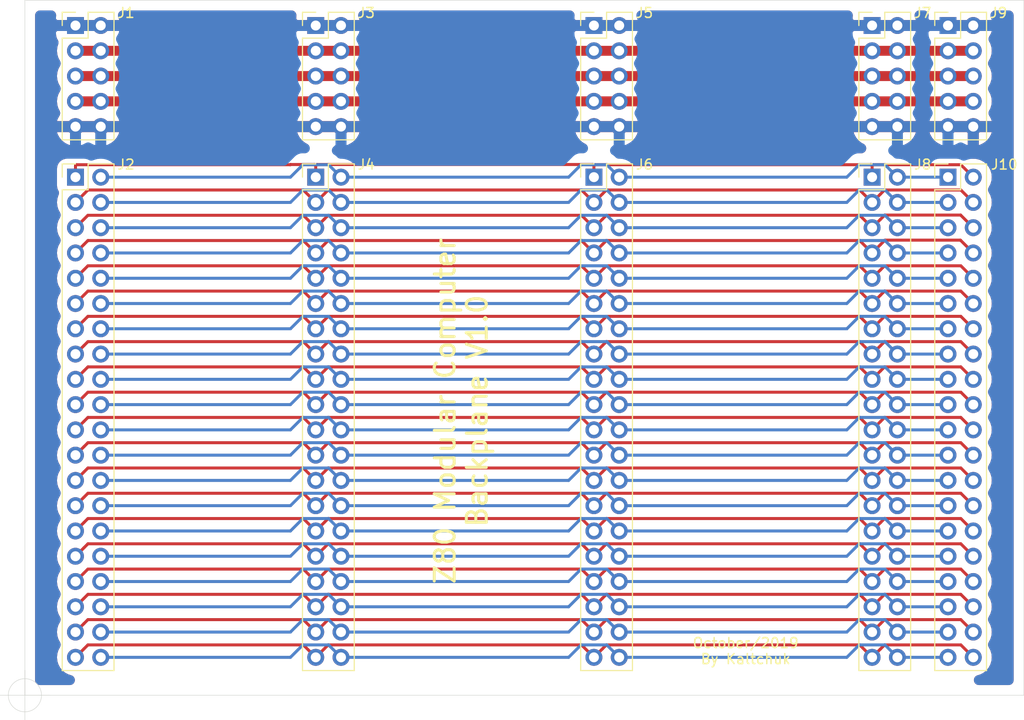
<source format=kicad_pcb>
(kicad_pcb (version 20171130) (host pcbnew "(5.1.4)-1")

  (general
    (thickness 1.6)
    (drawings 7)
    (tracks 634)
    (zones 0)
    (modules 10)
    (nets 45)
  )

  (page A4)
  (layers
    (0 F.Cu mixed)
    (31 B.Cu signal)
    (36 B.SilkS user hide)
    (37 F.SilkS user)
    (38 B.Mask user)
    (39 F.Mask user)
    (44 Edge.Cuts user)
    (45 Margin user hide)
    (46 B.CrtYd user)
    (47 F.CrtYd user)
  )

  (setup
    (last_trace_width 0.3)
    (trace_clearance 0.25)
    (zone_clearance 1)
    (zone_45_only no)
    (trace_min 0.2)
    (via_size 0.8)
    (via_drill 0.4)
    (via_min_size 0.4)
    (via_min_drill 0.3)
    (uvia_size 0.3)
    (uvia_drill 0.1)
    (uvias_allowed no)
    (uvia_min_size 0.2)
    (uvia_min_drill 0.1)
    (edge_width 0.05)
    (segment_width 0.2)
    (pcb_text_width 0.3)
    (pcb_text_size 1.5 1.5)
    (mod_edge_width 0.12)
    (mod_text_size 1 1)
    (mod_text_width 0.15)
    (pad_size 1.524 1.524)
    (pad_drill 0.762)
    (pad_to_mask_clearance 0.051)
    (solder_mask_min_width 0.25)
    (aux_axis_origin 38.1 95.25)
    (visible_elements 7FFFFFFF)
    (pcbplotparams
      (layerselection 0x010a0_ffffffff)
      (usegerberextensions false)
      (usegerberattributes false)
      (usegerberadvancedattributes false)
      (creategerberjobfile false)
      (excludeedgelayer true)
      (linewidth 0.100000)
      (plotframeref false)
      (viasonmask false)
      (mode 1)
      (useauxorigin true)
      (hpglpennumber 1)
      (hpglpenspeed 20)
      (hpglpendiameter 15.000000)
      (psnegative false)
      (psa4output false)
      (plotreference true)
      (plotvalue true)
      (plotinvisibletext false)
      (padsonsilk false)
      (subtractmaskfromsilk false)
      (outputformat 1)
      (mirror false)
      (drillshape 0)
      (scaleselection 1)
      (outputdirectory ""))
  )

  (net 0 "")
  (net 1 /+12V)
  (net 2 /+5V)
  (net 3 /halt)
  (net 4 /wait)
  (net 5 /nmi)
  (net 6 /int)
  (net 7 /gnd)
  (net 8 /v1)
  (net 9 /clk)
  (net 10 /reset)
  (net 11 /s3)
  (net 12 /s2)
  (net 13 /s1)
  (net 14 /s0)
  (net 15 /busack)
  (net 16 /busrq)
  (net 17 /rd)
  (net 18 /iorq)
  (net 19 /wr)
  (net 20 /mreq)
  (net 21 /d07)
  (net 22 /d06)
  (net 23 /d05)
  (net 24 /d04)
  (net 25 /d03)
  (net 26 /d02)
  (net 27 /d01)
  (net 28 /d00)
  (net 29 /a15)
  (net 30 /a14)
  (net 31 /a13)
  (net 32 /a12)
  (net 33 /a11)
  (net 34 /a10)
  (net 35 /a09)
  (net 36 /a08)
  (net 37 /a07)
  (net 38 /a06)
  (net 39 /a05)
  (net 40 /a04)
  (net 41 /a03)
  (net 42 /a02)
  (net 43 /a01)
  (net 44 /a00)

  (net_class Default "This is the default net class."
    (clearance 0.25)
    (trace_width 0.3)
    (via_dia 0.8)
    (via_drill 0.4)
    (uvia_dia 0.3)
    (uvia_drill 0.1)
    (add_net /a00)
    (add_net /a01)
    (add_net /a02)
    (add_net /a03)
    (add_net /a04)
    (add_net /a05)
    (add_net /a06)
    (add_net /a07)
    (add_net /a08)
    (add_net /a09)
    (add_net /a10)
    (add_net /a11)
    (add_net /a12)
    (add_net /a13)
    (add_net /a14)
    (add_net /a15)
    (add_net /busack)
    (add_net /busrq)
    (add_net /clk)
    (add_net /d00)
    (add_net /d01)
    (add_net /d02)
    (add_net /d03)
    (add_net /d04)
    (add_net /d05)
    (add_net /d06)
    (add_net /d07)
    (add_net /halt)
    (add_net /int)
    (add_net /iorq)
    (add_net /mreq)
    (add_net /nmi)
    (add_net /rd)
    (add_net /reset)
    (add_net /s0)
    (add_net /s1)
    (add_net /s2)
    (add_net /s3)
    (add_net /wait)
    (add_net /wr)
  )

  (net_class Power ""
    (clearance 0.25)
    (trace_width 1)
    (via_dia 0.8)
    (via_drill 0.4)
    (uvia_dia 0.3)
    (uvia_drill 0.1)
    (add_net /+12V)
    (add_net /+5V)
    (add_net /gnd)
    (add_net /v1)
  )

  (module Connector_PinHeader_2.54mm:PinHeader_2x20_P2.54mm_Vertical (layer F.Cu) (tedit 5DEB69CF) (tstamp 5DB3324E)
    (at 43.18 43.18)
    (descr "Through hole straight pin header, 2x20, 2.54mm pitch, double rows")
    (tags "Through hole pin header THT 2x20 2.54mm double row")
    (path /5DB673AB)
    (fp_text reference J2 (at 5.08 -1.27) (layer F.SilkS)
      (effects (font (size 1 1) (thickness 0.15)))
    )
    (fp_text value Conn_02x20_Odd_Even (at 5.655 50.53) (layer F.Fab)
      (effects (font (size 1 1) (thickness 0.15)))
    )
    (fp_text user %R (at 5.31 24.13 90) (layer F.Fab)
      (effects (font (size 1 1) (thickness 0.15)))
    )
    (fp_line (start 4.35 -1.8) (end -1.8 -1.8) (layer F.CrtYd) (width 0.05))
    (fp_line (start 4.35 50.05) (end 4.35 -1.8) (layer F.CrtYd) (width 0.05))
    (fp_line (start -1.8 50.05) (end 4.35 50.05) (layer F.CrtYd) (width 0.05))
    (fp_line (start -1.8 -1.8) (end -1.8 50.05) (layer F.CrtYd) (width 0.05))
    (fp_line (start -1.33 -1.33) (end 0 -1.33) (layer F.SilkS) (width 0.12))
    (fp_line (start -1.33 0) (end -1.33 -1.33) (layer F.SilkS) (width 0.12))
    (fp_line (start 1.27 -1.33) (end 3.87 -1.33) (layer F.SilkS) (width 0.12))
    (fp_line (start 1.27 1.27) (end 1.27 -1.33) (layer F.SilkS) (width 0.12))
    (fp_line (start -1.33 1.27) (end 1.27 1.27) (layer F.SilkS) (width 0.12))
    (fp_line (start 3.87 -1.33) (end 3.87 49.59) (layer F.SilkS) (width 0.12))
    (fp_line (start -1.33 1.27) (end -1.33 49.59) (layer F.SilkS) (width 0.12))
    (fp_line (start -1.33 49.59) (end 3.87 49.59) (layer F.SilkS) (width 0.12))
    (fp_line (start -1.27 0) (end 0 -1.27) (layer F.Fab) (width 0.1))
    (fp_line (start -1.27 49.53) (end -1.27 0) (layer F.Fab) (width 0.1))
    (fp_line (start 3.81 49.53) (end -1.27 49.53) (layer F.Fab) (width 0.1))
    (fp_line (start 3.81 -1.27) (end 3.81 49.53) (layer F.Fab) (width 0.1))
    (fp_line (start 0 -1.27) (end 3.81 -1.27) (layer F.Fab) (width 0.1))
    (pad 40 thru_hole oval (at 2.54 48.26) (size 1.7 1.7) (drill 1) (layers *.Cu *.Mask)
      (net 9 /clk))
    (pad 39 thru_hole oval (at 0 48.26) (size 1.7 1.7) (drill 1) (layers *.Cu *.Mask)
      (net 10 /reset))
    (pad 38 thru_hole oval (at 2.54 45.72) (size 1.7 1.7) (drill 1) (layers *.Cu *.Mask)
      (net 11 /s3))
    (pad 37 thru_hole oval (at 0 45.72) (size 1.7 1.7) (drill 1) (layers *.Cu *.Mask)
      (net 12 /s2))
    (pad 36 thru_hole oval (at 2.54 43.18) (size 1.7 1.7) (drill 1) (layers *.Cu *.Mask)
      (net 13 /s1))
    (pad 35 thru_hole oval (at 0 43.18) (size 1.7 1.7) (drill 1) (layers *.Cu *.Mask)
      (net 14 /s0))
    (pad 34 thru_hole oval (at 2.54 40.64) (size 1.7 1.7) (drill 1) (layers *.Cu *.Mask)
      (net 6 /int))
    (pad 33 thru_hole oval (at 0 40.64) (size 1.7 1.7) (drill 1) (layers *.Cu *.Mask)
      (net 5 /nmi))
    (pad 32 thru_hole oval (at 2.54 38.1) (size 1.7 1.7) (drill 1) (layers *.Cu *.Mask)
      (net 3 /halt))
    (pad 31 thru_hole oval (at 0 38.1) (size 1.7 1.7) (drill 1) (layers *.Cu *.Mask)
      (net 4 /wait))
    (pad 30 thru_hole oval (at 2.54 35.56) (size 1.7 1.7) (drill 1) (layers *.Cu *.Mask)
      (net 15 /busack))
    (pad 29 thru_hole oval (at 0 35.56) (size 1.7 1.7) (drill 1) (layers *.Cu *.Mask)
      (net 16 /busrq))
    (pad 28 thru_hole oval (at 2.54 33.02) (size 1.7 1.7) (drill 1) (layers *.Cu *.Mask)
      (net 17 /rd))
    (pad 27 thru_hole oval (at 0 33.02) (size 1.7 1.7) (drill 1) (layers *.Cu *.Mask)
      (net 18 /iorq))
    (pad 26 thru_hole oval (at 2.54 30.48) (size 1.7 1.7) (drill 1) (layers *.Cu *.Mask)
      (net 19 /wr))
    (pad 25 thru_hole oval (at 0 30.48) (size 1.7 1.7) (drill 1) (layers *.Cu *.Mask)
      (net 20 /mreq))
    (pad 24 thru_hole oval (at 2.54 27.94) (size 1.7 1.7) (drill 1) (layers *.Cu *.Mask)
      (net 21 /d07))
    (pad 23 thru_hole oval (at 0 27.94) (size 1.7 1.7) (drill 1) (layers *.Cu *.Mask)
      (net 22 /d06))
    (pad 22 thru_hole oval (at 2.54 25.4) (size 1.7 1.7) (drill 1) (layers *.Cu *.Mask)
      (net 23 /d05))
    (pad 21 thru_hole oval (at 0 25.4) (size 1.7 1.7) (drill 1) (layers *.Cu *.Mask)
      (net 24 /d04))
    (pad 20 thru_hole oval (at 2.54 22.86) (size 1.7 1.7) (drill 1) (layers *.Cu *.Mask)
      (net 25 /d03))
    (pad 19 thru_hole oval (at 0 22.86) (size 1.7 1.7) (drill 1) (layers *.Cu *.Mask)
      (net 26 /d02))
    (pad 18 thru_hole oval (at 2.54 20.32) (size 1.7 1.7) (drill 1) (layers *.Cu *.Mask)
      (net 27 /d01))
    (pad 17 thru_hole oval (at 0 20.32) (size 1.7 1.7) (drill 1) (layers *.Cu *.Mask)
      (net 28 /d00))
    (pad 16 thru_hole oval (at 2.54 17.78) (size 1.7 1.7) (drill 1) (layers *.Cu *.Mask)
      (net 29 /a15))
    (pad 15 thru_hole oval (at 0 17.78) (size 1.7 1.7) (drill 1) (layers *.Cu *.Mask)
      (net 30 /a14))
    (pad 14 thru_hole oval (at 2.54 15.24) (size 1.7 1.7) (drill 1) (layers *.Cu *.Mask)
      (net 31 /a13))
    (pad 13 thru_hole oval (at 0 15.24) (size 1.7 1.7) (drill 1) (layers *.Cu *.Mask)
      (net 32 /a12))
    (pad 12 thru_hole oval (at 2.54 12.7) (size 1.7 1.7) (drill 1) (layers *.Cu *.Mask)
      (net 33 /a11))
    (pad 11 thru_hole oval (at 0 12.7) (size 1.7 1.7) (drill 1) (layers *.Cu *.Mask)
      (net 34 /a10))
    (pad 10 thru_hole oval (at 2.54 10.16) (size 1.7 1.7) (drill 1) (layers *.Cu *.Mask)
      (net 35 /a09))
    (pad 9 thru_hole oval (at 0 10.16) (size 1.7 1.7) (drill 1) (layers *.Cu *.Mask)
      (net 36 /a08))
    (pad 8 thru_hole oval (at 2.54 7.62) (size 1.7 1.7) (drill 1) (layers *.Cu *.Mask)
      (net 37 /a07))
    (pad 7 thru_hole oval (at 0 7.62) (size 1.7 1.7) (drill 1) (layers *.Cu *.Mask)
      (net 38 /a06))
    (pad 6 thru_hole oval (at 2.54 5.08) (size 1.7 1.7) (drill 1) (layers *.Cu *.Mask)
      (net 39 /a05))
    (pad 5 thru_hole oval (at 0 5.08) (size 1.7 1.7) (drill 1) (layers *.Cu *.Mask)
      (net 40 /a04))
    (pad 4 thru_hole oval (at 2.54 2.54) (size 1.7 1.7) (drill 1) (layers *.Cu *.Mask)
      (net 41 /a03))
    (pad 3 thru_hole oval (at 0 2.54) (size 1.7 1.7) (drill 1) (layers *.Cu *.Mask)
      (net 42 /a02))
    (pad 2 thru_hole oval (at 2.54 0) (size 1.7 1.7) (drill 1) (layers *.Cu *.Mask)
      (net 43 /a01))
    (pad 1 thru_hole rect (at 0 0) (size 1.7 1.7) (drill 1) (layers *.Cu *.Mask)
      (net 44 /a00))
    (model ${KISYS3DMOD}/Connector_PinHeader_2.54mm.3dshapes/PinHeader_2x20_P2.54mm_Vertical.wrl
      (at (xyz 0 0 0))
      (scale (xyz 1 1 1))
      (rotate (xyz 0 0 0))
    )
  )

  (module Connector_PinHeader_2.54mm:PinHeader_2x20_P2.54mm_Vertical (layer F.Cu) (tedit 5DEB69B2) (tstamp 5DB3352A)
    (at 130.81 43.18)
    (descr "Through hole straight pin header, 2x20, 2.54mm pitch, double rows")
    (tags "Through hole pin header THT 2x20 2.54mm double row")
    (path /5DB78CDA)
    (fp_text reference J10 (at 5.655 -1.27) (layer F.SilkS)
      (effects (font (size 1 1) (thickness 0.15)))
    )
    (fp_text value Conn_02x20_Odd_Even (at 5.655 50.53) (layer F.Fab)
      (effects (font (size 1 1) (thickness 0.15)))
    )
    (fp_text user %R (at 5.31 24.13 90) (layer F.Fab)
      (effects (font (size 1 1) (thickness 0.15)))
    )
    (fp_line (start 4.35 -1.8) (end -1.8 -1.8) (layer F.CrtYd) (width 0.05))
    (fp_line (start 4.35 50.05) (end 4.35 -1.8) (layer F.CrtYd) (width 0.05))
    (fp_line (start -1.8 50.05) (end 4.35 50.05) (layer F.CrtYd) (width 0.05))
    (fp_line (start -1.8 -1.8) (end -1.8 50.05) (layer F.CrtYd) (width 0.05))
    (fp_line (start -1.33 -1.33) (end 0 -1.33) (layer F.SilkS) (width 0.12))
    (fp_line (start -1.33 0) (end -1.33 -1.33) (layer F.SilkS) (width 0.12))
    (fp_line (start 1.27 -1.33) (end 3.87 -1.33) (layer F.SilkS) (width 0.12))
    (fp_line (start 1.27 1.27) (end 1.27 -1.33) (layer F.SilkS) (width 0.12))
    (fp_line (start -1.33 1.27) (end 1.27 1.27) (layer F.SilkS) (width 0.12))
    (fp_line (start 3.87 -1.33) (end 3.87 49.59) (layer F.SilkS) (width 0.12))
    (fp_line (start -1.33 1.27) (end -1.33 49.59) (layer F.SilkS) (width 0.12))
    (fp_line (start -1.33 49.59) (end 3.87 49.59) (layer F.SilkS) (width 0.12))
    (fp_line (start -1.27 0) (end 0 -1.27) (layer F.Fab) (width 0.1))
    (fp_line (start -1.27 49.53) (end -1.27 0) (layer F.Fab) (width 0.1))
    (fp_line (start 3.81 49.53) (end -1.27 49.53) (layer F.Fab) (width 0.1))
    (fp_line (start 3.81 -1.27) (end 3.81 49.53) (layer F.Fab) (width 0.1))
    (fp_line (start 0 -1.27) (end 3.81 -1.27) (layer F.Fab) (width 0.1))
    (pad 40 thru_hole oval (at 2.54 48.26) (size 1.7 1.7) (drill 1) (layers *.Cu *.Mask)
      (net 10 /reset))
    (pad 39 thru_hole oval (at 0 48.26) (size 1.7 1.7) (drill 1) (layers *.Cu *.Mask)
      (net 9 /clk))
    (pad 38 thru_hole oval (at 2.54 45.72) (size 1.7 1.7) (drill 1) (layers *.Cu *.Mask)
      (net 12 /s2))
    (pad 37 thru_hole oval (at 0 45.72) (size 1.7 1.7) (drill 1) (layers *.Cu *.Mask)
      (net 11 /s3))
    (pad 36 thru_hole oval (at 2.54 43.18) (size 1.7 1.7) (drill 1) (layers *.Cu *.Mask)
      (net 14 /s0))
    (pad 35 thru_hole oval (at 0 43.18) (size 1.7 1.7) (drill 1) (layers *.Cu *.Mask)
      (net 13 /s1))
    (pad 34 thru_hole oval (at 2.54 40.64) (size 1.7 1.7) (drill 1) (layers *.Cu *.Mask)
      (net 5 /nmi))
    (pad 33 thru_hole oval (at 0 40.64) (size 1.7 1.7) (drill 1) (layers *.Cu *.Mask)
      (net 6 /int))
    (pad 32 thru_hole oval (at 2.54 38.1) (size 1.7 1.7) (drill 1) (layers *.Cu *.Mask)
      (net 4 /wait))
    (pad 31 thru_hole oval (at 0 38.1) (size 1.7 1.7) (drill 1) (layers *.Cu *.Mask)
      (net 3 /halt))
    (pad 30 thru_hole oval (at 2.54 35.56) (size 1.7 1.7) (drill 1) (layers *.Cu *.Mask)
      (net 16 /busrq))
    (pad 29 thru_hole oval (at 0 35.56) (size 1.7 1.7) (drill 1) (layers *.Cu *.Mask)
      (net 15 /busack))
    (pad 28 thru_hole oval (at 2.54 33.02) (size 1.7 1.7) (drill 1) (layers *.Cu *.Mask)
      (net 18 /iorq))
    (pad 27 thru_hole oval (at 0 33.02) (size 1.7 1.7) (drill 1) (layers *.Cu *.Mask)
      (net 17 /rd))
    (pad 26 thru_hole oval (at 2.54 30.48) (size 1.7 1.7) (drill 1) (layers *.Cu *.Mask)
      (net 20 /mreq))
    (pad 25 thru_hole oval (at 0 30.48) (size 1.7 1.7) (drill 1) (layers *.Cu *.Mask)
      (net 19 /wr))
    (pad 24 thru_hole oval (at 2.54 27.94) (size 1.7 1.7) (drill 1) (layers *.Cu *.Mask)
      (net 22 /d06))
    (pad 23 thru_hole oval (at 0 27.94) (size 1.7 1.7) (drill 1) (layers *.Cu *.Mask)
      (net 21 /d07))
    (pad 22 thru_hole oval (at 2.54 25.4) (size 1.7 1.7) (drill 1) (layers *.Cu *.Mask)
      (net 24 /d04))
    (pad 21 thru_hole oval (at 0 25.4) (size 1.7 1.7) (drill 1) (layers *.Cu *.Mask)
      (net 23 /d05))
    (pad 20 thru_hole oval (at 2.54 22.86) (size 1.7 1.7) (drill 1) (layers *.Cu *.Mask)
      (net 26 /d02))
    (pad 19 thru_hole oval (at 0 22.86) (size 1.7 1.7) (drill 1) (layers *.Cu *.Mask)
      (net 25 /d03))
    (pad 18 thru_hole oval (at 2.54 20.32) (size 1.7 1.7) (drill 1) (layers *.Cu *.Mask)
      (net 28 /d00))
    (pad 17 thru_hole oval (at 0 20.32) (size 1.7 1.7) (drill 1) (layers *.Cu *.Mask)
      (net 27 /d01))
    (pad 16 thru_hole oval (at 2.54 17.78) (size 1.7 1.7) (drill 1) (layers *.Cu *.Mask)
      (net 30 /a14))
    (pad 15 thru_hole oval (at 0 17.78) (size 1.7 1.7) (drill 1) (layers *.Cu *.Mask)
      (net 29 /a15))
    (pad 14 thru_hole oval (at 2.54 15.24) (size 1.7 1.7) (drill 1) (layers *.Cu *.Mask)
      (net 32 /a12))
    (pad 13 thru_hole oval (at 0 15.24) (size 1.7 1.7) (drill 1) (layers *.Cu *.Mask)
      (net 31 /a13))
    (pad 12 thru_hole oval (at 2.54 12.7) (size 1.7 1.7) (drill 1) (layers *.Cu *.Mask)
      (net 34 /a10))
    (pad 11 thru_hole oval (at 0 12.7) (size 1.7 1.7) (drill 1) (layers *.Cu *.Mask)
      (net 33 /a11))
    (pad 10 thru_hole oval (at 2.54 10.16) (size 1.7 1.7) (drill 1) (layers *.Cu *.Mask)
      (net 36 /a08))
    (pad 9 thru_hole oval (at 0 10.16) (size 1.7 1.7) (drill 1) (layers *.Cu *.Mask)
      (net 35 /a09))
    (pad 8 thru_hole oval (at 2.54 7.62) (size 1.7 1.7) (drill 1) (layers *.Cu *.Mask)
      (net 38 /a06))
    (pad 7 thru_hole oval (at 0 7.62) (size 1.7 1.7) (drill 1) (layers *.Cu *.Mask)
      (net 37 /a07))
    (pad 6 thru_hole oval (at 2.54 5.08) (size 1.7 1.7) (drill 1) (layers *.Cu *.Mask)
      (net 40 /a04))
    (pad 5 thru_hole oval (at 0 5.08) (size 1.7 1.7) (drill 1) (layers *.Cu *.Mask)
      (net 39 /a05))
    (pad 4 thru_hole oval (at 2.54 2.54) (size 1.7 1.7) (drill 1) (layers *.Cu *.Mask)
      (net 42 /a02))
    (pad 3 thru_hole oval (at 0 2.54) (size 1.7 1.7) (drill 1) (layers *.Cu *.Mask)
      (net 41 /a03))
    (pad 2 thru_hole oval (at 2.54 0) (size 1.7 1.7) (drill 1) (layers *.Cu *.Mask)
      (net 44 /a00))
    (pad 1 thru_hole rect (at 0 0) (size 1.7 1.7) (drill 1) (layers *.Cu *.Mask)
      (net 43 /a01))
    (model ${KISYS3DMOD}/Connector_PinHeader_2.54mm.3dshapes/PinHeader_2x20_P2.54mm_Vertical.wrl
      (at (xyz 0 0 0))
      (scale (xyz 1 1 1))
      (rotate (xyz 0 0 0))
    )
  )

  (module Connector_PinHeader_2.54mm:PinHeader_2x05_P2.54mm_Vertical (layer F.Cu) (tedit 5DEB69A1) (tstamp 5DB333D1)
    (at 130.81 27.94)
    (descr "Through hole straight pin header, 2x05, 2.54mm pitch, double rows")
    (tags "Through hole pin header THT 2x05 2.54mm double row")
    (path /5DB78CD4)
    (fp_text reference J9 (at 5.08 -1.27) (layer F.SilkS)
      (effects (font (size 1 1) (thickness 0.15)))
    )
    (fp_text value Conn_02x05_Odd_Even (at 5.655 12.43) (layer F.Fab)
      (effects (font (size 1 1) (thickness 0.15)))
    )
    (fp_text user %R (at 5.31 5.08 90) (layer F.Fab)
      (effects (font (size 1 1) (thickness 0.15)))
    )
    (fp_line (start 4.35 -1.8) (end -1.8 -1.8) (layer F.CrtYd) (width 0.05))
    (fp_line (start 4.35 11.95) (end 4.35 -1.8) (layer F.CrtYd) (width 0.05))
    (fp_line (start -1.8 11.95) (end 4.35 11.95) (layer F.CrtYd) (width 0.05))
    (fp_line (start -1.8 -1.8) (end -1.8 11.95) (layer F.CrtYd) (width 0.05))
    (fp_line (start -1.33 -1.33) (end 0 -1.33) (layer F.SilkS) (width 0.12))
    (fp_line (start -1.33 0) (end -1.33 -1.33) (layer F.SilkS) (width 0.12))
    (fp_line (start 1.27 -1.33) (end 3.87 -1.33) (layer F.SilkS) (width 0.12))
    (fp_line (start 1.27 1.27) (end 1.27 -1.33) (layer F.SilkS) (width 0.12))
    (fp_line (start -1.33 1.27) (end 1.27 1.27) (layer F.SilkS) (width 0.12))
    (fp_line (start 3.87 -1.33) (end 3.87 11.49) (layer F.SilkS) (width 0.12))
    (fp_line (start -1.33 1.27) (end -1.33 11.49) (layer F.SilkS) (width 0.12))
    (fp_line (start -1.33 11.49) (end 3.87 11.49) (layer F.SilkS) (width 0.12))
    (fp_line (start -1.27 0) (end 0 -1.27) (layer F.Fab) (width 0.1))
    (fp_line (start -1.27 11.43) (end -1.27 0) (layer F.Fab) (width 0.1))
    (fp_line (start 3.81 11.43) (end -1.27 11.43) (layer F.Fab) (width 0.1))
    (fp_line (start 3.81 -1.27) (end 3.81 11.43) (layer F.Fab) (width 0.1))
    (fp_line (start 0 -1.27) (end 3.81 -1.27) (layer F.Fab) (width 0.1))
    (pad 10 thru_hole oval (at 2.54 10.16) (size 1.7 1.7) (drill 1) (layers *.Cu *.Mask)
      (net 7 /gnd))
    (pad 9 thru_hole oval (at 0 10.16) (size 1.7 1.7) (drill 1) (layers *.Cu *.Mask)
      (net 7 /gnd))
    (pad 8 thru_hole oval (at 2.54 7.62) (size 1.7 1.7) (drill 1) (layers *.Cu *.Mask)
      (net 8 /v1))
    (pad 7 thru_hole oval (at 0 7.62) (size 1.7 1.7) (drill 1) (layers *.Cu *.Mask)
      (net 8 /v1))
    (pad 6 thru_hole oval (at 2.54 5.08) (size 1.7 1.7) (drill 1) (layers *.Cu *.Mask)
      (net 1 /+12V))
    (pad 5 thru_hole oval (at 0 5.08) (size 1.7 1.7) (drill 1) (layers *.Cu *.Mask)
      (net 1 /+12V))
    (pad 4 thru_hole oval (at 2.54 2.54) (size 1.7 1.7) (drill 1) (layers *.Cu *.Mask)
      (net 2 /+5V))
    (pad 3 thru_hole oval (at 0 2.54) (size 1.7 1.7) (drill 1) (layers *.Cu *.Mask)
      (net 2 /+5V))
    (pad 2 thru_hole oval (at 2.54 0) (size 1.7 1.7) (drill 1) (layers *.Cu *.Mask)
      (net 7 /gnd))
    (pad 1 thru_hole rect (at 0 0) (size 1.7 1.7) (drill 1) (layers *.Cu *.Mask)
      (net 7 /gnd))
    (model ${KISYS3DMOD}/Connector_PinHeader_2.54mm.3dshapes/PinHeader_2x05_P2.54mm_Vertical.wrl
      (at (xyz 0 0 0))
      (scale (xyz 1 1 1))
      (rotate (xyz 0 0 0))
    )
  )

  (module Connector_PinHeader_2.54mm:PinHeader_2x05_P2.54mm_Vertical (layer F.Cu) (tedit 59FED5CC) (tstamp 5DB330F5)
    (at 43.18 27.94)
    (descr "Through hole straight pin header, 2x05, 2.54mm pitch, double rows")
    (tags "Through hole pin header THT 2x05 2.54mm double row")
    (path /5DB65F94)
    (fp_text reference J1 (at 5.08 -1.27) (layer F.SilkS)
      (effects (font (size 1 1) (thickness 0.15)))
    )
    (fp_text value Conn_02x05_Odd_Even (at 5.655 13.97) (layer F.Fab)
      (effects (font (size 1 1) (thickness 0.15)))
    )
    (fp_text user %R (at 1.27 5.08 90) (layer F.Fab)
      (effects (font (size 1 1) (thickness 0.15)))
    )
    (fp_line (start 4.35 -1.8) (end -1.8 -1.8) (layer F.CrtYd) (width 0.05))
    (fp_line (start 4.35 11.95) (end 4.35 -1.8) (layer F.CrtYd) (width 0.05))
    (fp_line (start -1.8 11.95) (end 4.35 11.95) (layer F.CrtYd) (width 0.05))
    (fp_line (start -1.8 -1.8) (end -1.8 11.95) (layer F.CrtYd) (width 0.05))
    (fp_line (start -1.33 -1.33) (end 0 -1.33) (layer F.SilkS) (width 0.12))
    (fp_line (start -1.33 0) (end -1.33 -1.33) (layer F.SilkS) (width 0.12))
    (fp_line (start 1.27 -1.33) (end 3.87 -1.33) (layer F.SilkS) (width 0.12))
    (fp_line (start 1.27 1.27) (end 1.27 -1.33) (layer F.SilkS) (width 0.12))
    (fp_line (start -1.33 1.27) (end 1.27 1.27) (layer F.SilkS) (width 0.12))
    (fp_line (start 3.87 -1.33) (end 3.87 11.49) (layer F.SilkS) (width 0.12))
    (fp_line (start -1.33 1.27) (end -1.33 11.49) (layer F.SilkS) (width 0.12))
    (fp_line (start -1.33 11.49) (end 3.87 11.49) (layer F.SilkS) (width 0.12))
    (fp_line (start -1.27 0) (end 0 -1.27) (layer F.Fab) (width 0.1))
    (fp_line (start -1.27 11.43) (end -1.27 0) (layer F.Fab) (width 0.1))
    (fp_line (start 3.81 11.43) (end -1.27 11.43) (layer F.Fab) (width 0.1))
    (fp_line (start 3.81 -1.27) (end 3.81 11.43) (layer F.Fab) (width 0.1))
    (fp_line (start 0 -1.27) (end 3.81 -1.27) (layer F.Fab) (width 0.1))
    (pad 10 thru_hole oval (at 2.54 10.16) (size 1.7 1.7) (drill 1) (layers *.Cu *.Mask)
      (net 7 /gnd))
    (pad 9 thru_hole oval (at 0 10.16) (size 1.7 1.7) (drill 1) (layers *.Cu *.Mask)
      (net 7 /gnd))
    (pad 8 thru_hole oval (at 2.54 7.62) (size 1.7 1.7) (drill 1) (layers *.Cu *.Mask)
      (net 8 /v1))
    (pad 7 thru_hole oval (at 0 7.62) (size 1.7 1.7) (drill 1) (layers *.Cu *.Mask)
      (net 8 /v1))
    (pad 6 thru_hole oval (at 2.54 5.08) (size 1.7 1.7) (drill 1) (layers *.Cu *.Mask)
      (net 1 /+12V))
    (pad 5 thru_hole oval (at 0 5.08) (size 1.7 1.7) (drill 1) (layers *.Cu *.Mask)
      (net 1 /+12V))
    (pad 4 thru_hole oval (at 2.54 2.54) (size 1.7 1.7) (drill 1) (layers *.Cu *.Mask)
      (net 2 /+5V))
    (pad 3 thru_hole oval (at 0 2.54) (size 1.7 1.7) (drill 1) (layers *.Cu *.Mask)
      (net 2 /+5V))
    (pad 2 thru_hole oval (at 2.54 0) (size 1.7 1.7) (drill 1) (layers *.Cu *.Mask)
      (net 7 /gnd))
    (pad 1 thru_hole rect (at 0 0) (size 1.7 1.7) (drill 1) (layers *.Cu *.Mask)
      (net 7 /gnd))
    (model ${KISYS3DMOD}/Connector_PinHeader_2.54mm.3dshapes/PinHeader_2x05_P2.54mm_Vertical.wrl
      (at (xyz 0 0 0))
      (scale (xyz 1 1 1))
      (rotate (xyz 0 0 0))
    )
  )

  (module Connector_PinHeader_2.54mm:PinHeader_2x20_P2.54mm_Vertical (layer F.Cu) (tedit 5DEB6524) (tstamp 5DB33368)
    (at 123.19 43.18)
    (descr "Through hole straight pin header, 2x20, 2.54mm pitch, double rows")
    (tags "Through hole pin header THT 2x20 2.54mm double row")
    (path /5DB778CA)
    (fp_text reference J8 (at 5.08 -1.27) (layer F.SilkS)
      (effects (font (size 1 1) (thickness 0.15)))
    )
    (fp_text value Conn_02x20_Odd_Even (at 1.27 50.59) (layer F.Fab)
      (effects (font (size 1 1) (thickness 0.15)))
    )
    (fp_line (start 0 -1.27) (end 3.81 -1.27) (layer F.Fab) (width 0.1))
    (fp_line (start 3.81 -1.27) (end 3.81 49.53) (layer F.Fab) (width 0.1))
    (fp_line (start 3.81 49.53) (end -1.27 49.53) (layer F.Fab) (width 0.1))
    (fp_line (start -1.27 49.53) (end -1.27 0) (layer F.Fab) (width 0.1))
    (fp_line (start -1.27 0) (end 0 -1.27) (layer F.Fab) (width 0.1))
    (fp_line (start -1.33 49.59) (end 3.87 49.59) (layer F.SilkS) (width 0.12))
    (fp_line (start -1.33 1.27) (end -1.33 49.59) (layer F.SilkS) (width 0.12))
    (fp_line (start 3.87 -1.33) (end 3.87 49.59) (layer F.SilkS) (width 0.12))
    (fp_line (start -1.33 1.27) (end 1.27 1.27) (layer F.SilkS) (width 0.12))
    (fp_line (start 1.27 1.27) (end 1.27 -1.33) (layer F.SilkS) (width 0.12))
    (fp_line (start 1.27 -1.33) (end 3.87 -1.33) (layer F.SilkS) (width 0.12))
    (fp_line (start -1.33 0) (end -1.33 -1.33) (layer F.SilkS) (width 0.12))
    (fp_line (start -1.33 -1.33) (end 0 -1.33) (layer F.SilkS) (width 0.12))
    (fp_line (start -1.8 -1.8) (end -1.8 50.05) (layer F.CrtYd) (width 0.05))
    (fp_line (start -1.8 50.05) (end 4.35 50.05) (layer F.CrtYd) (width 0.05))
    (fp_line (start 4.35 50.05) (end 4.35 -1.8) (layer F.CrtYd) (width 0.05))
    (fp_line (start 4.35 -1.8) (end -1.8 -1.8) (layer F.CrtYd) (width 0.05))
    (fp_text user %R (at 1.27 24.13 90) (layer F.Fab)
      (effects (font (size 1 1) (thickness 0.15)))
    )
    (pad 1 thru_hole rect (at 0 0) (size 1.7 1.7) (drill 1) (layers *.Cu *.Mask)
      (net 44 /a00))
    (pad 2 thru_hole oval (at 2.54 0) (size 1.7 1.7) (drill 1) (layers *.Cu *.Mask)
      (net 43 /a01))
    (pad 3 thru_hole oval (at 0 2.54) (size 1.7 1.7) (drill 1) (layers *.Cu *.Mask)
      (net 42 /a02))
    (pad 4 thru_hole oval (at 2.54 2.54) (size 1.7 1.7) (drill 1) (layers *.Cu *.Mask)
      (net 41 /a03))
    (pad 5 thru_hole oval (at 0 5.08) (size 1.7 1.7) (drill 1) (layers *.Cu *.Mask)
      (net 40 /a04))
    (pad 6 thru_hole oval (at 2.54 5.08) (size 1.7 1.7) (drill 1) (layers *.Cu *.Mask)
      (net 39 /a05))
    (pad 7 thru_hole oval (at 0 7.62) (size 1.7 1.7) (drill 1) (layers *.Cu *.Mask)
      (net 38 /a06))
    (pad 8 thru_hole oval (at 2.54 7.62) (size 1.7 1.7) (drill 1) (layers *.Cu *.Mask)
      (net 37 /a07))
    (pad 9 thru_hole oval (at 0 10.16) (size 1.7 1.7) (drill 1) (layers *.Cu *.Mask)
      (net 36 /a08))
    (pad 10 thru_hole oval (at 2.54 10.16) (size 1.7 1.7) (drill 1) (layers *.Cu *.Mask)
      (net 35 /a09))
    (pad 11 thru_hole oval (at 0 12.7) (size 1.7 1.7) (drill 1) (layers *.Cu *.Mask)
      (net 34 /a10))
    (pad 12 thru_hole oval (at 2.54 12.7) (size 1.7 1.7) (drill 1) (layers *.Cu *.Mask)
      (net 33 /a11))
    (pad 13 thru_hole oval (at 0 15.24) (size 1.7 1.7) (drill 1) (layers *.Cu *.Mask)
      (net 32 /a12))
    (pad 14 thru_hole oval (at 2.54 15.24) (size 1.7 1.7) (drill 1) (layers *.Cu *.Mask)
      (net 31 /a13))
    (pad 15 thru_hole oval (at 0 17.78) (size 1.7 1.7) (drill 1) (layers *.Cu *.Mask)
      (net 30 /a14))
    (pad 16 thru_hole oval (at 2.54 17.78) (size 1.7 1.7) (drill 1) (layers *.Cu *.Mask)
      (net 29 /a15))
    (pad 17 thru_hole oval (at 0 20.32) (size 1.7 1.7) (drill 1) (layers *.Cu *.Mask)
      (net 28 /d00))
    (pad 18 thru_hole oval (at 2.54 20.32) (size 1.7 1.7) (drill 1) (layers *.Cu *.Mask)
      (net 27 /d01))
    (pad 19 thru_hole oval (at 0 22.86) (size 1.7 1.7) (drill 1) (layers *.Cu *.Mask)
      (net 26 /d02))
    (pad 20 thru_hole oval (at 2.54 22.86) (size 1.7 1.7) (drill 1) (layers *.Cu *.Mask)
      (net 25 /d03))
    (pad 21 thru_hole oval (at 0 25.4) (size 1.7 1.7) (drill 1) (layers *.Cu *.Mask)
      (net 24 /d04))
    (pad 22 thru_hole oval (at 2.54 25.4) (size 1.7 1.7) (drill 1) (layers *.Cu *.Mask)
      (net 23 /d05))
    (pad 23 thru_hole oval (at 0 27.94) (size 1.7 1.7) (drill 1) (layers *.Cu *.Mask)
      (net 22 /d06))
    (pad 24 thru_hole oval (at 2.54 27.94) (size 1.7 1.7) (drill 1) (layers *.Cu *.Mask)
      (net 21 /d07))
    (pad 25 thru_hole oval (at 0 30.48) (size 1.7 1.7) (drill 1) (layers *.Cu *.Mask)
      (net 20 /mreq))
    (pad 26 thru_hole oval (at 2.54 30.48) (size 1.7 1.7) (drill 1) (layers *.Cu *.Mask)
      (net 19 /wr))
    (pad 27 thru_hole oval (at 0 33.02) (size 1.7 1.7) (drill 1) (layers *.Cu *.Mask)
      (net 18 /iorq))
    (pad 28 thru_hole oval (at 2.54 33.02) (size 1.7 1.7) (drill 1) (layers *.Cu *.Mask)
      (net 17 /rd))
    (pad 29 thru_hole oval (at 0 35.56) (size 1.7 1.7) (drill 1) (layers *.Cu *.Mask)
      (net 16 /busrq))
    (pad 30 thru_hole oval (at 2.54 35.56) (size 1.7 1.7) (drill 1) (layers *.Cu *.Mask)
      (net 15 /busack))
    (pad 31 thru_hole oval (at 0 38.1) (size 1.7 1.7) (drill 1) (layers *.Cu *.Mask)
      (net 4 /wait))
    (pad 32 thru_hole oval (at 2.54 38.1) (size 1.7 1.7) (drill 1) (layers *.Cu *.Mask)
      (net 3 /halt))
    (pad 33 thru_hole oval (at 0 40.64) (size 1.7 1.7) (drill 1) (layers *.Cu *.Mask)
      (net 5 /nmi))
    (pad 34 thru_hole oval (at 2.54 40.64) (size 1.7 1.7) (drill 1) (layers *.Cu *.Mask)
      (net 6 /int))
    (pad 35 thru_hole oval (at 0 43.18) (size 1.7 1.7) (drill 1) (layers *.Cu *.Mask)
      (net 14 /s0))
    (pad 36 thru_hole oval (at 2.54 43.18) (size 1.7 1.7) (drill 1) (layers *.Cu *.Mask)
      (net 13 /s1))
    (pad 37 thru_hole oval (at 0 45.72) (size 1.7 1.7) (drill 1) (layers *.Cu *.Mask)
      (net 12 /s2))
    (pad 38 thru_hole oval (at 2.54 45.72) (size 1.7 1.7) (drill 1) (layers *.Cu *.Mask)
      (net 11 /s3))
    (pad 39 thru_hole oval (at 0 48.26) (size 1.7 1.7) (drill 1) (layers *.Cu *.Mask)
      (net 10 /reset))
    (pad 40 thru_hole oval (at 2.54 48.26) (size 1.7 1.7) (drill 1) (layers *.Cu *.Mask)
      (net 9 /clk))
    (model ${KISYS3DMOD}/Connector_PinHeader_2.54mm.3dshapes/PinHeader_2x20_P2.54mm_Vertical.wrl
      (at (xyz 0 0 0))
      (scale (xyz 1 1 1))
      (rotate (xyz 0 0 0))
    )
  )

  (module Connector_PinHeader_2.54mm:PinHeader_2x20_P2.54mm_Vertical (layer F.Cu) (tedit 5DEB650F) (tstamp 5DB3330A)
    (at 95.25 43.18)
    (descr "Through hole straight pin header, 2x20, 2.54mm pitch, double rows")
    (tags "Through hole pin header THT 2x20 2.54mm double row")
    (path /5DB749C0)
    (fp_text reference J6 (at 5.08 -1.27) (layer F.SilkS)
      (effects (font (size 1 1) (thickness 0.15)))
    )
    (fp_text value Conn_02x20_Odd_Even (at 1.27 50.59) (layer F.Fab)
      (effects (font (size 1 1) (thickness 0.15)))
    )
    (fp_text user %R (at 1.27 24.13 90) (layer F.Fab)
      (effects (font (size 1 1) (thickness 0.15)))
    )
    (fp_line (start 4.35 -1.8) (end -1.8 -1.8) (layer F.CrtYd) (width 0.05))
    (fp_line (start 4.35 50.05) (end 4.35 -1.8) (layer F.CrtYd) (width 0.05))
    (fp_line (start -1.8 50.05) (end 4.35 50.05) (layer F.CrtYd) (width 0.05))
    (fp_line (start -1.8 -1.8) (end -1.8 50.05) (layer F.CrtYd) (width 0.05))
    (fp_line (start -1.33 -1.33) (end 0 -1.33) (layer F.SilkS) (width 0.12))
    (fp_line (start -1.33 0) (end -1.33 -1.33) (layer F.SilkS) (width 0.12))
    (fp_line (start 1.27 -1.33) (end 3.87 -1.33) (layer F.SilkS) (width 0.12))
    (fp_line (start 1.27 1.27) (end 1.27 -1.33) (layer F.SilkS) (width 0.12))
    (fp_line (start -1.33 1.27) (end 1.27 1.27) (layer F.SilkS) (width 0.12))
    (fp_line (start 3.87 -1.33) (end 3.87 49.59) (layer F.SilkS) (width 0.12))
    (fp_line (start -1.33 1.27) (end -1.33 49.59) (layer F.SilkS) (width 0.12))
    (fp_line (start -1.33 49.59) (end 3.87 49.59) (layer F.SilkS) (width 0.12))
    (fp_line (start -1.27 0) (end 0 -1.27) (layer F.Fab) (width 0.1))
    (fp_line (start -1.27 49.53) (end -1.27 0) (layer F.Fab) (width 0.1))
    (fp_line (start 3.81 49.53) (end -1.27 49.53) (layer F.Fab) (width 0.1))
    (fp_line (start 3.81 -1.27) (end 3.81 49.53) (layer F.Fab) (width 0.1))
    (fp_line (start 0 -1.27) (end 3.81 -1.27) (layer F.Fab) (width 0.1))
    (pad 40 thru_hole oval (at 2.54 48.26) (size 1.7 1.7) (drill 1) (layers *.Cu *.Mask)
      (net 9 /clk))
    (pad 39 thru_hole oval (at 0 48.26) (size 1.7 1.7) (drill 1) (layers *.Cu *.Mask)
      (net 10 /reset))
    (pad 38 thru_hole oval (at 2.54 45.72) (size 1.7 1.7) (drill 1) (layers *.Cu *.Mask)
      (net 11 /s3))
    (pad 37 thru_hole oval (at 0 45.72) (size 1.7 1.7) (drill 1) (layers *.Cu *.Mask)
      (net 12 /s2))
    (pad 36 thru_hole oval (at 2.54 43.18) (size 1.7 1.7) (drill 1) (layers *.Cu *.Mask)
      (net 13 /s1))
    (pad 35 thru_hole oval (at 0 43.18) (size 1.7 1.7) (drill 1) (layers *.Cu *.Mask)
      (net 14 /s0))
    (pad 34 thru_hole oval (at 2.54 40.64) (size 1.7 1.7) (drill 1) (layers *.Cu *.Mask)
      (net 6 /int))
    (pad 33 thru_hole oval (at 0 40.64) (size 1.7 1.7) (drill 1) (layers *.Cu *.Mask)
      (net 5 /nmi))
    (pad 32 thru_hole oval (at 2.54 38.1) (size 1.7 1.7) (drill 1) (layers *.Cu *.Mask)
      (net 3 /halt))
    (pad 31 thru_hole oval (at 0 38.1) (size 1.7 1.7) (drill 1) (layers *.Cu *.Mask)
      (net 4 /wait))
    (pad 30 thru_hole oval (at 2.54 35.56) (size 1.7 1.7) (drill 1) (layers *.Cu *.Mask)
      (net 15 /busack))
    (pad 29 thru_hole oval (at 0 35.56) (size 1.7 1.7) (drill 1) (layers *.Cu *.Mask)
      (net 16 /busrq))
    (pad 28 thru_hole oval (at 2.54 33.02) (size 1.7 1.7) (drill 1) (layers *.Cu *.Mask)
      (net 17 /rd))
    (pad 27 thru_hole oval (at 0 33.02) (size 1.7 1.7) (drill 1) (layers *.Cu *.Mask)
      (net 18 /iorq))
    (pad 26 thru_hole oval (at 2.54 30.48) (size 1.7 1.7) (drill 1) (layers *.Cu *.Mask)
      (net 19 /wr))
    (pad 25 thru_hole oval (at 0 30.48) (size 1.7 1.7) (drill 1) (layers *.Cu *.Mask)
      (net 20 /mreq))
    (pad 24 thru_hole oval (at 2.54 27.94) (size 1.7 1.7) (drill 1) (layers *.Cu *.Mask)
      (net 21 /d07))
    (pad 23 thru_hole oval (at 0 27.94) (size 1.7 1.7) (drill 1) (layers *.Cu *.Mask)
      (net 22 /d06))
    (pad 22 thru_hole oval (at 2.54 25.4) (size 1.7 1.7) (drill 1) (layers *.Cu *.Mask)
      (net 23 /d05))
    (pad 21 thru_hole oval (at 0 25.4) (size 1.7 1.7) (drill 1) (layers *.Cu *.Mask)
      (net 24 /d04))
    (pad 20 thru_hole oval (at 2.54 22.86) (size 1.7 1.7) (drill 1) (layers *.Cu *.Mask)
      (net 25 /d03))
    (pad 19 thru_hole oval (at 0 22.86) (size 1.7 1.7) (drill 1) (layers *.Cu *.Mask)
      (net 26 /d02))
    (pad 18 thru_hole oval (at 2.54 20.32) (size 1.7 1.7) (drill 1) (layers *.Cu *.Mask)
      (net 27 /d01))
    (pad 17 thru_hole oval (at 0 20.32) (size 1.7 1.7) (drill 1) (layers *.Cu *.Mask)
      (net 28 /d00))
    (pad 16 thru_hole oval (at 2.54 17.78) (size 1.7 1.7) (drill 1) (layers *.Cu *.Mask)
      (net 29 /a15))
    (pad 15 thru_hole oval (at 0 17.78) (size 1.7 1.7) (drill 1) (layers *.Cu *.Mask)
      (net 30 /a14))
    (pad 14 thru_hole oval (at 2.54 15.24) (size 1.7 1.7) (drill 1) (layers *.Cu *.Mask)
      (net 31 /a13))
    (pad 13 thru_hole oval (at 0 15.24) (size 1.7 1.7) (drill 1) (layers *.Cu *.Mask)
      (net 32 /a12))
    (pad 12 thru_hole oval (at 2.54 12.7) (size 1.7 1.7) (drill 1) (layers *.Cu *.Mask)
      (net 33 /a11))
    (pad 11 thru_hole oval (at 0 12.7) (size 1.7 1.7) (drill 1) (layers *.Cu *.Mask)
      (net 34 /a10))
    (pad 10 thru_hole oval (at 2.54 10.16) (size 1.7 1.7) (drill 1) (layers *.Cu *.Mask)
      (net 35 /a09))
    (pad 9 thru_hole oval (at 0 10.16) (size 1.7 1.7) (drill 1) (layers *.Cu *.Mask)
      (net 36 /a08))
    (pad 8 thru_hole oval (at 2.54 7.62) (size 1.7 1.7) (drill 1) (layers *.Cu *.Mask)
      (net 37 /a07))
    (pad 7 thru_hole oval (at 0 7.62) (size 1.7 1.7) (drill 1) (layers *.Cu *.Mask)
      (net 38 /a06))
    (pad 6 thru_hole oval (at 2.54 5.08) (size 1.7 1.7) (drill 1) (layers *.Cu *.Mask)
      (net 39 /a05))
    (pad 5 thru_hole oval (at 0 5.08) (size 1.7 1.7) (drill 1) (layers *.Cu *.Mask)
      (net 40 /a04))
    (pad 4 thru_hole oval (at 2.54 2.54) (size 1.7 1.7) (drill 1) (layers *.Cu *.Mask)
      (net 41 /a03))
    (pad 3 thru_hole oval (at 0 2.54) (size 1.7 1.7) (drill 1) (layers *.Cu *.Mask)
      (net 42 /a02))
    (pad 2 thru_hole oval (at 2.54 0) (size 1.7 1.7) (drill 1) (layers *.Cu *.Mask)
      (net 43 /a01))
    (pad 1 thru_hole rect (at 0 0) (size 1.7 1.7) (drill 1) (layers *.Cu *.Mask)
      (net 44 /a00))
    (model ${KISYS3DMOD}/Connector_PinHeader_2.54mm.3dshapes/PinHeader_2x20_P2.54mm_Vertical.wrl
      (at (xyz 0 0 0))
      (scale (xyz 1 1 1))
      (rotate (xyz 0 0 0))
    )
  )

  (module Connector_PinHeader_2.54mm:PinHeader_2x20_P2.54mm_Vertical (layer F.Cu) (tedit 5DEB64F3) (tstamp 5DB332AC)
    (at 67.31 43.18)
    (descr "Through hole straight pin header, 2x20, 2.54mm pitch, double rows")
    (tags "Through hole pin header THT 2x20 2.54mm double row")
    (path /5DB71EA6)
    (fp_text reference J4 (at 5.08 -1.27) (layer F.SilkS)
      (effects (font (size 1 1) (thickness 0.15)))
    )
    (fp_text value Conn_02x20_Odd_Even (at 1.27 50.59) (layer F.Fab)
      (effects (font (size 1 1) (thickness 0.15)))
    )
    (fp_line (start 0 -1.27) (end 3.81 -1.27) (layer F.Fab) (width 0.1))
    (fp_line (start 3.81 -1.27) (end 3.81 49.53) (layer F.Fab) (width 0.1))
    (fp_line (start 3.81 49.53) (end -1.27 49.53) (layer F.Fab) (width 0.1))
    (fp_line (start -1.27 49.53) (end -1.27 0) (layer F.Fab) (width 0.1))
    (fp_line (start -1.27 0) (end 0 -1.27) (layer F.Fab) (width 0.1))
    (fp_line (start -1.33 49.59) (end 3.87 49.59) (layer F.SilkS) (width 0.12))
    (fp_line (start -1.33 1.27) (end -1.33 49.59) (layer F.SilkS) (width 0.12))
    (fp_line (start 3.87 -1.33) (end 3.87 49.59) (layer F.SilkS) (width 0.12))
    (fp_line (start -1.33 1.27) (end 1.27 1.27) (layer F.SilkS) (width 0.12))
    (fp_line (start 1.27 1.27) (end 1.27 -1.33) (layer F.SilkS) (width 0.12))
    (fp_line (start 1.27 -1.33) (end 3.87 -1.33) (layer F.SilkS) (width 0.12))
    (fp_line (start -1.33 0) (end -1.33 -1.33) (layer F.SilkS) (width 0.12))
    (fp_line (start -1.33 -1.33) (end 0 -1.33) (layer F.SilkS) (width 0.12))
    (fp_line (start -1.8 -1.8) (end -1.8 50.05) (layer F.CrtYd) (width 0.05))
    (fp_line (start -1.8 50.05) (end 4.35 50.05) (layer F.CrtYd) (width 0.05))
    (fp_line (start 4.35 50.05) (end 4.35 -1.8) (layer F.CrtYd) (width 0.05))
    (fp_line (start 4.35 -1.8) (end -1.8 -1.8) (layer F.CrtYd) (width 0.05))
    (fp_text user %R (at 1.27 24.13 90) (layer F.Fab)
      (effects (font (size 1 1) (thickness 0.15)))
    )
    (pad 1 thru_hole rect (at 0 0) (size 1.7 1.7) (drill 1) (layers *.Cu *.Mask)
      (net 44 /a00))
    (pad 2 thru_hole oval (at 2.54 0) (size 1.7 1.7) (drill 1) (layers *.Cu *.Mask)
      (net 43 /a01))
    (pad 3 thru_hole oval (at 0 2.54) (size 1.7 1.7) (drill 1) (layers *.Cu *.Mask)
      (net 42 /a02))
    (pad 4 thru_hole oval (at 2.54 2.54) (size 1.7 1.7) (drill 1) (layers *.Cu *.Mask)
      (net 41 /a03))
    (pad 5 thru_hole oval (at 0 5.08) (size 1.7 1.7) (drill 1) (layers *.Cu *.Mask)
      (net 40 /a04))
    (pad 6 thru_hole oval (at 2.54 5.08) (size 1.7 1.7) (drill 1) (layers *.Cu *.Mask)
      (net 39 /a05))
    (pad 7 thru_hole oval (at 0 7.62) (size 1.7 1.7) (drill 1) (layers *.Cu *.Mask)
      (net 38 /a06))
    (pad 8 thru_hole oval (at 2.54 7.62) (size 1.7 1.7) (drill 1) (layers *.Cu *.Mask)
      (net 37 /a07))
    (pad 9 thru_hole oval (at 0 10.16) (size 1.7 1.7) (drill 1) (layers *.Cu *.Mask)
      (net 36 /a08))
    (pad 10 thru_hole oval (at 2.54 10.16) (size 1.7 1.7) (drill 1) (layers *.Cu *.Mask)
      (net 35 /a09))
    (pad 11 thru_hole oval (at 0 12.7) (size 1.7 1.7) (drill 1) (layers *.Cu *.Mask)
      (net 34 /a10))
    (pad 12 thru_hole oval (at 2.54 12.7) (size 1.7 1.7) (drill 1) (layers *.Cu *.Mask)
      (net 33 /a11))
    (pad 13 thru_hole oval (at 0 15.24) (size 1.7 1.7) (drill 1) (layers *.Cu *.Mask)
      (net 32 /a12))
    (pad 14 thru_hole oval (at 2.54 15.24) (size 1.7 1.7) (drill 1) (layers *.Cu *.Mask)
      (net 31 /a13))
    (pad 15 thru_hole oval (at 0 17.78) (size 1.7 1.7) (drill 1) (layers *.Cu *.Mask)
      (net 30 /a14))
    (pad 16 thru_hole oval (at 2.54 17.78) (size 1.7 1.7) (drill 1) (layers *.Cu *.Mask)
      (net 29 /a15))
    (pad 17 thru_hole oval (at 0 20.32) (size 1.7 1.7) (drill 1) (layers *.Cu *.Mask)
      (net 28 /d00))
    (pad 18 thru_hole oval (at 2.54 20.32) (size 1.7 1.7) (drill 1) (layers *.Cu *.Mask)
      (net 27 /d01))
    (pad 19 thru_hole oval (at 0 22.86) (size 1.7 1.7) (drill 1) (layers *.Cu *.Mask)
      (net 26 /d02))
    (pad 20 thru_hole oval (at 2.54 22.86) (size 1.7 1.7) (drill 1) (layers *.Cu *.Mask)
      (net 25 /d03))
    (pad 21 thru_hole oval (at 0 25.4) (size 1.7 1.7) (drill 1) (layers *.Cu *.Mask)
      (net 24 /d04))
    (pad 22 thru_hole oval (at 2.54 25.4) (size 1.7 1.7) (drill 1) (layers *.Cu *.Mask)
      (net 23 /d05))
    (pad 23 thru_hole oval (at 0 27.94) (size 1.7 1.7) (drill 1) (layers *.Cu *.Mask)
      (net 22 /d06))
    (pad 24 thru_hole oval (at 2.54 27.94) (size 1.7 1.7) (drill 1) (layers *.Cu *.Mask)
      (net 21 /d07))
    (pad 25 thru_hole oval (at 0 30.48) (size 1.7 1.7) (drill 1) (layers *.Cu *.Mask)
      (net 20 /mreq))
    (pad 26 thru_hole oval (at 2.54 30.48) (size 1.7 1.7) (drill 1) (layers *.Cu *.Mask)
      (net 19 /wr))
    (pad 27 thru_hole oval (at 0 33.02) (size 1.7 1.7) (drill 1) (layers *.Cu *.Mask)
      (net 18 /iorq))
    (pad 28 thru_hole oval (at 2.54 33.02) (size 1.7 1.7) (drill 1) (layers *.Cu *.Mask)
      (net 17 /rd))
    (pad 29 thru_hole oval (at 0 35.56) (size 1.7 1.7) (drill 1) (layers *.Cu *.Mask)
      (net 16 /busrq))
    (pad 30 thru_hole oval (at 2.54 35.56) (size 1.7 1.7) (drill 1) (layers *.Cu *.Mask)
      (net 15 /busack))
    (pad 31 thru_hole oval (at 0 38.1) (size 1.7 1.7) (drill 1) (layers *.Cu *.Mask)
      (net 4 /wait))
    (pad 32 thru_hole oval (at 2.54 38.1) (size 1.7 1.7) (drill 1) (layers *.Cu *.Mask)
      (net 3 /halt))
    (pad 33 thru_hole oval (at 0 40.64) (size 1.7 1.7) (drill 1) (layers *.Cu *.Mask)
      (net 5 /nmi))
    (pad 34 thru_hole oval (at 2.54 40.64) (size 1.7 1.7) (drill 1) (layers *.Cu *.Mask)
      (net 6 /int))
    (pad 35 thru_hole oval (at 0 43.18) (size 1.7 1.7) (drill 1) (layers *.Cu *.Mask)
      (net 14 /s0))
    (pad 36 thru_hole oval (at 2.54 43.18) (size 1.7 1.7) (drill 1) (layers *.Cu *.Mask)
      (net 13 /s1))
    (pad 37 thru_hole oval (at 0 45.72) (size 1.7 1.7) (drill 1) (layers *.Cu *.Mask)
      (net 12 /s2))
    (pad 38 thru_hole oval (at 2.54 45.72) (size 1.7 1.7) (drill 1) (layers *.Cu *.Mask)
      (net 11 /s3))
    (pad 39 thru_hole oval (at 0 48.26) (size 1.7 1.7) (drill 1) (layers *.Cu *.Mask)
      (net 10 /reset))
    (pad 40 thru_hole oval (at 2.54 48.26) (size 1.7 1.7) (drill 1) (layers *.Cu *.Mask)
      (net 9 /clk))
    (model ${KISYS3DMOD}/Connector_PinHeader_2.54mm.3dshapes/PinHeader_2x20_P2.54mm_Vertical.wrl
      (at (xyz 0 0 0))
      (scale (xyz 1 1 1))
      (rotate (xyz 0 0 0))
    )
  )

  (module Connector_PinHeader_2.54mm:PinHeader_2x05_P2.54mm_Vertical (layer F.Cu) (tedit 5DEB64D2) (tstamp 5DB3332A)
    (at 123.19 27.94)
    (descr "Through hole straight pin header, 2x05, 2.54mm pitch, double rows")
    (tags "Through hole pin header THT 2x05 2.54mm double row")
    (path /5DB778C4)
    (fp_text reference J7 (at 5.08 -1.27) (layer F.SilkS)
      (effects (font (size 1 1) (thickness 0.15)))
    )
    (fp_text value Conn_02x05_Odd_Even (at 1.27 12.49) (layer F.Fab)
      (effects (font (size 1 1) (thickness 0.15)))
    )
    (fp_line (start 0 -1.27) (end 3.81 -1.27) (layer F.Fab) (width 0.1))
    (fp_line (start 3.81 -1.27) (end 3.81 11.43) (layer F.Fab) (width 0.1))
    (fp_line (start 3.81 11.43) (end -1.27 11.43) (layer F.Fab) (width 0.1))
    (fp_line (start -1.27 11.43) (end -1.27 0) (layer F.Fab) (width 0.1))
    (fp_line (start -1.27 0) (end 0 -1.27) (layer F.Fab) (width 0.1))
    (fp_line (start -1.33 11.49) (end 3.87 11.49) (layer F.SilkS) (width 0.12))
    (fp_line (start -1.33 1.27) (end -1.33 11.49) (layer F.SilkS) (width 0.12))
    (fp_line (start 3.87 -1.33) (end 3.87 11.49) (layer F.SilkS) (width 0.12))
    (fp_line (start -1.33 1.27) (end 1.27 1.27) (layer F.SilkS) (width 0.12))
    (fp_line (start 1.27 1.27) (end 1.27 -1.33) (layer F.SilkS) (width 0.12))
    (fp_line (start 1.27 -1.33) (end 3.87 -1.33) (layer F.SilkS) (width 0.12))
    (fp_line (start -1.33 0) (end -1.33 -1.33) (layer F.SilkS) (width 0.12))
    (fp_line (start -1.33 -1.33) (end 0 -1.33) (layer F.SilkS) (width 0.12))
    (fp_line (start -1.8 -1.8) (end -1.8 11.95) (layer F.CrtYd) (width 0.05))
    (fp_line (start -1.8 11.95) (end 4.35 11.95) (layer F.CrtYd) (width 0.05))
    (fp_line (start 4.35 11.95) (end 4.35 -1.8) (layer F.CrtYd) (width 0.05))
    (fp_line (start 4.35 -1.8) (end -1.8 -1.8) (layer F.CrtYd) (width 0.05))
    (fp_text user %R (at 1.27 5.08 90) (layer F.Fab)
      (effects (font (size 1 1) (thickness 0.15)))
    )
    (pad 1 thru_hole rect (at 0 0) (size 1.7 1.7) (drill 1) (layers *.Cu *.Mask)
      (net 7 /gnd))
    (pad 2 thru_hole oval (at 2.54 0) (size 1.7 1.7) (drill 1) (layers *.Cu *.Mask)
      (net 7 /gnd))
    (pad 3 thru_hole oval (at 0 2.54) (size 1.7 1.7) (drill 1) (layers *.Cu *.Mask)
      (net 2 /+5V))
    (pad 4 thru_hole oval (at 2.54 2.54) (size 1.7 1.7) (drill 1) (layers *.Cu *.Mask)
      (net 2 /+5V))
    (pad 5 thru_hole oval (at 0 5.08) (size 1.7 1.7) (drill 1) (layers *.Cu *.Mask)
      (net 1 /+12V))
    (pad 6 thru_hole oval (at 2.54 5.08) (size 1.7 1.7) (drill 1) (layers *.Cu *.Mask)
      (net 1 /+12V))
    (pad 7 thru_hole oval (at 0 7.62) (size 1.7 1.7) (drill 1) (layers *.Cu *.Mask)
      (net 8 /v1))
    (pad 8 thru_hole oval (at 2.54 7.62) (size 1.7 1.7) (drill 1) (layers *.Cu *.Mask)
      (net 8 /v1))
    (pad 9 thru_hole oval (at 0 10.16) (size 1.7 1.7) (drill 1) (layers *.Cu *.Mask)
      (net 7 /gnd))
    (pad 10 thru_hole oval (at 2.54 10.16) (size 1.7 1.7) (drill 1) (layers *.Cu *.Mask)
      (net 7 /gnd))
    (model ${KISYS3DMOD}/Connector_PinHeader_2.54mm.3dshapes/PinHeader_2x05_P2.54mm_Vertical.wrl
      (at (xyz 0 0 0))
      (scale (xyz 1 1 1))
      (rotate (xyz 0 0 0))
    )
  )

  (module Connector_PinHeader_2.54mm:PinHeader_2x05_P2.54mm_Vertical (layer F.Cu) (tedit 5DEB64B8) (tstamp 5DB332CC)
    (at 95.25 27.94)
    (descr "Through hole straight pin header, 2x05, 2.54mm pitch, double rows")
    (tags "Through hole pin header THT 2x05 2.54mm double row")
    (path /5DB749BA)
    (fp_text reference J5 (at 5.08 -1.27) (layer F.SilkS)
      (effects (font (size 1 1) (thickness 0.15)))
    )
    (fp_text value Conn_02x05_Odd_Even (at 1.27 12.49) (layer F.Fab)
      (effects (font (size 1 1) (thickness 0.15)))
    )
    (fp_text user %R (at 1.27 5.08 90) (layer F.Fab)
      (effects (font (size 1 1) (thickness 0.15)))
    )
    (fp_line (start 4.35 -1.8) (end -1.8 -1.8) (layer F.CrtYd) (width 0.05))
    (fp_line (start 4.35 11.95) (end 4.35 -1.8) (layer F.CrtYd) (width 0.05))
    (fp_line (start -1.8 11.95) (end 4.35 11.95) (layer F.CrtYd) (width 0.05))
    (fp_line (start -1.8 -1.8) (end -1.8 11.95) (layer F.CrtYd) (width 0.05))
    (fp_line (start -1.33 -1.33) (end 0 -1.33) (layer F.SilkS) (width 0.12))
    (fp_line (start -1.33 0) (end -1.33 -1.33) (layer F.SilkS) (width 0.12))
    (fp_line (start 1.27 -1.33) (end 3.87 -1.33) (layer F.SilkS) (width 0.12))
    (fp_line (start 1.27 1.27) (end 1.27 -1.33) (layer F.SilkS) (width 0.12))
    (fp_line (start -1.33 1.27) (end 1.27 1.27) (layer F.SilkS) (width 0.12))
    (fp_line (start 3.87 -1.33) (end 3.87 11.49) (layer F.SilkS) (width 0.12))
    (fp_line (start -1.33 1.27) (end -1.33 11.49) (layer F.SilkS) (width 0.12))
    (fp_line (start -1.33 11.49) (end 3.87 11.49) (layer F.SilkS) (width 0.12))
    (fp_line (start -1.27 0) (end 0 -1.27) (layer F.Fab) (width 0.1))
    (fp_line (start -1.27 11.43) (end -1.27 0) (layer F.Fab) (width 0.1))
    (fp_line (start 3.81 11.43) (end -1.27 11.43) (layer F.Fab) (width 0.1))
    (fp_line (start 3.81 -1.27) (end 3.81 11.43) (layer F.Fab) (width 0.1))
    (fp_line (start 0 -1.27) (end 3.81 -1.27) (layer F.Fab) (width 0.1))
    (pad 10 thru_hole oval (at 2.54 10.16) (size 1.7 1.7) (drill 1) (layers *.Cu *.Mask)
      (net 7 /gnd))
    (pad 9 thru_hole oval (at 0 10.16) (size 1.7 1.7) (drill 1) (layers *.Cu *.Mask)
      (net 7 /gnd))
    (pad 8 thru_hole oval (at 2.54 7.62) (size 1.7 1.7) (drill 1) (layers *.Cu *.Mask)
      (net 8 /v1))
    (pad 7 thru_hole oval (at 0 7.62) (size 1.7 1.7) (drill 1) (layers *.Cu *.Mask)
      (net 8 /v1))
    (pad 6 thru_hole oval (at 2.54 5.08) (size 1.7 1.7) (drill 1) (layers *.Cu *.Mask)
      (net 1 /+12V))
    (pad 5 thru_hole oval (at 0 5.08) (size 1.7 1.7) (drill 1) (layers *.Cu *.Mask)
      (net 1 /+12V))
    (pad 4 thru_hole oval (at 2.54 2.54) (size 1.7 1.7) (drill 1) (layers *.Cu *.Mask)
      (net 2 /+5V))
    (pad 3 thru_hole oval (at 0 2.54) (size 1.7 1.7) (drill 1) (layers *.Cu *.Mask)
      (net 2 /+5V))
    (pad 2 thru_hole oval (at 2.54 0) (size 1.7 1.7) (drill 1) (layers *.Cu *.Mask)
      (net 7 /gnd))
    (pad 1 thru_hole rect (at 0 0) (size 1.7 1.7) (drill 1) (layers *.Cu *.Mask)
      (net 7 /gnd))
    (model ${KISYS3DMOD}/Connector_PinHeader_2.54mm.3dshapes/PinHeader_2x05_P2.54mm_Vertical.wrl
      (at (xyz 0 0 0))
      (scale (xyz 1 1 1))
      (rotate (xyz 0 0 0))
    )
  )

  (module Connector_PinHeader_2.54mm:PinHeader_2x05_P2.54mm_Vertical (layer F.Cu) (tedit 5DEB6483) (tstamp 5DB3326E)
    (at 67.31 27.94)
    (descr "Through hole straight pin header, 2x05, 2.54mm pitch, double rows")
    (tags "Through hole pin header THT 2x05 2.54mm double row")
    (path /5DB71EA0)
    (fp_text reference J3 (at 5.08 -1.27) (layer F.SilkS)
      (effects (font (size 1 1) (thickness 0.15)))
    )
    (fp_text value Conn_02x05_Odd_Even (at 1.27 12.49) (layer F.Fab)
      (effects (font (size 1 1) (thickness 0.15)))
    )
    (fp_line (start 0 -1.27) (end 3.81 -1.27) (layer F.Fab) (width 0.1))
    (fp_line (start 3.81 -1.27) (end 3.81 11.43) (layer F.Fab) (width 0.1))
    (fp_line (start 3.81 11.43) (end -1.27 11.43) (layer F.Fab) (width 0.1))
    (fp_line (start -1.27 11.43) (end -1.27 0) (layer F.Fab) (width 0.1))
    (fp_line (start -1.27 0) (end 0 -1.27) (layer F.Fab) (width 0.1))
    (fp_line (start -1.33 11.49) (end 3.87 11.49) (layer F.SilkS) (width 0.12))
    (fp_line (start -1.33 1.27) (end -1.33 11.49) (layer F.SilkS) (width 0.12))
    (fp_line (start 3.87 -1.33) (end 3.87 11.49) (layer F.SilkS) (width 0.12))
    (fp_line (start -1.33 1.27) (end 1.27 1.27) (layer F.SilkS) (width 0.12))
    (fp_line (start 1.27 1.27) (end 1.27 -1.33) (layer F.SilkS) (width 0.12))
    (fp_line (start 1.27 -1.33) (end 3.87 -1.33) (layer F.SilkS) (width 0.12))
    (fp_line (start -1.33 0) (end -1.33 -1.33) (layer F.SilkS) (width 0.12))
    (fp_line (start -1.33 -1.33) (end 0 -1.33) (layer F.SilkS) (width 0.12))
    (fp_line (start -1.8 -1.8) (end -1.8 11.95) (layer F.CrtYd) (width 0.05))
    (fp_line (start -1.8 11.95) (end 4.35 11.95) (layer F.CrtYd) (width 0.05))
    (fp_line (start 4.35 11.95) (end 4.35 -1.8) (layer F.CrtYd) (width 0.05))
    (fp_line (start 4.35 -1.8) (end -1.8 -1.8) (layer F.CrtYd) (width 0.05))
    (fp_text user %R (at 1.27 5.08 90) (layer F.Fab)
      (effects (font (size 1 1) (thickness 0.15)))
    )
    (pad 1 thru_hole rect (at 0 0) (size 1.7 1.7) (drill 1) (layers *.Cu *.Mask)
      (net 7 /gnd))
    (pad 2 thru_hole oval (at 2.54 0) (size 1.7 1.7) (drill 1) (layers *.Cu *.Mask)
      (net 7 /gnd))
    (pad 3 thru_hole oval (at 0 2.54) (size 1.7 1.7) (drill 1) (layers *.Cu *.Mask)
      (net 2 /+5V))
    (pad 4 thru_hole oval (at 2.54 2.54) (size 1.7 1.7) (drill 1) (layers *.Cu *.Mask)
      (net 2 /+5V))
    (pad 5 thru_hole oval (at 0 5.08) (size 1.7 1.7) (drill 1) (layers *.Cu *.Mask)
      (net 1 /+12V))
    (pad 6 thru_hole oval (at 2.54 5.08) (size 1.7 1.7) (drill 1) (layers *.Cu *.Mask)
      (net 1 /+12V))
    (pad 7 thru_hole oval (at 0 7.62) (size 1.7 1.7) (drill 1) (layers *.Cu *.Mask)
      (net 8 /v1))
    (pad 8 thru_hole oval (at 2.54 7.62) (size 1.7 1.7) (drill 1) (layers *.Cu *.Mask)
      (net 8 /v1))
    (pad 9 thru_hole oval (at 0 10.16) (size 1.7 1.7) (drill 1) (layers *.Cu *.Mask)
      (net 7 /gnd))
    (pad 10 thru_hole oval (at 2.54 10.16) (size 1.7 1.7) (drill 1) (layers *.Cu *.Mask)
      (net 7 /gnd))
    (model ${KISYS3DMOD}/Connector_PinHeader_2.54mm.3dshapes/PinHeader_2x05_P2.54mm_Vertical.wrl
      (at (xyz 0 0 0))
      (scale (xyz 1 1 1))
      (rotate (xyz 0 0 0))
    )
  )

  (gr_text "October/2019\nBy Kaltchuk" (at 110.49 90.805) (layer F.SilkS)
    (effects (font (size 1 1) (thickness 0.15)))
  )
  (gr_text "Z80 Modular Computer\nBackplane V1.0" (at 81.915 66.675 90) (layer F.SilkS)
    (effects (font (size 2 2) (thickness 0.3)))
  )
  (target plus (at 38.1 95.25) (size 5) (width 0.05) (layer Edge.Cuts))
  (gr_line (start 38.1 95.25) (end 38.1 25.4) (layer Edge.Cuts) (width 0.05) (tstamp 5DB2CEC3))
  (gr_line (start 138.43 95.25) (end 38.1 95.25) (layer Edge.Cuts) (width 0.05))
  (gr_line (start 138.43 25.4) (end 138.43 95.25) (layer Edge.Cuts) (width 0.05))
  (gr_line (start 38.1 25.4) (end 138.43 25.4) (layer Edge.Cuts) (width 0.05))

  (segment (start 133.35 33.02) (end 130.81 33.02) (width 1) (layer F.Cu) (net 1))
  (segment (start 130.81 33.02) (end 125.73 33.02) (width 1) (layer F.Cu) (net 1))
  (segment (start 125.73 33.02) (end 123.19 33.02) (width 1) (layer F.Cu) (net 1))
  (segment (start 123.19 33.02) (end 97.79 33.02) (width 1) (layer F.Cu) (net 1))
  (segment (start 97.79 33.02) (end 95.25 33.02) (width 1) (layer F.Cu) (net 1))
  (segment (start 67.31 33.02) (end 69.85 33.02) (width 1) (layer F.Cu) (net 1))
  (segment (start 69.85 33.02) (end 95.25 33.02) (width 1) (layer F.Cu) (net 1))
  (segment (start 43.18 33.02) (end 45.72 33.02) (width 1) (layer F.Cu) (net 1))
  (segment (start 45.72 33.02) (end 67.31 33.02) (width 1) (layer F.Cu) (net 1))
  (segment (start 133.35 30.48) (end 130.81 30.48) (width 1) (layer F.Cu) (net 2))
  (segment (start 130.81 30.48) (end 125.73 30.48) (width 1) (layer F.Cu) (net 2))
  (segment (start 123.19 30.48) (end 97.79 30.48) (width 1) (layer F.Cu) (net 2))
  (segment (start 125.73 30.48) (end 123.19 30.48) (width 1) (layer F.Cu) (net 2))
  (segment (start 95.25 30.48) (end 97.79 30.48) (width 1) (layer F.Cu) (net 2))
  (segment (start 95.25 30.48) (end 69.85 30.48) (width 1) (layer F.Cu) (net 2))
  (segment (start 69.85 30.48) (end 67.31 30.48) (width 1) (layer F.Cu) (net 2))
  (segment (start 67.31 30.48) (end 45.72 30.48) (width 1) (layer F.Cu) (net 2))
  (segment (start 45.72 30.48) (end 43.18 30.48) (width 1) (layer F.Cu) (net 2))
  (segment (start 129.607919 81.28) (end 125.73 81.28) (width 0.3) (layer B.Cu) (net 3))
  (segment (start 130.81 81.28) (end 129.607919 81.28) (width 0.3) (layer B.Cu) (net 3))
  (segment (start 124.479999 80.029999) (end 121.900001 80.029999) (width 0.3) (layer B.Cu) (net 3))
  (segment (start 125.73 81.28) (end 124.479999 80.029999) (width 0.3) (layer B.Cu) (net 3))
  (segment (start 121.900001 80.029999) (end 120.65 81.28) (width 0.3) (layer B.Cu) (net 3))
  (segment (start 120.65 81.28) (end 97.79 81.28) (width 0.3) (layer B.Cu) (net 3))
  (segment (start 96.539999 80.029999) (end 93.960001 80.029999) (width 0.3) (layer B.Cu) (net 3))
  (segment (start 97.79 81.28) (end 96.539999 80.029999) (width 0.3) (layer B.Cu) (net 3))
  (segment (start 93.960001 80.029999) (end 92.71 81.28) (width 0.3) (layer B.Cu) (net 3))
  (segment (start 92.71 81.28) (end 69.85 81.28) (width 0.3) (layer B.Cu) (net 3))
  (segment (start 68.599999 80.029999) (end 66.020001 80.029999) (width 0.3) (layer B.Cu) (net 3))
  (segment (start 69.85 81.28) (end 68.599999 80.029999) (width 0.3) (layer B.Cu) (net 3))
  (segment (start 66.020001 80.029999) (end 64.77 81.28) (width 0.3) (layer B.Cu) (net 3))
  (segment (start 64.77 81.28) (end 45.72 81.28) (width 0.3) (layer B.Cu) (net 3))
  (segment (start 125.73 78.74) (end 130.81 78.74) (width 0.3) (layer B.Cu) (net 15))
  (segment (start 124.479999 77.489999) (end 121.900001 77.489999) (width 0.3) (layer B.Cu) (net 15))
  (segment (start 125.73 78.74) (end 124.479999 77.489999) (width 0.3) (layer B.Cu) (net 15))
  (segment (start 121.900001 77.489999) (end 120.65 78.74) (width 0.3) (layer B.Cu) (net 15))
  (segment (start 120.65 78.74) (end 97.79 78.74) (width 0.3) (layer B.Cu) (net 15))
  (segment (start 96.539999 77.489999) (end 93.960001 77.489999) (width 0.3) (layer B.Cu) (net 15))
  (segment (start 97.79 78.74) (end 96.539999 77.489999) (width 0.3) (layer B.Cu) (net 15))
  (segment (start 93.960001 77.489999) (end 92.71 78.74) (width 0.3) (layer B.Cu) (net 15))
  (segment (start 92.71 78.74) (end 69.85 78.74) (width 0.3) (layer B.Cu) (net 15))
  (segment (start 68.599999 77.489999) (end 66.020001 77.489999) (width 0.3) (layer B.Cu) (net 15))
  (segment (start 69.85 78.74) (end 68.599999 77.489999) (width 0.3) (layer B.Cu) (net 15))
  (segment (start 66.020001 77.489999) (end 64.77 78.74) (width 0.3) (layer B.Cu) (net 15))
  (segment (start 64.77 78.74) (end 45.72 78.74) (width 0.3) (layer B.Cu) (net 15))
  (segment (start 124.039999 77.890001) (end 123.19 78.74) (width 0.3) (layer F.Cu) (net 16))
  (segment (start 124.440001 77.489999) (end 124.039999 77.890001) (width 0.3) (layer F.Cu) (net 16))
  (segment (start 132.099999 77.489999) (end 124.440001 77.489999) (width 0.3) (layer F.Cu) (net 16))
  (segment (start 133.35 78.74) (end 132.099999 77.489999) (width 0.3) (layer F.Cu) (net 16))
  (segment (start 96.099999 77.890001) (end 95.25 78.74) (width 0.3) (layer F.Cu) (net 16))
  (segment (start 96.500001 77.489999) (end 96.099999 77.890001) (width 0.3) (layer F.Cu) (net 16))
  (segment (start 121.939999 77.489999) (end 96.500001 77.489999) (width 0.3) (layer F.Cu) (net 16))
  (segment (start 123.19 78.74) (end 121.939999 77.489999) (width 0.3) (layer F.Cu) (net 16))
  (segment (start 68.159999 77.890001) (end 67.31 78.74) (width 0.3) (layer F.Cu) (net 16))
  (segment (start 68.560001 77.489999) (end 68.159999 77.890001) (width 0.3) (layer F.Cu) (net 16))
  (segment (start 93.999999 77.489999) (end 68.560001 77.489999) (width 0.3) (layer F.Cu) (net 16))
  (segment (start 95.25 78.74) (end 93.999999 77.489999) (width 0.3) (layer F.Cu) (net 16))
  (segment (start 44.029999 77.890001) (end 43.18 78.74) (width 0.3) (layer F.Cu) (net 16))
  (segment (start 44.430001 77.489999) (end 44.029999 77.890001) (width 0.3) (layer F.Cu) (net 16))
  (segment (start 66.059999 77.489999) (end 44.430001 77.489999) (width 0.3) (layer F.Cu) (net 16))
  (segment (start 67.31 78.74) (end 66.059999 77.489999) (width 0.3) (layer F.Cu) (net 16))
  (segment (start 124.039999 75.350001) (end 123.19 76.2) (width 0.3) (layer F.Cu) (net 18))
  (segment (start 124.440001 74.949999) (end 124.039999 75.350001) (width 0.3) (layer F.Cu) (net 18))
  (segment (start 132.099999 74.949999) (end 124.440001 74.949999) (width 0.3) (layer F.Cu) (net 18))
  (segment (start 133.35 76.2) (end 132.099999 74.949999) (width 0.3) (layer F.Cu) (net 18))
  (segment (start 96.099999 75.350001) (end 95.25 76.2) (width 0.3) (layer F.Cu) (net 18))
  (segment (start 96.500001 74.949999) (end 96.099999 75.350001) (width 0.3) (layer F.Cu) (net 18))
  (segment (start 121.939999 74.949999) (end 96.500001 74.949999) (width 0.3) (layer F.Cu) (net 18))
  (segment (start 123.19 76.2) (end 121.939999 74.949999) (width 0.3) (layer F.Cu) (net 18))
  (segment (start 68.159999 75.350001) (end 67.31 76.2) (width 0.3) (layer F.Cu) (net 18))
  (segment (start 68.560001 74.949999) (end 68.159999 75.350001) (width 0.3) (layer F.Cu) (net 18))
  (segment (start 93.999999 74.949999) (end 68.560001 74.949999) (width 0.3) (layer F.Cu) (net 18))
  (segment (start 95.25 76.2) (end 93.999999 74.949999) (width 0.3) (layer F.Cu) (net 18))
  (segment (start 44.029999 75.350001) (end 43.18 76.2) (width 0.3) (layer F.Cu) (net 18))
  (segment (start 44.430001 74.949999) (end 44.029999 75.350001) (width 0.3) (layer F.Cu) (net 18))
  (segment (start 66.059999 74.949999) (end 44.430001 74.949999) (width 0.3) (layer F.Cu) (net 18))
  (segment (start 67.31 76.2) (end 66.059999 74.949999) (width 0.3) (layer F.Cu) (net 18))
  (segment (start 124.039999 70.270001) (end 123.19 71.12) (width 0.3) (layer F.Cu) (net 22))
  (segment (start 124.440001 69.869999) (end 124.039999 70.270001) (width 0.3) (layer F.Cu) (net 22))
  (segment (start 132.099999 69.869999) (end 124.440001 69.869999) (width 0.3) (layer F.Cu) (net 22))
  (segment (start 133.35 71.12) (end 132.099999 69.869999) (width 0.3) (layer F.Cu) (net 22))
  (segment (start 96.099999 70.270001) (end 95.25 71.12) (width 0.3) (layer F.Cu) (net 22))
  (segment (start 96.500001 69.869999) (end 96.099999 70.270001) (width 0.3) (layer F.Cu) (net 22))
  (segment (start 121.939999 69.869999) (end 96.500001 69.869999) (width 0.3) (layer F.Cu) (net 22))
  (segment (start 123.19 71.12) (end 121.939999 69.869999) (width 0.3) (layer F.Cu) (net 22))
  (segment (start 68.159999 70.270001) (end 67.31 71.12) (width 0.3) (layer F.Cu) (net 22))
  (segment (start 68.560001 69.869999) (end 68.159999 70.270001) (width 0.3) (layer F.Cu) (net 22))
  (segment (start 93.999999 69.869999) (end 68.560001 69.869999) (width 0.3) (layer F.Cu) (net 22))
  (segment (start 95.25 71.12) (end 93.999999 69.869999) (width 0.3) (layer F.Cu) (net 22))
  (segment (start 44.029999 70.270001) (end 43.18 71.12) (width 0.3) (layer F.Cu) (net 22))
  (segment (start 44.430001 69.869999) (end 44.029999 70.270001) (width 0.3) (layer F.Cu) (net 22))
  (segment (start 66.059999 69.869999) (end 44.430001 69.869999) (width 0.3) (layer F.Cu) (net 22))
  (segment (start 67.31 71.12) (end 66.059999 69.869999) (width 0.3) (layer F.Cu) (net 22))
  (segment (start 124.039999 67.730001) (end 123.19 68.58) (width 0.3) (layer F.Cu) (net 24))
  (segment (start 124.440001 67.329999) (end 124.039999 67.730001) (width 0.3) (layer F.Cu) (net 24))
  (segment (start 132.099999 67.329999) (end 124.440001 67.329999) (width 0.3) (layer F.Cu) (net 24))
  (segment (start 133.35 68.58) (end 132.099999 67.329999) (width 0.3) (layer F.Cu) (net 24))
  (segment (start 96.099999 67.730001) (end 95.25 68.58) (width 0.3) (layer F.Cu) (net 24))
  (segment (start 96.500001 67.329999) (end 96.099999 67.730001) (width 0.3) (layer F.Cu) (net 24))
  (segment (start 121.939999 67.329999) (end 96.500001 67.329999) (width 0.3) (layer F.Cu) (net 24))
  (segment (start 123.19 68.58) (end 121.939999 67.329999) (width 0.3) (layer F.Cu) (net 24))
  (segment (start 68.159999 67.730001) (end 67.31 68.58) (width 0.3) (layer F.Cu) (net 24))
  (segment (start 68.560001 67.329999) (end 68.159999 67.730001) (width 0.3) (layer F.Cu) (net 24))
  (segment (start 93.999999 67.329999) (end 68.560001 67.329999) (width 0.3) (layer F.Cu) (net 24))
  (segment (start 95.25 68.58) (end 93.999999 67.329999) (width 0.3) (layer F.Cu) (net 24))
  (segment (start 44.029999 67.730001) (end 43.18 68.58) (width 0.3) (layer F.Cu) (net 24))
  (segment (start 44.430001 67.329999) (end 44.029999 67.730001) (width 0.3) (layer F.Cu) (net 24))
  (segment (start 66.059999 67.329999) (end 44.430001 67.329999) (width 0.3) (layer F.Cu) (net 24))
  (segment (start 67.31 68.58) (end 66.059999 67.329999) (width 0.3) (layer F.Cu) (net 24))
  (segment (start 124.039999 65.190001) (end 123.19 66.04) (width 0.3) (layer F.Cu) (net 26))
  (segment (start 124.440001 64.789999) (end 124.039999 65.190001) (width 0.3) (layer F.Cu) (net 26))
  (segment (start 132.099999 64.789999) (end 124.440001 64.789999) (width 0.3) (layer F.Cu) (net 26))
  (segment (start 133.35 66.04) (end 132.099999 64.789999) (width 0.3) (layer F.Cu) (net 26))
  (segment (start 96.099999 65.190001) (end 95.25 66.04) (width 0.3) (layer F.Cu) (net 26))
  (segment (start 96.500001 64.789999) (end 96.099999 65.190001) (width 0.3) (layer F.Cu) (net 26))
  (segment (start 121.939999 64.789999) (end 96.500001 64.789999) (width 0.3) (layer F.Cu) (net 26))
  (segment (start 123.19 66.04) (end 121.939999 64.789999) (width 0.3) (layer F.Cu) (net 26))
  (segment (start 68.159999 65.190001) (end 67.31 66.04) (width 0.3) (layer F.Cu) (net 26))
  (segment (start 68.560001 64.789999) (end 68.159999 65.190001) (width 0.3) (layer F.Cu) (net 26))
  (segment (start 93.999999 64.789999) (end 68.560001 64.789999) (width 0.3) (layer F.Cu) (net 26))
  (segment (start 95.25 66.04) (end 93.999999 64.789999) (width 0.3) (layer F.Cu) (net 26))
  (segment (start 44.029999 65.190001) (end 43.18 66.04) (width 0.3) (layer F.Cu) (net 26))
  (segment (start 44.430001 64.789999) (end 44.029999 65.190001) (width 0.3) (layer F.Cu) (net 26))
  (segment (start 66.059999 64.789999) (end 44.430001 64.789999) (width 0.3) (layer F.Cu) (net 26))
  (segment (start 67.31 66.04) (end 66.059999 64.789999) (width 0.3) (layer F.Cu) (net 26))
  (segment (start 124.039999 62.650001) (end 123.19 63.5) (width 0.3) (layer F.Cu) (net 28))
  (segment (start 124.440001 62.249999) (end 124.039999 62.650001) (width 0.3) (layer F.Cu) (net 28))
  (segment (start 132.099999 62.249999) (end 124.440001 62.249999) (width 0.3) (layer F.Cu) (net 28))
  (segment (start 133.35 63.5) (end 132.099999 62.249999) (width 0.3) (layer F.Cu) (net 28))
  (segment (start 96.099999 62.650001) (end 95.25 63.5) (width 0.3) (layer F.Cu) (net 28))
  (segment (start 96.500001 62.249999) (end 96.099999 62.650001) (width 0.3) (layer F.Cu) (net 28))
  (segment (start 121.939999 62.249999) (end 96.500001 62.249999) (width 0.3) (layer F.Cu) (net 28))
  (segment (start 123.19 63.5) (end 121.939999 62.249999) (width 0.3) (layer F.Cu) (net 28))
  (segment (start 68.159999 62.650001) (end 67.31 63.5) (width 0.3) (layer F.Cu) (net 28))
  (segment (start 68.560001 62.249999) (end 68.159999 62.650001) (width 0.3) (layer F.Cu) (net 28))
  (segment (start 93.999999 62.249999) (end 68.560001 62.249999) (width 0.3) (layer F.Cu) (net 28))
  (segment (start 95.25 63.5) (end 93.999999 62.249999) (width 0.3) (layer F.Cu) (net 28))
  (segment (start 44.029999 62.650001) (end 43.18 63.5) (width 0.3) (layer F.Cu) (net 28))
  (segment (start 44.430001 62.249999) (end 44.029999 62.650001) (width 0.3) (layer F.Cu) (net 28))
  (segment (start 66.059999 62.249999) (end 44.430001 62.249999) (width 0.3) (layer F.Cu) (net 28))
  (segment (start 67.31 63.5) (end 66.059999 62.249999) (width 0.3) (layer F.Cu) (net 28))
  (segment (start 124.039999 60.110001) (end 123.19 60.96) (width 0.3) (layer F.Cu) (net 30))
  (segment (start 124.440001 59.709999) (end 124.039999 60.110001) (width 0.3) (layer F.Cu) (net 30))
  (segment (start 132.099999 59.709999) (end 124.440001 59.709999) (width 0.3) (layer F.Cu) (net 30))
  (segment (start 133.35 60.96) (end 132.099999 59.709999) (width 0.3) (layer F.Cu) (net 30))
  (segment (start 96.099999 60.110001) (end 95.25 60.96) (width 0.3) (layer F.Cu) (net 30))
  (segment (start 96.500001 59.709999) (end 96.099999 60.110001) (width 0.3) (layer F.Cu) (net 30))
  (segment (start 121.939999 59.709999) (end 96.500001 59.709999) (width 0.3) (layer F.Cu) (net 30))
  (segment (start 123.19 60.96) (end 121.939999 59.709999) (width 0.3) (layer F.Cu) (net 30))
  (segment (start 68.159999 60.110001) (end 67.31 60.96) (width 0.3) (layer F.Cu) (net 30))
  (segment (start 68.560001 59.709999) (end 68.159999 60.110001) (width 0.3) (layer F.Cu) (net 30))
  (segment (start 93.999999 59.709999) (end 68.560001 59.709999) (width 0.3) (layer F.Cu) (net 30))
  (segment (start 95.25 60.96) (end 93.999999 59.709999) (width 0.3) (layer F.Cu) (net 30))
  (segment (start 44.029999 60.110001) (end 43.18 60.96) (width 0.3) (layer F.Cu) (net 30))
  (segment (start 44.430001 59.709999) (end 44.029999 60.110001) (width 0.3) (layer F.Cu) (net 30))
  (segment (start 66.059999 59.709999) (end 44.430001 59.709999) (width 0.3) (layer F.Cu) (net 30))
  (segment (start 67.31 60.96) (end 66.059999 59.709999) (width 0.3) (layer F.Cu) (net 30))
  (segment (start 124.039999 57.570001) (end 123.19 58.42) (width 0.3) (layer F.Cu) (net 32))
  (segment (start 124.440001 57.169999) (end 124.039999 57.570001) (width 0.3) (layer F.Cu) (net 32))
  (segment (start 132.099999 57.169999) (end 124.440001 57.169999) (width 0.3) (layer F.Cu) (net 32))
  (segment (start 133.35 58.42) (end 132.099999 57.169999) (width 0.3) (layer F.Cu) (net 32))
  (segment (start 96.099999 57.570001) (end 95.25 58.42) (width 0.3) (layer F.Cu) (net 32))
  (segment (start 96.500001 57.169999) (end 96.099999 57.570001) (width 0.3) (layer F.Cu) (net 32))
  (segment (start 121.939999 57.169999) (end 96.500001 57.169999) (width 0.3) (layer F.Cu) (net 32))
  (segment (start 123.19 58.42) (end 121.939999 57.169999) (width 0.3) (layer F.Cu) (net 32))
  (segment (start 68.159999 57.570001) (end 67.31 58.42) (width 0.3) (layer F.Cu) (net 32))
  (segment (start 68.560001 57.169999) (end 68.159999 57.570001) (width 0.3) (layer F.Cu) (net 32))
  (segment (start 93.999999 57.169999) (end 68.560001 57.169999) (width 0.3) (layer F.Cu) (net 32))
  (segment (start 95.25 58.42) (end 93.999999 57.169999) (width 0.3) (layer F.Cu) (net 32))
  (segment (start 44.029999 57.570001) (end 43.18 58.42) (width 0.3) (layer F.Cu) (net 32))
  (segment (start 44.430001 57.169999) (end 44.029999 57.570001) (width 0.3) (layer F.Cu) (net 32))
  (segment (start 66.059999 57.169999) (end 44.430001 57.169999) (width 0.3) (layer F.Cu) (net 32))
  (segment (start 67.31 58.42) (end 66.059999 57.169999) (width 0.3) (layer F.Cu) (net 32))
  (segment (start 124.039999 55.030001) (end 123.19 55.88) (width 0.3) (layer F.Cu) (net 34))
  (segment (start 124.440001 54.629999) (end 124.039999 55.030001) (width 0.3) (layer F.Cu) (net 34))
  (segment (start 132.099999 54.629999) (end 124.440001 54.629999) (width 0.3) (layer F.Cu) (net 34))
  (segment (start 133.35 55.88) (end 132.099999 54.629999) (width 0.3) (layer F.Cu) (net 34))
  (segment (start 96.099999 55.030001) (end 95.25 55.88) (width 0.3) (layer F.Cu) (net 34))
  (segment (start 96.500001 54.629999) (end 96.099999 55.030001) (width 0.3) (layer F.Cu) (net 34))
  (segment (start 121.939999 54.629999) (end 96.500001 54.629999) (width 0.3) (layer F.Cu) (net 34))
  (segment (start 123.19 55.88) (end 121.939999 54.629999) (width 0.3) (layer F.Cu) (net 34))
  (segment (start 68.159999 55.030001) (end 67.31 55.88) (width 0.3) (layer F.Cu) (net 34))
  (segment (start 68.560001 54.629999) (end 68.159999 55.030001) (width 0.3) (layer F.Cu) (net 34))
  (segment (start 93.999999 54.629999) (end 68.560001 54.629999) (width 0.3) (layer F.Cu) (net 34))
  (segment (start 95.25 55.88) (end 93.999999 54.629999) (width 0.3) (layer F.Cu) (net 34))
  (segment (start 44.029999 55.030001) (end 43.18 55.88) (width 0.3) (layer F.Cu) (net 34))
  (segment (start 44.430001 54.629999) (end 44.029999 55.030001) (width 0.3) (layer F.Cu) (net 34))
  (segment (start 66.059999 54.629999) (end 44.430001 54.629999) (width 0.3) (layer F.Cu) (net 34))
  (segment (start 67.31 55.88) (end 66.059999 54.629999) (width 0.3) (layer F.Cu) (net 34))
  (segment (start 124.039999 52.490001) (end 123.19 53.34) (width 0.3) (layer F.Cu) (net 36))
  (segment (start 124.440001 52.089999) (end 124.039999 52.490001) (width 0.3) (layer F.Cu) (net 36))
  (segment (start 132.099999 52.089999) (end 124.440001 52.089999) (width 0.3) (layer F.Cu) (net 36))
  (segment (start 133.35 53.34) (end 132.099999 52.089999) (width 0.3) (layer F.Cu) (net 36))
  (segment (start 96.500001 52.089999) (end 95.25 53.34) (width 0.3) (layer F.Cu) (net 36))
  (segment (start 123.19 53.34) (end 121.939999 52.089999) (width 0.3) (layer F.Cu) (net 36))
  (segment (start 121.939999 52.089999) (end 96.500001 52.089999) (width 0.3) (layer F.Cu) (net 36))
  (segment (start 68.159999 52.490001) (end 67.31 53.34) (width 0.3) (layer F.Cu) (net 36))
  (segment (start 68.560001 52.089999) (end 68.159999 52.490001) (width 0.3) (layer F.Cu) (net 36))
  (segment (start 93.999999 52.089999) (end 68.560001 52.089999) (width 0.3) (layer F.Cu) (net 36))
  (segment (start 95.25 53.34) (end 93.999999 52.089999) (width 0.3) (layer F.Cu) (net 36))
  (segment (start 44.029999 52.490001) (end 43.18 53.34) (width 0.3) (layer F.Cu) (net 36))
  (segment (start 44.430001 52.089999) (end 44.029999 52.490001) (width 0.3) (layer F.Cu) (net 36))
  (segment (start 66.059999 52.089999) (end 44.430001 52.089999) (width 0.3) (layer F.Cu) (net 36))
  (segment (start 67.31 53.34) (end 66.059999 52.089999) (width 0.3) (layer F.Cu) (net 36))
  (segment (start 124.039999 49.950001) (end 123.19 50.8) (width 0.3) (layer F.Cu) (net 38))
  (segment (start 124.479999 49.510001) (end 124.039999 49.950001) (width 0.3) (layer F.Cu) (net 38))
  (segment (start 132.060001 49.510001) (end 124.479999 49.510001) (width 0.3) (layer F.Cu) (net 38))
  (segment (start 133.35 50.8) (end 132.060001 49.510001) (width 0.3) (layer F.Cu) (net 38))
  (segment (start 96.099999 49.950001) (end 95.25 50.8) (width 0.3) (layer F.Cu) (net 38))
  (segment (start 96.500001 49.549999) (end 96.099999 49.950001) (width 0.3) (layer F.Cu) (net 38))
  (segment (start 121.939999 49.549999) (end 96.500001 49.549999) (width 0.3) (layer F.Cu) (net 38))
  (segment (start 123.19 50.8) (end 121.939999 49.549999) (width 0.3) (layer F.Cu) (net 38))
  (segment (start 68.159999 49.950001) (end 67.31 50.8) (width 0.3) (layer F.Cu) (net 38))
  (segment (start 68.560001 49.549999) (end 68.159999 49.950001) (width 0.3) (layer F.Cu) (net 38))
  (segment (start 93.999999 49.549999) (end 68.560001 49.549999) (width 0.3) (layer F.Cu) (net 38))
  (segment (start 95.25 50.8) (end 93.999999 49.549999) (width 0.3) (layer F.Cu) (net 38))
  (segment (start 44.029999 49.950001) (end 43.18 50.8) (width 0.3) (layer F.Cu) (net 38))
  (segment (start 44.430001 49.549999) (end 44.029999 49.950001) (width 0.3) (layer F.Cu) (net 38))
  (segment (start 66.059999 49.549999) (end 44.430001 49.549999) (width 0.3) (layer F.Cu) (net 38))
  (segment (start 67.31 50.8) (end 66.059999 49.549999) (width 0.3) (layer F.Cu) (net 38))
  (segment (start 124.039999 47.410001) (end 123.19 48.26) (width 0.3) (layer F.Cu) (net 40))
  (segment (start 124.46 46.99) (end 124.039999 47.410001) (width 0.3) (layer F.Cu) (net 40))
  (segment (start 132.08 46.99) (end 124.46 46.99) (width 0.3) (layer F.Cu) (net 40))
  (segment (start 133.35 48.26) (end 132.08 46.99) (width 0.3) (layer F.Cu) (net 40))
  (segment (start 96.099999 47.410001) (end 95.25 48.26) (width 0.3) (layer F.Cu) (net 40))
  (segment (start 96.500001 47.009999) (end 96.099999 47.410001) (width 0.3) (layer F.Cu) (net 40))
  (segment (start 121.939999 47.009999) (end 96.500001 47.009999) (width 0.3) (layer F.Cu) (net 40))
  (segment (start 123.19 48.26) (end 121.939999 47.009999) (width 0.3) (layer F.Cu) (net 40))
  (segment (start 68.159999 47.410001) (end 67.31 48.26) (width 0.3) (layer F.Cu) (net 40))
  (segment (start 68.560001 47.009999) (end 68.159999 47.410001) (width 0.3) (layer F.Cu) (net 40))
  (segment (start 93.999999 47.009999) (end 68.560001 47.009999) (width 0.3) (layer F.Cu) (net 40))
  (segment (start 95.25 48.26) (end 93.999999 47.009999) (width 0.3) (layer F.Cu) (net 40))
  (segment (start 44.029999 47.410001) (end 43.18 48.26) (width 0.3) (layer F.Cu) (net 40))
  (segment (start 44.430001 47.009999) (end 44.029999 47.410001) (width 0.3) (layer F.Cu) (net 40))
  (segment (start 66.059999 47.009999) (end 44.430001 47.009999) (width 0.3) (layer F.Cu) (net 40))
  (segment (start 67.31 48.26) (end 66.059999 47.009999) (width 0.3) (layer F.Cu) (net 40))
  (segment (start 124.039999 44.870001) (end 123.19 45.72) (width 0.3) (layer F.Cu) (net 42))
  (segment (start 124.440001 44.469999) (end 124.039999 44.870001) (width 0.3) (layer F.Cu) (net 42))
  (segment (start 132.099999 44.469999) (end 124.440001 44.469999) (width 0.3) (layer F.Cu) (net 42))
  (segment (start 133.35 45.72) (end 132.099999 44.469999) (width 0.3) (layer F.Cu) (net 42))
  (segment (start 96.099999 44.870001) (end 95.25 45.72) (width 0.3) (layer F.Cu) (net 42))
  (segment (start 96.500001 44.469999) (end 96.099999 44.870001) (width 0.3) (layer F.Cu) (net 42))
  (segment (start 121.939999 44.469999) (end 96.500001 44.469999) (width 0.3) (layer F.Cu) (net 42))
  (segment (start 123.19 45.72) (end 121.939999 44.469999) (width 0.3) (layer F.Cu) (net 42))
  (segment (start 68.159999 44.870001) (end 67.31 45.72) (width 0.3) (layer F.Cu) (net 42))
  (segment (start 68.560001 44.469999) (end 68.159999 44.870001) (width 0.3) (layer F.Cu) (net 42))
  (segment (start 93.999999 44.469999) (end 68.560001 44.469999) (width 0.3) (layer F.Cu) (net 42))
  (segment (start 95.25 45.72) (end 93.999999 44.469999) (width 0.3) (layer F.Cu) (net 42))
  (segment (start 44.029999 44.870001) (end 43.18 45.72) (width 0.3) (layer F.Cu) (net 42))
  (segment (start 44.430001 44.469999) (end 44.029999 44.870001) (width 0.3) (layer F.Cu) (net 42))
  (segment (start 66.059999 44.469999) (end 44.430001 44.469999) (width 0.3) (layer F.Cu) (net 42))
  (segment (start 67.31 45.72) (end 66.059999 44.469999) (width 0.3) (layer F.Cu) (net 42))
  (segment (start 123.19 42.03) (end 123.19 43.18) (width 0.3) (layer F.Cu) (net 44))
  (segment (start 123.290001 41.929999) (end 123.19 42.03) (width 0.3) (layer F.Cu) (net 44))
  (segment (start 132.099999 41.929999) (end 123.290001 41.929999) (width 0.3) (layer F.Cu) (net 44))
  (segment (start 133.35 43.18) (end 132.099999 41.929999) (width 0.3) (layer F.Cu) (net 44))
  (segment (start 123.19 42.03) (end 123.07 41.91) (width 0.3) (layer F.Cu) (net 44))
  (segment (start 95.25 42.03) (end 95.25 43.18) (width 0.3) (layer F.Cu) (net 44))
  (segment (start 95.350001 41.929999) (end 95.25 42.03) (width 0.3) (layer F.Cu) (net 44))
  (segment (start 123.050001 41.929999) (end 95.350001 41.929999) (width 0.3) (layer F.Cu) (net 44))
  (segment (start 123.07 41.91) (end 123.050001 41.929999) (width 0.3) (layer F.Cu) (net 44))
  (segment (start 67.31 42.03) (end 67.31 43.18) (width 0.3) (layer F.Cu) (net 44))
  (segment (start 67.43 41.91) (end 67.31 42.03) (width 0.3) (layer F.Cu) (net 44))
  (segment (start 95.13 41.91) (end 67.43 41.91) (width 0.3) (layer F.Cu) (net 44))
  (segment (start 95.25 42.03) (end 95.13 41.91) (width 0.3) (layer F.Cu) (net 44))
  (segment (start 67.31 42.03) (end 67.19 41.91) (width 0.3) (layer F.Cu) (net 44))
  (segment (start 67.19 41.91) (end 64.77 41.91) (width 0.3) (layer F.Cu) (net 44))
  (segment (start 43.18 42.03) (end 43.18 43.18) (width 0.3) (layer F.Cu) (net 44))
  (segment (start 43.280001 41.929999) (end 43.18 42.03) (width 0.3) (layer F.Cu) (net 44))
  (segment (start 64.750001 41.929999) (end 43.280001 41.929999) (width 0.3) (layer F.Cu) (net 44))
  (segment (start 64.77 41.91) (end 64.750001 41.929999) (width 0.3) (layer F.Cu) (net 44))
  (segment (start 124.039999 80.430001) (end 123.19 81.28) (width 0.3) (layer F.Cu) (net 4))
  (segment (start 124.440001 80.029999) (end 124.039999 80.430001) (width 0.3) (layer F.Cu) (net 4))
  (segment (start 132.099999 80.029999) (end 124.440001 80.029999) (width 0.3) (layer F.Cu) (net 4))
  (segment (start 133.35 81.28) (end 132.099999 80.029999) (width 0.3) (layer F.Cu) (net 4))
  (segment (start 96.099999 80.430001) (end 95.25 81.28) (width 0.3) (layer F.Cu) (net 4))
  (segment (start 96.500001 80.029999) (end 96.099999 80.430001) (width 0.3) (layer F.Cu) (net 4))
  (segment (start 121.939999 80.029999) (end 96.500001 80.029999) (width 0.3) (layer F.Cu) (net 4))
  (segment (start 123.19 81.28) (end 121.939999 80.029999) (width 0.3) (layer F.Cu) (net 4))
  (segment (start 68.159999 80.430001) (end 67.31 81.28) (width 0.3) (layer F.Cu) (net 4))
  (segment (start 68.560001 80.029999) (end 68.159999 80.430001) (width 0.3) (layer F.Cu) (net 4))
  (segment (start 93.999999 80.029999) (end 68.560001 80.029999) (width 0.3) (layer F.Cu) (net 4))
  (segment (start 95.25 81.28) (end 93.999999 80.029999) (width 0.3) (layer F.Cu) (net 4))
  (segment (start 44.029999 80.430001) (end 43.18 81.28) (width 0.3) (layer F.Cu) (net 4))
  (segment (start 44.430001 80.029999) (end 44.029999 80.430001) (width 0.3) (layer F.Cu) (net 4))
  (segment (start 66.059999 80.029999) (end 44.430001 80.029999) (width 0.3) (layer F.Cu) (net 4))
  (segment (start 67.31 81.28) (end 66.059999 80.029999) (width 0.3) (layer F.Cu) (net 4))
  (segment (start 124.039999 82.970001) (end 123.19 83.82) (width 0.3) (layer F.Cu) (net 5))
  (segment (start 124.440001 82.569999) (end 124.039999 82.970001) (width 0.3) (layer F.Cu) (net 5))
  (segment (start 132.099999 82.569999) (end 124.440001 82.569999) (width 0.3) (layer F.Cu) (net 5))
  (segment (start 133.35 83.82) (end 132.099999 82.569999) (width 0.3) (layer F.Cu) (net 5))
  (segment (start 96.099999 82.970001) (end 95.25 83.82) (width 0.3) (layer F.Cu) (net 5))
  (segment (start 96.500001 82.569999) (end 96.099999 82.970001) (width 0.3) (layer F.Cu) (net 5))
  (segment (start 121.939999 82.569999) (end 96.500001 82.569999) (width 0.3) (layer F.Cu) (net 5))
  (segment (start 123.19 83.82) (end 121.939999 82.569999) (width 0.3) (layer F.Cu) (net 5))
  (segment (start 68.159999 82.970001) (end 67.31 83.82) (width 0.3) (layer F.Cu) (net 5))
  (segment (start 68.560001 82.569999) (end 68.159999 82.970001) (width 0.3) (layer F.Cu) (net 5))
  (segment (start 93.999999 82.569999) (end 68.560001 82.569999) (width 0.3) (layer F.Cu) (net 5))
  (segment (start 95.25 83.82) (end 93.999999 82.569999) (width 0.3) (layer F.Cu) (net 5))
  (segment (start 44.029999 82.970001) (end 43.18 83.82) (width 0.3) (layer F.Cu) (net 5))
  (segment (start 44.430001 82.569999) (end 44.029999 82.970001) (width 0.3) (layer F.Cu) (net 5))
  (segment (start 66.059999 82.569999) (end 44.430001 82.569999) (width 0.3) (layer F.Cu) (net 5))
  (segment (start 67.31 83.82) (end 66.059999 82.569999) (width 0.3) (layer F.Cu) (net 5))
  (segment (start 125.73 83.82) (end 130.81 83.82) (width 0.3) (layer B.Cu) (net 6))
  (segment (start 124.479999 82.569999) (end 121.900001 82.569999) (width 0.3) (layer B.Cu) (net 6))
  (segment (start 125.73 83.82) (end 124.479999 82.569999) (width 0.3) (layer B.Cu) (net 6))
  (segment (start 121.900001 82.569999) (end 120.65 83.82) (width 0.3) (layer B.Cu) (net 6))
  (segment (start 120.65 83.82) (end 97.79 83.82) (width 0.3) (layer B.Cu) (net 6))
  (segment (start 96.539999 82.569999) (end 93.960001 82.569999) (width 0.3) (layer B.Cu) (net 6))
  (segment (start 97.79 83.82) (end 96.539999 82.569999) (width 0.3) (layer B.Cu) (net 6))
  (segment (start 93.960001 82.569999) (end 92.71 83.82) (width 0.3) (layer B.Cu) (net 6))
  (segment (start 92.71 83.82) (end 69.85 83.82) (width 0.3) (layer B.Cu) (net 6))
  (segment (start 68.599999 82.569999) (end 66.020001 82.569999) (width 0.3) (layer B.Cu) (net 6))
  (segment (start 69.85 83.82) (end 68.599999 82.569999) (width 0.3) (layer B.Cu) (net 6))
  (segment (start 66.020001 82.569999) (end 64.77 83.82) (width 0.3) (layer B.Cu) (net 6))
  (segment (start 64.77 83.82) (end 45.72 83.82) (width 0.3) (layer B.Cu) (net 6))
  (segment (start 124.039999 72.810001) (end 123.19 73.66) (width 0.3) (layer F.Cu) (net 20))
  (segment (start 124.440001 72.409999) (end 124.039999 72.810001) (width 0.3) (layer F.Cu) (net 20))
  (segment (start 132.099999 72.409999) (end 124.440001 72.409999) (width 0.3) (layer F.Cu) (net 20))
  (segment (start 133.35 73.66) (end 132.099999 72.409999) (width 0.3) (layer F.Cu) (net 20))
  (segment (start 96.099999 72.810001) (end 95.25 73.66) (width 0.3) (layer F.Cu) (net 20))
  (segment (start 96.500001 72.409999) (end 96.099999 72.810001) (width 0.3) (layer F.Cu) (net 20))
  (segment (start 121.939999 72.409999) (end 96.500001 72.409999) (width 0.3) (layer F.Cu) (net 20))
  (segment (start 123.19 73.66) (end 121.939999 72.409999) (width 0.3) (layer F.Cu) (net 20))
  (segment (start 68.159999 72.810001) (end 67.31 73.66) (width 0.3) (layer F.Cu) (net 20))
  (segment (start 68.560001 72.409999) (end 68.159999 72.810001) (width 0.3) (layer F.Cu) (net 20))
  (segment (start 93.999999 72.409999) (end 68.560001 72.409999) (width 0.3) (layer F.Cu) (net 20))
  (segment (start 95.25 73.66) (end 93.999999 72.409999) (width 0.3) (layer F.Cu) (net 20))
  (segment (start 44.029999 72.810001) (end 43.18 73.66) (width 0.3) (layer F.Cu) (net 20))
  (segment (start 44.430001 72.409999) (end 44.029999 72.810001) (width 0.3) (layer F.Cu) (net 20))
  (segment (start 66.059999 72.409999) (end 44.430001 72.409999) (width 0.3) (layer F.Cu) (net 20))
  (segment (start 67.31 73.66) (end 66.059999 72.409999) (width 0.3) (layer F.Cu) (net 20))
  (segment (start 125.73 73.66) (end 130.81 73.66) (width 0.3) (layer B.Cu) (net 19))
  (segment (start 124.479999 72.409999) (end 121.900001 72.409999) (width 0.3) (layer B.Cu) (net 19))
  (segment (start 125.73 73.66) (end 124.479999 72.409999) (width 0.3) (layer B.Cu) (net 19))
  (segment (start 121.900001 72.409999) (end 120.65 73.66) (width 0.3) (layer B.Cu) (net 19))
  (segment (start 120.65 73.66) (end 97.79 73.66) (width 0.3) (layer B.Cu) (net 19))
  (segment (start 96.539999 72.409999) (end 93.960001 72.409999) (width 0.3) (layer B.Cu) (net 19))
  (segment (start 97.79 73.66) (end 96.539999 72.409999) (width 0.3) (layer B.Cu) (net 19))
  (segment (start 93.960001 72.409999) (end 92.71 73.66) (width 0.3) (layer B.Cu) (net 19))
  (segment (start 92.71 73.66) (end 69.85 73.66) (width 0.3) (layer B.Cu) (net 19))
  (segment (start 68.599999 72.409999) (end 66.020001 72.409999) (width 0.3) (layer B.Cu) (net 19))
  (segment (start 69.85 73.66) (end 68.599999 72.409999) (width 0.3) (layer B.Cu) (net 19))
  (segment (start 66.020001 72.409999) (end 64.77 73.66) (width 0.3) (layer B.Cu) (net 19))
  (segment (start 64.77 73.66) (end 45.72 73.66) (width 0.3) (layer B.Cu) (net 19))
  (segment (start 130.81 71.12) (end 125.73 71.12) (width 0.3) (layer B.Cu) (net 21))
  (segment (start 124.479999 69.869999) (end 121.900001 69.869999) (width 0.3) (layer B.Cu) (net 21))
  (segment (start 125.73 71.12) (end 124.479999 69.869999) (width 0.3) (layer B.Cu) (net 21))
  (segment (start 121.900001 69.869999) (end 120.65 71.12) (width 0.3) (layer B.Cu) (net 21))
  (segment (start 120.65 71.12) (end 97.79 71.12) (width 0.3) (layer B.Cu) (net 21))
  (segment (start 96.539999 69.869999) (end 93.960001 69.869999) (width 0.3) (layer B.Cu) (net 21))
  (segment (start 97.79 71.12) (end 96.539999 69.869999) (width 0.3) (layer B.Cu) (net 21))
  (segment (start 93.960001 69.869999) (end 92.71 71.12) (width 0.3) (layer B.Cu) (net 21))
  (segment (start 92.71 71.12) (end 69.85 71.12) (width 0.3) (layer B.Cu) (net 21))
  (segment (start 68.599999 69.869999) (end 66.020001 69.869999) (width 0.3) (layer B.Cu) (net 21))
  (segment (start 69.85 71.12) (end 68.599999 69.869999) (width 0.3) (layer B.Cu) (net 21))
  (segment (start 66.020001 69.869999) (end 64.77 71.12) (width 0.3) (layer B.Cu) (net 21))
  (segment (start 64.77 71.12) (end 45.72 71.12) (width 0.3) (layer B.Cu) (net 21))
  (segment (start 125.73 68.58) (end 130.81 68.58) (width 0.3) (layer B.Cu) (net 23))
  (segment (start 124.479999 67.329999) (end 121.900001 67.329999) (width 0.3) (layer B.Cu) (net 23))
  (segment (start 125.73 68.58) (end 124.479999 67.329999) (width 0.3) (layer B.Cu) (net 23))
  (segment (start 121.900001 67.329999) (end 120.65 68.58) (width 0.3) (layer B.Cu) (net 23))
  (segment (start 120.65 68.58) (end 97.79 68.58) (width 0.3) (layer B.Cu) (net 23))
  (segment (start 96.539999 67.329999) (end 93.960001 67.329999) (width 0.3) (layer B.Cu) (net 23))
  (segment (start 97.79 68.58) (end 96.539999 67.329999) (width 0.3) (layer B.Cu) (net 23))
  (segment (start 93.960001 67.329999) (end 92.71 68.58) (width 0.3) (layer B.Cu) (net 23))
  (segment (start 92.71 68.58) (end 69.85 68.58) (width 0.3) (layer B.Cu) (net 23))
  (segment (start 68.599999 67.329999) (end 66.020001 67.329999) (width 0.3) (layer B.Cu) (net 23))
  (segment (start 69.85 68.58) (end 68.599999 67.329999) (width 0.3) (layer B.Cu) (net 23))
  (segment (start 66.020001 67.329999) (end 64.77 68.58) (width 0.3) (layer B.Cu) (net 23))
  (segment (start 64.77 68.58) (end 45.72 68.58) (width 0.3) (layer B.Cu) (net 23))
  (segment (start 125.73 66.04) (end 130.81 66.04) (width 0.3) (layer B.Cu) (net 25))
  (segment (start 124.479999 64.789999) (end 121.900001 64.789999) (width 0.3) (layer B.Cu) (net 25))
  (segment (start 125.73 66.04) (end 124.479999 64.789999) (width 0.3) (layer B.Cu) (net 25))
  (segment (start 121.900001 64.789999) (end 120.65 66.04) (width 0.3) (layer B.Cu) (net 25))
  (segment (start 120.65 66.04) (end 97.79 66.04) (width 0.3) (layer B.Cu) (net 25))
  (segment (start 96.539999 64.789999) (end 93.960001 64.789999) (width 0.3) (layer B.Cu) (net 25))
  (segment (start 97.79 66.04) (end 96.539999 64.789999) (width 0.3) (layer B.Cu) (net 25))
  (segment (start 93.960001 64.789999) (end 92.71 66.04) (width 0.3) (layer B.Cu) (net 25))
  (segment (start 92.71 66.04) (end 69.85 66.04) (width 0.3) (layer B.Cu) (net 25))
  (segment (start 68.599999 64.789999) (end 66.020001 64.789999) (width 0.3) (layer B.Cu) (net 25))
  (segment (start 69.85 66.04) (end 68.599999 64.789999) (width 0.3) (layer B.Cu) (net 25))
  (segment (start 66.020001 64.789999) (end 64.77 66.04) (width 0.3) (layer B.Cu) (net 25))
  (segment (start 64.77 66.04) (end 45.72 66.04) (width 0.3) (layer B.Cu) (net 25))
  (segment (start 130.81 63.5) (end 125.73 63.5) (width 0.3) (layer B.Cu) (net 27))
  (segment (start 124.479999 62.249999) (end 121.900001 62.249999) (width 0.3) (layer B.Cu) (net 27))
  (segment (start 125.73 63.5) (end 124.479999 62.249999) (width 0.3) (layer B.Cu) (net 27))
  (segment (start 121.900001 62.249999) (end 120.65 63.5) (width 0.3) (layer B.Cu) (net 27))
  (segment (start 120.65 63.5) (end 97.79 63.5) (width 0.3) (layer B.Cu) (net 27))
  (segment (start 96.539999 62.249999) (end 93.960001 62.249999) (width 0.3) (layer B.Cu) (net 27))
  (segment (start 97.79 63.5) (end 96.539999 62.249999) (width 0.3) (layer B.Cu) (net 27))
  (segment (start 93.960001 62.249999) (end 92.71 63.5) (width 0.3) (layer B.Cu) (net 27))
  (segment (start 92.71 63.5) (end 69.85 63.5) (width 0.3) (layer B.Cu) (net 27))
  (segment (start 68.599999 62.249999) (end 66.020001 62.249999) (width 0.3) (layer B.Cu) (net 27))
  (segment (start 69.85 63.5) (end 68.599999 62.249999) (width 0.3) (layer B.Cu) (net 27))
  (segment (start 66.020001 62.249999) (end 64.77 63.5) (width 0.3) (layer B.Cu) (net 27))
  (segment (start 64.77 63.5) (end 45.72 63.5) (width 0.3) (layer B.Cu) (net 27))
  (segment (start 125.73 60.96) (end 130.81 60.96) (width 0.3) (layer B.Cu) (net 29))
  (segment (start 124.479999 59.709999) (end 121.900001 59.709999) (width 0.3) (layer B.Cu) (net 29))
  (segment (start 125.73 60.96) (end 124.479999 59.709999) (width 0.3) (layer B.Cu) (net 29))
  (segment (start 121.900001 59.709999) (end 120.65 60.96) (width 0.3) (layer B.Cu) (net 29))
  (segment (start 120.65 60.96) (end 97.79 60.96) (width 0.3) (layer B.Cu) (net 29))
  (segment (start 96.539999 59.709999) (end 93.960001 59.709999) (width 0.3) (layer B.Cu) (net 29))
  (segment (start 97.79 60.96) (end 96.539999 59.709999) (width 0.3) (layer B.Cu) (net 29))
  (segment (start 93.960001 59.709999) (end 92.71 60.96) (width 0.3) (layer B.Cu) (net 29))
  (segment (start 92.71 60.96) (end 69.85 60.96) (width 0.3) (layer B.Cu) (net 29))
  (segment (start 68.599999 59.709999) (end 66.020001 59.709999) (width 0.3) (layer B.Cu) (net 29))
  (segment (start 69.85 60.96) (end 68.599999 59.709999) (width 0.3) (layer B.Cu) (net 29))
  (segment (start 66.020001 59.709999) (end 64.77 60.96) (width 0.3) (layer B.Cu) (net 29))
  (segment (start 64.77 60.96) (end 45.72 60.96) (width 0.3) (layer B.Cu) (net 29))
  (segment (start 130.81 58.42) (end 125.73 58.42) (width 0.3) (layer B.Cu) (net 31))
  (segment (start 124.479999 57.169999) (end 121.900001 57.169999) (width 0.3) (layer B.Cu) (net 31))
  (segment (start 125.73 58.42) (end 124.479999 57.169999) (width 0.3) (layer B.Cu) (net 31))
  (segment (start 121.900001 57.169999) (end 120.65 58.42) (width 0.3) (layer B.Cu) (net 31))
  (segment (start 120.65 58.42) (end 97.79 58.42) (width 0.3) (layer B.Cu) (net 31))
  (segment (start 96.539999 57.169999) (end 93.960001 57.169999) (width 0.3) (layer B.Cu) (net 31))
  (segment (start 97.79 58.42) (end 96.539999 57.169999) (width 0.3) (layer B.Cu) (net 31))
  (segment (start 93.960001 57.169999) (end 92.71 58.42) (width 0.3) (layer B.Cu) (net 31))
  (segment (start 92.71 58.42) (end 69.85 58.42) (width 0.3) (layer B.Cu) (net 31))
  (segment (start 68.599999 57.169999) (end 66.020001 57.169999) (width 0.3) (layer B.Cu) (net 31))
  (segment (start 69.85 58.42) (end 68.599999 57.169999) (width 0.3) (layer B.Cu) (net 31))
  (segment (start 66.020001 57.169999) (end 64.77 58.42) (width 0.3) (layer B.Cu) (net 31))
  (segment (start 64.77 58.42) (end 45.72 58.42) (width 0.3) (layer B.Cu) (net 31))
  (segment (start 125.73 55.88) (end 130.81 55.88) (width 0.3) (layer B.Cu) (net 33))
  (segment (start 124.479999 54.629999) (end 121.900001 54.629999) (width 0.3) (layer B.Cu) (net 33))
  (segment (start 125.73 55.88) (end 124.479999 54.629999) (width 0.3) (layer B.Cu) (net 33))
  (segment (start 121.900001 54.629999) (end 120.65 55.88) (width 0.3) (layer B.Cu) (net 33))
  (segment (start 120.65 55.88) (end 97.79 55.88) (width 0.3) (layer B.Cu) (net 33))
  (segment (start 96.539999 54.629999) (end 93.960001 54.629999) (width 0.3) (layer B.Cu) (net 33))
  (segment (start 97.79 55.88) (end 96.539999 54.629999) (width 0.3) (layer B.Cu) (net 33))
  (segment (start 93.960001 54.629999) (end 92.71 55.88) (width 0.3) (layer B.Cu) (net 33))
  (segment (start 92.71 55.88) (end 69.85 55.88) (width 0.3) (layer B.Cu) (net 33))
  (segment (start 68.599999 54.629999) (end 66.020001 54.629999) (width 0.3) (layer B.Cu) (net 33))
  (segment (start 69.85 55.88) (end 68.599999 54.629999) (width 0.3) (layer B.Cu) (net 33))
  (segment (start 66.020001 54.629999) (end 64.77 55.88) (width 0.3) (layer B.Cu) (net 33))
  (segment (start 64.77 55.88) (end 45.72 55.88) (width 0.3) (layer B.Cu) (net 33))
  (segment (start 130.81 53.34) (end 125.73 53.34) (width 0.3) (layer B.Cu) (net 35))
  (segment (start 124.479999 52.089999) (end 121.900001 52.089999) (width 0.3) (layer B.Cu) (net 35))
  (segment (start 125.73 53.34) (end 124.479999 52.089999) (width 0.3) (layer B.Cu) (net 35))
  (segment (start 121.900001 52.089999) (end 120.65 53.34) (width 0.3) (layer B.Cu) (net 35))
  (segment (start 120.65 53.34) (end 97.79 53.34) (width 0.3) (layer B.Cu) (net 35))
  (segment (start 96.539999 52.089999) (end 93.960001 52.089999) (width 0.3) (layer B.Cu) (net 35))
  (segment (start 97.79 53.34) (end 96.539999 52.089999) (width 0.3) (layer B.Cu) (net 35))
  (segment (start 93.960001 52.089999) (end 92.71 53.34) (width 0.3) (layer B.Cu) (net 35))
  (segment (start 92.71 53.34) (end 69.85 53.34) (width 0.3) (layer B.Cu) (net 35))
  (segment (start 68.599999 52.089999) (end 66.020001 52.089999) (width 0.3) (layer B.Cu) (net 35))
  (segment (start 69.85 53.34) (end 68.599999 52.089999) (width 0.3) (layer B.Cu) (net 35))
  (segment (start 66.020001 52.089999) (end 64.77 53.34) (width 0.3) (layer B.Cu) (net 35))
  (segment (start 64.77 53.34) (end 45.72 53.34) (width 0.3) (layer B.Cu) (net 35))
  (segment (start 125.73 50.8) (end 130.81 50.8) (width 0.3) (layer B.Cu) (net 37))
  (segment (start 124.479999 49.549999) (end 121.900001 49.549999) (width 0.3) (layer B.Cu) (net 37))
  (segment (start 125.73 50.8) (end 124.479999 49.549999) (width 0.3) (layer B.Cu) (net 37))
  (segment (start 120.65 50.8) (end 97.79 50.8) (width 0.3) (layer B.Cu) (net 37))
  (segment (start 121.900001 49.549999) (end 120.65 50.8) (width 0.3) (layer B.Cu) (net 37))
  (segment (start 96.539999 49.549999) (end 93.960001 49.549999) (width 0.3) (layer B.Cu) (net 37))
  (segment (start 97.79 50.8) (end 96.539999 49.549999) (width 0.3) (layer B.Cu) (net 37))
  (segment (start 93.960001 49.549999) (end 92.71 50.8) (width 0.3) (layer B.Cu) (net 37))
  (segment (start 92.71 50.8) (end 69.85 50.8) (width 0.3) (layer B.Cu) (net 37))
  (segment (start 68.599999 49.549999) (end 66.020001 49.549999) (width 0.3) (layer B.Cu) (net 37))
  (segment (start 69.85 50.8) (end 68.599999 49.549999) (width 0.3) (layer B.Cu) (net 37))
  (segment (start 66.020001 49.549999) (end 64.77 50.8) (width 0.3) (layer B.Cu) (net 37))
  (segment (start 64.77 50.8) (end 45.72 50.8) (width 0.3) (layer B.Cu) (net 37))
  (segment (start 130.81 48.26) (end 125.73 48.26) (width 0.3) (layer B.Cu) (net 39))
  (segment (start 124.479999 47.009999) (end 121.900001 47.009999) (width 0.3) (layer B.Cu) (net 39))
  (segment (start 125.73 48.26) (end 124.479999 47.009999) (width 0.3) (layer B.Cu) (net 39))
  (segment (start 121.900001 47.009999) (end 120.65 48.26) (width 0.3) (layer B.Cu) (net 39))
  (segment (start 120.65 48.26) (end 97.79 48.26) (width 0.3) (layer B.Cu) (net 39))
  (segment (start 96.539999 47.009999) (end 93.960001 47.009999) (width 0.3) (layer B.Cu) (net 39))
  (segment (start 97.79 48.26) (end 96.539999 47.009999) (width 0.3) (layer B.Cu) (net 39))
  (segment (start 93.960001 47.009999) (end 92.71 48.26) (width 0.3) (layer B.Cu) (net 39))
  (segment (start 92.71 48.26) (end 69.85 48.26) (width 0.3) (layer B.Cu) (net 39))
  (segment (start 68.599999 47.009999) (end 66.020001 47.009999) (width 0.3) (layer B.Cu) (net 39))
  (segment (start 69.85 48.26) (end 68.599999 47.009999) (width 0.3) (layer B.Cu) (net 39))
  (segment (start 66.020001 47.009999) (end 64.77 48.26) (width 0.3) (layer B.Cu) (net 39))
  (segment (start 64.77 48.26) (end 45.72 48.26) (width 0.3) (layer B.Cu) (net 39))
  (segment (start 125.73 45.72) (end 130.81 45.72) (width 0.3) (layer B.Cu) (net 41))
  (segment (start 124.479999 44.469999) (end 121.900001 44.469999) (width 0.3) (layer B.Cu) (net 41))
  (segment (start 125.73 45.72) (end 124.479999 44.469999) (width 0.3) (layer B.Cu) (net 41))
  (segment (start 120.65 45.72) (end 97.79 45.72) (width 0.3) (layer B.Cu) (net 41))
  (segment (start 121.900001 44.469999) (end 120.65 45.72) (width 0.3) (layer B.Cu) (net 41))
  (segment (start 96.539999 44.469999) (end 93.960001 44.469999) (width 0.3) (layer B.Cu) (net 41))
  (segment (start 97.79 45.72) (end 96.539999 44.469999) (width 0.3) (layer B.Cu) (net 41))
  (segment (start 93.960001 44.469999) (end 92.71 45.72) (width 0.3) (layer B.Cu) (net 41))
  (segment (start 92.71 45.72) (end 69.85 45.72) (width 0.3) (layer B.Cu) (net 41))
  (segment (start 68.599999 44.469999) (end 66.020001 44.469999) (width 0.3) (layer B.Cu) (net 41))
  (segment (start 69.85 45.72) (end 68.599999 44.469999) (width 0.3) (layer B.Cu) (net 41))
  (segment (start 66.020001 44.469999) (end 64.77 45.72) (width 0.3) (layer B.Cu) (net 41))
  (segment (start 64.77 45.72) (end 45.72 45.72) (width 0.3) (layer B.Cu) (net 41))
  (segment (start 130.81 43.18) (end 125.73 43.18) (width 0.3) (layer B.Cu) (net 43))
  (segment (start 124.479999 41.929999) (end 121.900001 41.929999) (width 0.3) (layer B.Cu) (net 43))
  (segment (start 125.73 43.18) (end 124.479999 41.929999) (width 0.3) (layer B.Cu) (net 43))
  (segment (start 120.65 43.18) (end 97.79 43.18) (width 0.3) (layer B.Cu) (net 43))
  (segment (start 121.900001 41.929999) (end 120.65 43.18) (width 0.3) (layer B.Cu) (net 43))
  (segment (start 96.539999 41.929999) (end 93.960001 41.929999) (width 0.3) (layer B.Cu) (net 43))
  (segment (start 97.79 43.18) (end 96.539999 41.929999) (width 0.3) (layer B.Cu) (net 43))
  (segment (start 93.960001 41.929999) (end 92.71 43.18) (width 0.3) (layer B.Cu) (net 43))
  (segment (start 92.71 43.18) (end 69.85 43.18) (width 0.3) (layer B.Cu) (net 43))
  (segment (start 68.599999 41.929999) (end 66.020001 41.929999) (width 0.3) (layer B.Cu) (net 43))
  (segment (start 69.85 43.18) (end 68.599999 41.929999) (width 0.3) (layer B.Cu) (net 43))
  (segment (start 66.020001 41.929999) (end 64.77 43.18) (width 0.3) (layer B.Cu) (net 43))
  (segment (start 64.77 43.18) (end 45.72 43.18) (width 0.3) (layer B.Cu) (net 43))
  (segment (start 43.18 27.94) (end 40.64 27.94) (width 1) (layer B.Cu) (net 7))
  (segment (start 40.64 27.94) (end 40.64 38.1) (width 1) (layer B.Cu) (net 7))
  (segment (start 40.64 38.1) (end 43.18 38.1) (width 1) (layer B.Cu) (net 7))
  (segment (start 133.35 27.94) (end 135.89 27.94) (width 1) (layer B.Cu) (net 7))
  (segment (start 135.89 27.94) (end 135.89 38.1) (width 1) (layer B.Cu) (net 7))
  (segment (start 135.89 38.1) (end 133.35 38.1) (width 1) (layer B.Cu) (net 7))
  (segment (start 133.35 27.94) (end 130.81 27.94) (width 1) (layer B.Cu) (net 7))
  (segment (start 130.81 27.94) (end 125.73 27.94) (width 1) (layer B.Cu) (net 7))
  (segment (start 125.73 27.94) (end 123.19 27.94) (width 1) (layer B.Cu) (net 7))
  (segment (start 123.19 27.94) (end 97.79 27.94) (width 1) (layer B.Cu) (net 7))
  (segment (start 97.79 27.94) (end 95.25 27.94) (width 1) (layer B.Cu) (net 7))
  (segment (start 95.25 27.94) (end 69.85 27.94) (width 1) (layer B.Cu) (net 7))
  (segment (start 69.85 27.94) (end 67.31 27.94) (width 1) (layer B.Cu) (net 7))
  (segment (start 67.31 27.94) (end 45.72 27.94) (width 1) (layer B.Cu) (net 7))
  (segment (start 45.72 27.94) (end 43.18 27.94) (width 1) (layer B.Cu) (net 7))
  (segment (start 130.81 38.1) (end 125.73 38.1) (width 1) (layer B.Cu) (net 7))
  (segment (start 125.73 38.1) (end 123.19 38.1) (width 1) (layer B.Cu) (net 7))
  (segment (start 123.19 38.1) (end 97.79 38.1) (width 1) (layer B.Cu) (net 7))
  (segment (start 97.79 38.1) (end 95.25 38.1) (width 1) (layer B.Cu) (net 7))
  (segment (start 95.25 38.1) (end 69.85 38.1) (width 1) (layer B.Cu) (net 7))
  (segment (start 69.85 38.1) (end 67.31 38.1) (width 1) (layer B.Cu) (net 7))
  (segment (start 67.31 38.1) (end 45.085 38.1) (width 1) (layer B.Cu) (net 7))
  (segment (start 45.085 38.1) (end 45.72 38.1) (width 1) (layer B.Cu) (net 7))
  (segment (start 45.72 38.1) (end 43.18 38.1) (width 1) (layer B.Cu) (net 7))
  (segment (start 133.35 38.1) (end 130.81 38.1) (width 1) (layer B.Cu) (net 7))
  (segment (start 123.19 35.56) (end 125.73 35.56) (width 1) (layer F.Cu) (net 8))
  (segment (start 125.73 35.56) (end 130.81 35.56) (width 1) (layer F.Cu) (net 8))
  (segment (start 130.81 35.56) (end 133.35 35.56) (width 1) (layer F.Cu) (net 8))
  (segment (start 95.25 35.56) (end 97.79 35.56) (width 1) (layer F.Cu) (net 8))
  (segment (start 97.79 35.56) (end 123.19 35.56) (width 1) (layer F.Cu) (net 8))
  (segment (start 95.25 35.56) (end 69.85 35.56) (width 1) (layer F.Cu) (net 8))
  (segment (start 69.85 35.56) (end 67.31 35.56) (width 1) (layer F.Cu) (net 8))
  (segment (start 67.31 35.56) (end 45.72 35.56) (width 1) (layer F.Cu) (net 8))
  (segment (start 45.72 35.56) (end 43.18 35.56) (width 1) (layer F.Cu) (net 8))
  (segment (start 130.81 76.2) (end 125.73 76.2) (width 0.3) (layer B.Cu) (net 17))
  (segment (start 124.479999 74.949999) (end 121.900001 74.949999) (width 0.3) (layer B.Cu) (net 17))
  (segment (start 125.73 76.2) (end 124.479999 74.949999) (width 0.3) (layer B.Cu) (net 17))
  (segment (start 121.900001 74.949999) (end 120.65 76.2) (width 0.3) (layer B.Cu) (net 17))
  (segment (start 120.65 76.2) (end 97.79 76.2) (width 0.3) (layer B.Cu) (net 17))
  (segment (start 96.539999 74.949999) (end 93.960001 74.949999) (width 0.3) (layer B.Cu) (net 17))
  (segment (start 97.79 76.2) (end 96.539999 74.949999) (width 0.3) (layer B.Cu) (net 17))
  (segment (start 93.960001 74.949999) (end 92.71 76.2) (width 0.3) (layer B.Cu) (net 17))
  (segment (start 92.71 76.2) (end 69.85 76.2) (width 0.3) (layer B.Cu) (net 17))
  (segment (start 68.599999 74.949999) (end 66.020001 74.949999) (width 0.3) (layer B.Cu) (net 17))
  (segment (start 69.85 76.2) (end 68.599999 74.949999) (width 0.3) (layer B.Cu) (net 17))
  (segment (start 66.020001 74.949999) (end 64.77 76.2) (width 0.3) (layer B.Cu) (net 17))
  (segment (start 64.77 76.2) (end 45.72 76.2) (width 0.3) (layer B.Cu) (net 17))
  (segment (start 124.039999 85.510001) (end 123.19 86.36) (width 0.3) (layer F.Cu) (net 14))
  (segment (start 124.440001 85.109999) (end 124.039999 85.510001) (width 0.3) (layer F.Cu) (net 14))
  (segment (start 132.099999 85.109999) (end 124.440001 85.109999) (width 0.3) (layer F.Cu) (net 14))
  (segment (start 133.35 86.36) (end 132.099999 85.109999) (width 0.3) (layer F.Cu) (net 14))
  (segment (start 96.099999 85.510001) (end 95.25 86.36) (width 0.3) (layer F.Cu) (net 14))
  (segment (start 96.500001 85.109999) (end 96.099999 85.510001) (width 0.3) (layer F.Cu) (net 14))
  (segment (start 121.939999 85.109999) (end 96.500001 85.109999) (width 0.3) (layer F.Cu) (net 14))
  (segment (start 123.19 86.36) (end 121.939999 85.109999) (width 0.3) (layer F.Cu) (net 14))
  (segment (start 68.159999 85.510001) (end 67.31 86.36) (width 0.3) (layer F.Cu) (net 14))
  (segment (start 68.560001 85.109999) (end 68.159999 85.510001) (width 0.3) (layer F.Cu) (net 14))
  (segment (start 93.999999 85.109999) (end 68.560001 85.109999) (width 0.3) (layer F.Cu) (net 14))
  (segment (start 95.25 86.36) (end 93.999999 85.109999) (width 0.3) (layer F.Cu) (net 14))
  (segment (start 44.029999 85.510001) (end 43.18 86.36) (width 0.3) (layer F.Cu) (net 14))
  (segment (start 44.430001 85.109999) (end 44.029999 85.510001) (width 0.3) (layer F.Cu) (net 14))
  (segment (start 66.059999 85.109999) (end 44.430001 85.109999) (width 0.3) (layer F.Cu) (net 14))
  (segment (start 67.31 86.36) (end 66.059999 85.109999) (width 0.3) (layer F.Cu) (net 14))
  (segment (start 130.81 86.36) (end 125.73 86.36) (width 0.3) (layer B.Cu) (net 13))
  (segment (start 124.479999 85.109999) (end 121.900001 85.109999) (width 0.3) (layer B.Cu) (net 13))
  (segment (start 125.73 86.36) (end 124.479999 85.109999) (width 0.3) (layer B.Cu) (net 13))
  (segment (start 121.900001 85.109999) (end 120.65 86.36) (width 0.3) (layer B.Cu) (net 13))
  (segment (start 120.65 86.36) (end 97.79 86.36) (width 0.3) (layer B.Cu) (net 13))
  (segment (start 96.539999 85.109999) (end 93.960001 85.109999) (width 0.3) (layer B.Cu) (net 13))
  (segment (start 97.79 86.36) (end 96.539999 85.109999) (width 0.3) (layer B.Cu) (net 13))
  (segment (start 93.960001 85.109999) (end 92.71 86.36) (width 0.3) (layer B.Cu) (net 13))
  (segment (start 92.71 86.36) (end 69.85 86.36) (width 0.3) (layer B.Cu) (net 13))
  (segment (start 68.599999 85.109999) (end 66.020001 85.109999) (width 0.3) (layer B.Cu) (net 13))
  (segment (start 69.85 86.36) (end 68.599999 85.109999) (width 0.3) (layer B.Cu) (net 13))
  (segment (start 66.020001 85.109999) (end 64.77 86.36) (width 0.3) (layer B.Cu) (net 13))
  (segment (start 64.77 86.36) (end 45.72 86.36) (width 0.3) (layer B.Cu) (net 13))
  (segment (start 124.039999 88.050001) (end 123.19 88.9) (width 0.3) (layer F.Cu) (net 12))
  (segment (start 124.440001 87.649999) (end 124.039999 88.050001) (width 0.3) (layer F.Cu) (net 12))
  (segment (start 132.099999 87.649999) (end 124.440001 87.649999) (width 0.3) (layer F.Cu) (net 12))
  (segment (start 133.35 88.9) (end 132.099999 87.649999) (width 0.3) (layer F.Cu) (net 12))
  (segment (start 96.500001 87.649999) (end 95.25 88.9) (width 0.3) (layer F.Cu) (net 12))
  (segment (start 123.19 88.9) (end 121.939999 87.649999) (width 0.3) (layer F.Cu) (net 12))
  (segment (start 121.939999 87.649999) (end 96.500001 87.649999) (width 0.3) (layer F.Cu) (net 12))
  (segment (start 68.159999 88.050001) (end 67.31 88.9) (width 0.3) (layer F.Cu) (net 12))
  (segment (start 68.560001 87.649999) (end 68.159999 88.050001) (width 0.3) (layer F.Cu) (net 12))
  (segment (start 93.999999 87.649999) (end 68.560001 87.649999) (width 0.3) (layer F.Cu) (net 12))
  (segment (start 95.25 88.9) (end 93.999999 87.649999) (width 0.3) (layer F.Cu) (net 12))
  (segment (start 44.029999 88.050001) (end 43.18 88.9) (width 0.3) (layer F.Cu) (net 12))
  (segment (start 44.430001 87.649999) (end 44.029999 88.050001) (width 0.3) (layer F.Cu) (net 12))
  (segment (start 66.059999 87.649999) (end 44.430001 87.649999) (width 0.3) (layer F.Cu) (net 12))
  (segment (start 67.31 88.9) (end 66.059999 87.649999) (width 0.3) (layer F.Cu) (net 12))
  (segment (start 125.73 88.9) (end 130.81 88.9) (width 0.3) (layer B.Cu) (net 11))
  (segment (start 124.479999 87.649999) (end 121.900001 87.649999) (width 0.3) (layer B.Cu) (net 11))
  (segment (start 125.73 88.9) (end 124.479999 87.649999) (width 0.3) (layer B.Cu) (net 11))
  (segment (start 121.900001 87.649999) (end 120.65 88.9) (width 0.3) (layer B.Cu) (net 11))
  (segment (start 120.65 88.9) (end 97.79 88.9) (width 0.3) (layer B.Cu) (net 11))
  (segment (start 96.539999 87.649999) (end 93.960001 87.649999) (width 0.3) (layer B.Cu) (net 11))
  (segment (start 97.79 88.9) (end 96.539999 87.649999) (width 0.3) (layer B.Cu) (net 11))
  (segment (start 93.960001 87.649999) (end 92.71 88.9) (width 0.3) (layer B.Cu) (net 11))
  (segment (start 92.71 88.9) (end 69.85 88.9) (width 0.3) (layer B.Cu) (net 11))
  (segment (start 68.599999 87.649999) (end 66.020001 87.649999) (width 0.3) (layer B.Cu) (net 11))
  (segment (start 69.85 88.9) (end 68.599999 87.649999) (width 0.3) (layer B.Cu) (net 11))
  (segment (start 66.020001 87.649999) (end 64.77 88.9) (width 0.3) (layer B.Cu) (net 11))
  (segment (start 64.77 88.9) (end 45.72 88.9) (width 0.3) (layer B.Cu) (net 11))
  (segment (start 124.039999 90.590001) (end 123.19 91.44) (width 0.3) (layer F.Cu) (net 10))
  (segment (start 124.440001 90.189999) (end 124.039999 90.590001) (width 0.3) (layer F.Cu) (net 10))
  (segment (start 132.099999 90.189999) (end 124.440001 90.189999) (width 0.3) (layer F.Cu) (net 10))
  (segment (start 133.35 91.44) (end 132.099999 90.189999) (width 0.3) (layer F.Cu) (net 10))
  (segment (start 96.099999 90.590001) (end 95.25 91.44) (width 0.3) (layer F.Cu) (net 10))
  (segment (start 96.500001 90.189999) (end 96.099999 90.590001) (width 0.3) (layer F.Cu) (net 10))
  (segment (start 121.939999 90.189999) (end 96.500001 90.189999) (width 0.3) (layer F.Cu) (net 10))
  (segment (start 123.19 91.44) (end 121.939999 90.189999) (width 0.3) (layer F.Cu) (net 10))
  (segment (start 68.159999 90.590001) (end 67.31 91.44) (width 0.3) (layer F.Cu) (net 10))
  (segment (start 68.560001 90.189999) (end 68.159999 90.590001) (width 0.3) (layer F.Cu) (net 10))
  (segment (start 93.999999 90.189999) (end 68.560001 90.189999) (width 0.3) (layer F.Cu) (net 10))
  (segment (start 95.25 91.44) (end 93.999999 90.189999) (width 0.3) (layer F.Cu) (net 10))
  (segment (start 44.029999 90.590001) (end 43.18 91.44) (width 0.3) (layer F.Cu) (net 10))
  (segment (start 44.430001 90.189999) (end 44.029999 90.590001) (width 0.3) (layer F.Cu) (net 10))
  (segment (start 66.059999 90.189999) (end 44.430001 90.189999) (width 0.3) (layer F.Cu) (net 10))
  (segment (start 67.31 91.44) (end 66.059999 90.189999) (width 0.3) (layer F.Cu) (net 10))
  (segment (start 130.81 91.44) (end 125.73 91.44) (width 0.3) (layer B.Cu) (net 9))
  (segment (start 124.479999 90.189999) (end 121.900001 90.189999) (width 0.3) (layer B.Cu) (net 9))
  (segment (start 125.73 91.44) (end 124.479999 90.189999) (width 0.3) (layer B.Cu) (net 9))
  (segment (start 121.900001 90.189999) (end 120.65 91.44) (width 0.3) (layer B.Cu) (net 9))
  (segment (start 120.65 91.44) (end 97.79 91.44) (width 0.3) (layer B.Cu) (net 9))
  (segment (start 96.539999 90.189999) (end 93.960001 90.189999) (width 0.3) (layer B.Cu) (net 9))
  (segment (start 97.79 91.44) (end 96.539999 90.189999) (width 0.3) (layer B.Cu) (net 9))
  (segment (start 93.960001 90.189999) (end 92.71 91.44) (width 0.3) (layer B.Cu) (net 9))
  (segment (start 92.71 91.44) (end 69.85 91.44) (width 0.3) (layer B.Cu) (net 9))
  (segment (start 68.599999 90.189999) (end 66.020001 90.189999) (width 0.3) (layer B.Cu) (net 9))
  (segment (start 69.85 91.44) (end 68.599999 90.189999) (width 0.3) (layer B.Cu) (net 9))
  (segment (start 66.020001 90.189999) (end 64.77 91.44) (width 0.3) (layer B.Cu) (net 9))
  (segment (start 64.77 91.44) (end 45.72 91.44) (width 0.3) (layer B.Cu) (net 9))

  (zone (net 7) (net_name /gnd) (layer F.Cu) (tstamp 5DED1B2C) (hatch edge 0.508)
    (connect_pads (clearance 1))
    (min_thickness 1)
    (fill yes (arc_segments 32) (thermal_gap 1.1) (thermal_bridge_width 1.1))
    (polygon
      (pts
        (xy 38.735 26.035) (xy 137.795 26.035) (xy 137.795 94.615) (xy 38.735 94.615)
      )
    )
    (filled_polygon
      (pts
        (xy 40.722258 27.09) (xy 40.73 27.49) (xy 41.13 27.89) (xy 43.13 27.89) (xy 43.13 27.87)
        (xy 43.23 27.87) (xy 43.23 27.89) (xy 45.67 27.89) (xy 45.67 27.87) (xy 45.77 27.87)
        (xy 45.77 27.89) (xy 47.76939 27.89) (xy 48.131511 27.507431) (xy 48.113483 27.416796) (xy 47.965421 26.959904)
        (xy 47.945909 26.925) (xy 64.868509 26.925) (xy 64.852258 27.09) (xy 64.86 27.49) (xy 65.26 27.89)
        (xy 67.26 27.89) (xy 67.26 27.87) (xy 67.36 27.87) (xy 67.36 27.89) (xy 69.8 27.89)
        (xy 69.8 27.87) (xy 69.9 27.87) (xy 69.9 27.89) (xy 71.89939 27.89) (xy 72.261511 27.507431)
        (xy 72.243483 27.416796) (xy 72.095421 26.959904) (xy 72.075909 26.925) (xy 92.808509 26.925) (xy 92.792258 27.09)
        (xy 92.8 27.49) (xy 93.2 27.89) (xy 95.2 27.89) (xy 95.2 27.87) (xy 95.3 27.87)
        (xy 95.3 27.89) (xy 97.74 27.89) (xy 97.74 27.87) (xy 97.84 27.87) (xy 97.84 27.89)
        (xy 99.83939 27.89) (xy 100.201511 27.507431) (xy 100.183483 27.416796) (xy 100.035421 26.959904) (xy 100.015909 26.925)
        (xy 120.748509 26.925) (xy 120.732258 27.09) (xy 120.74 27.49) (xy 121.14 27.89) (xy 123.14 27.89)
        (xy 123.14 27.87) (xy 123.24 27.87) (xy 123.24 27.89) (xy 125.68 27.89) (xy 125.68 27.87)
        (xy 125.78 27.87) (xy 125.78 27.89) (xy 127.77939 27.89) (xy 128.141511 27.507431) (xy 128.123483 27.416796)
        (xy 127.975421 26.959904) (xy 127.955909 26.925) (xy 128.368509 26.925) (xy 128.352258 27.09) (xy 128.36 27.49)
        (xy 128.76 27.89) (xy 130.76 27.89) (xy 130.76 27.87) (xy 130.86 27.87) (xy 130.86 27.89)
        (xy 133.3 27.89) (xy 133.3 27.87) (xy 133.4 27.87) (xy 133.4 27.89) (xy 135.39939 27.89)
        (xy 135.761511 27.507431) (xy 135.743483 27.416796) (xy 135.595421 26.959904) (xy 135.575909 26.925) (xy 136.905 26.925)
        (xy 136.905001 93.725) (xy 133.912863 93.725) (xy 134.253657 93.621621) (xy 134.661907 93.403407) (xy 135.019741 93.109741)
        (xy 135.313407 92.751907) (xy 135.531621 92.343657) (xy 135.665997 91.90068) (xy 135.71137 91.44) (xy 135.665997 90.97932)
        (xy 135.531621 90.536343) (xy 135.335807 90.17) (xy 135.531621 89.803657) (xy 135.665997 89.36068) (xy 135.71137 88.9)
        (xy 135.665997 88.43932) (xy 135.531621 87.996343) (xy 135.335807 87.63) (xy 135.531621 87.263657) (xy 135.665997 86.82068)
        (xy 135.71137 86.36) (xy 135.665997 85.89932) (xy 135.531621 85.456343) (xy 135.335807 85.09) (xy 135.531621 84.723657)
        (xy 135.665997 84.28068) (xy 135.71137 83.82) (xy 135.665997 83.35932) (xy 135.531621 82.916343) (xy 135.335807 82.55)
        (xy 135.531621 82.183657) (xy 135.665997 81.74068) (xy 135.71137 81.28) (xy 135.665997 80.81932) (xy 135.531621 80.376343)
        (xy 135.335807 80.01) (xy 135.531621 79.643657) (xy 135.665997 79.20068) (xy 135.71137 78.74) (xy 135.665997 78.27932)
        (xy 135.531621 77.836343) (xy 135.335807 77.47) (xy 135.531621 77.103657) (xy 135.665997 76.66068) (xy 135.71137 76.2)
        (xy 135.665997 75.73932) (xy 135.531621 75.296343) (xy 135.335807 74.93) (xy 135.531621 74.563657) (xy 135.665997 74.12068)
        (xy 135.71137 73.66) (xy 135.665997 73.19932) (xy 135.531621 72.756343) (xy 135.335807 72.39) (xy 135.531621 72.023657)
        (xy 135.665997 71.58068) (xy 135.71137 71.12) (xy 135.665997 70.65932) (xy 135.531621 70.216343) (xy 135.335807 69.85)
        (xy 135.531621 69.483657) (xy 135.665997 69.04068) (xy 135.71137 68.58) (xy 135.665997 68.11932) (xy 135.531621 67.676343)
        (xy 135.335807 67.31) (xy 135.531621 66.943657) (xy 135.665997 66.50068) (xy 135.71137 66.04) (xy 135.665997 65.57932)
        (xy 135.531621 65.136343) (xy 135.335807 64.77) (xy 135.531621 64.403657) (xy 135.665997 63.96068) (xy 135.71137 63.5)
        (xy 135.665997 63.03932) (xy 135.531621 62.596343) (xy 135.335807 62.23) (xy 135.531621 61.863657) (xy 135.665997 61.42068)
        (xy 135.71137 60.96) (xy 135.665997 60.49932) (xy 135.531621 60.056343) (xy 135.335807 59.69) (xy 135.531621 59.323657)
        (xy 135.665997 58.88068) (xy 135.71137 58.42) (xy 135.665997 57.95932) (xy 135.531621 57.516343) (xy 135.335807 57.15)
        (xy 135.531621 56.783657) (xy 135.665997 56.34068) (xy 135.71137 55.88) (xy 135.665997 55.41932) (xy 135.531621 54.976343)
        (xy 135.335807 54.61) (xy 135.531621 54.243657) (xy 135.665997 53.80068) (xy 135.71137 53.34) (xy 135.665997 52.87932)
        (xy 135.531621 52.436343) (xy 135.335807 52.07) (xy 135.531621 51.703657) (xy 135.665997 51.26068) (xy 135.71137 50.8)
        (xy 135.665997 50.33932) (xy 135.531621 49.896343) (xy 135.335807 49.53) (xy 135.531621 49.163657) (xy 135.665997 48.72068)
        (xy 135.71137 48.26) (xy 135.665997 47.79932) (xy 135.531621 47.356343) (xy 135.335807 46.99) (xy 135.531621 46.623657)
        (xy 135.665997 46.18068) (xy 135.71137 45.72) (xy 135.665997 45.25932) (xy 135.531621 44.816343) (xy 135.335807 44.45)
        (xy 135.531621 44.083657) (xy 135.665997 43.64068) (xy 135.71137 43.18) (xy 135.665997 42.71932) (xy 135.531621 42.276343)
        (xy 135.313407 41.868093) (xy 135.019741 41.510259) (xy 134.661907 41.216593) (xy 134.253657 40.998379) (xy 133.81068 40.864003)
        (xy 133.465442 40.83) (xy 133.333451 40.83) (xy 133.324043 40.820592) (xy 133.27237 40.757628) (xy 133.021125 40.551437)
        (xy 132.927899 40.501606) (xy 133.3 40.149491) (xy 133.3 38.15) (xy 133.4 38.15) (xy 133.4 40.149491)
        (xy 133.782569 40.511512) (xy 134.24472 40.380785) (xy 134.672487 40.162409) (xy 135.049432 39.864776) (xy 135.361069 39.499324)
        (xy 135.595421 39.080096) (xy 135.743483 38.623204) (xy 135.761511 38.532569) (xy 135.39939 38.15) (xy 133.4 38.15)
        (xy 133.3 38.15) (xy 130.86 38.15) (xy 130.86 38.17) (xy 130.76 38.17) (xy 130.76 38.15)
        (xy 128.76061 38.15) (xy 128.398489 38.532569) (xy 128.416517 38.623204) (xy 128.564579 39.080096) (xy 128.798931 39.499324)
        (xy 129.110568 39.864776) (xy 129.487513 40.162409) (xy 129.717855 40.279999) (xy 126.822145 40.279999) (xy 127.052487 40.162409)
        (xy 127.429432 39.864776) (xy 127.741069 39.499324) (xy 127.975421 39.080096) (xy 128.123483 38.623204) (xy 128.141511 38.532569)
        (xy 127.77939 38.15) (xy 125.78 38.15) (xy 125.78 38.17) (xy 125.68 38.17) (xy 125.68 38.15)
        (xy 123.24 38.15) (xy 123.24 38.17) (xy 123.14 38.17) (xy 123.14 38.15) (xy 121.14061 38.15)
        (xy 120.778489 38.532569) (xy 120.796517 38.623204) (xy 120.944579 39.080096) (xy 121.178931 39.499324) (xy 121.490568 39.864776)
        (xy 121.867513 40.162409) (xy 122.097855 40.279999) (xy 98.882145 40.279999) (xy 99.112487 40.162409) (xy 99.489432 39.864776)
        (xy 99.801069 39.499324) (xy 100.035421 39.080096) (xy 100.183483 38.623204) (xy 100.201511 38.532569) (xy 99.83939 38.15)
        (xy 97.84 38.15) (xy 97.84 38.17) (xy 97.74 38.17) (xy 97.74 38.15) (xy 95.3 38.15)
        (xy 95.3 38.17) (xy 95.2 38.17) (xy 95.2 38.15) (xy 93.20061 38.15) (xy 92.838489 38.532569)
        (xy 92.856517 38.623204) (xy 93.004579 39.080096) (xy 93.238931 39.499324) (xy 93.550568 39.864776) (xy 93.927513 40.162409)
        (xy 94.11868 40.26) (xy 70.98132 40.26) (xy 71.172487 40.162409) (xy 71.549432 39.864776) (xy 71.861069 39.499324)
        (xy 72.095421 39.080096) (xy 72.243483 38.623204) (xy 72.261511 38.532569) (xy 71.89939 38.15) (xy 69.9 38.15)
        (xy 69.9 38.17) (xy 69.8 38.17) (xy 69.8 38.15) (xy 67.36 38.15) (xy 67.36 38.17)
        (xy 67.26 38.17) (xy 67.26 38.15) (xy 65.26061 38.15) (xy 64.898489 38.532569) (xy 64.916517 38.623204)
        (xy 65.064579 39.080096) (xy 65.298931 39.499324) (xy 65.610568 39.864776) (xy 65.987513 40.162409) (xy 66.17868 40.26)
        (xy 64.851052 40.26) (xy 64.77 40.252017) (xy 64.688948 40.26) (xy 64.485897 40.279999) (xy 46.812145 40.279999)
        (xy 47.042487 40.162409) (xy 47.419432 39.864776) (xy 47.731069 39.499324) (xy 47.965421 39.080096) (xy 48.113483 38.623204)
        (xy 48.131511 38.532569) (xy 47.76939 38.15) (xy 45.77 38.15) (xy 45.77 38.17) (xy 45.67 38.17)
        (xy 45.67 38.15) (xy 43.23 38.15) (xy 43.23 38.17) (xy 43.13 38.17) (xy 43.13 38.15)
        (xy 41.13061 38.15) (xy 40.768489 38.532569) (xy 40.786517 38.623204) (xy 40.934579 39.080096) (xy 41.168931 39.499324)
        (xy 41.480568 39.864776) (xy 41.857513 40.162409) (xy 42.28528 40.380785) (xy 42.542185 40.453455) (xy 42.358875 40.551437)
        (xy 42.10763 40.757628) (xy 42.062554 40.812553) (xy 42.007629 40.857629) (xy 42.004715 40.86118) (xy 41.753198 40.937476)
        (xy 41.492613 41.076762) (xy 41.264208 41.264208) (xy 41.076762 41.492613) (xy 40.937476 41.753198) (xy 40.851705 42.035949)
        (xy 40.822743 42.33) (xy 40.822743 44.03) (xy 40.851705 44.324051) (xy 40.937476 44.606802) (xy 41.023929 44.768543)
        (xy 40.998379 44.816343) (xy 40.864003 45.25932) (xy 40.81863 45.72) (xy 40.864003 46.18068) (xy 40.998379 46.623657)
        (xy 41.194193 46.99) (xy 40.998379 47.356343) (xy 40.864003 47.79932) (xy 40.81863 48.26) (xy 40.864003 48.72068)
        (xy 40.998379 49.163657) (xy 41.194193 49.53) (xy 40.998379 49.896343) (xy 40.864003 50.33932) (xy 40.81863 50.8)
        (xy 40.864003 51.26068) (xy 40.998379 51.703657) (xy 41.194193 52.07) (xy 40.998379 52.436343) (xy 40.864003 52.87932)
        (xy 40.81863 53.34) (xy 40.864003 53.80068) (xy 40.998379 54.243657) (xy 41.194193 54.61) (xy 40.998379 54.976343)
        (xy 40.864003 55.41932) (xy 40.81863 55.88) (xy 40.864003 56.34068) (xy 40.998379 56.783657) (xy 41.194193 57.15)
        (xy 40.998379 57.516343) (xy 40.864003 57.95932) (xy 40.81863 58.42) (xy 40.864003 58.88068) (xy 40.998379 59.323657)
        (xy 41.194193 59.69) (xy 40.998379 60.056343) (xy 40.864003 60.49932) (xy 40.81863 60.96) (xy 40.864003 61.42068)
        (xy 40.998379 61.863657) (xy 41.194193 62.23) (xy 40.998379 62.596343) (xy 40.864003 63.03932) (xy 40.81863 63.5)
        (xy 40.864003 63.96068) (xy 40.998379 64.403657) (xy 41.194193 64.77) (xy 40.998379 65.136343) (xy 40.864003 65.57932)
        (xy 40.81863 66.04) (xy 40.864003 66.50068) (xy 40.998379 66.943657) (xy 41.194193 67.31) (xy 40.998379 67.676343)
        (xy 40.864003 68.11932) (xy 40.81863 68.58) (xy 40.864003 69.04068) (xy 40.998379 69.483657) (xy 41.194193 69.85)
        (xy 40.998379 70.216343) (xy 40.864003 70.65932) (xy 40.81863 71.12) (xy 40.864003 71.58068) (xy 40.998379 72.023657)
        (xy 41.194193 72.39) (xy 40.998379 72.756343) (xy 40.864003 73.19932) (xy 40.81863 73.66) (xy 40.864003 74.12068)
        (xy 40.998379 74.563657) (xy 41.194193 74.93) (xy 40.998379 75.296343) (xy 40.864003 75.73932) (xy 40.81863 76.2)
        (xy 40.864003 76.66068) (xy 40.998379 77.103657) (xy 41.194193 77.47) (xy 40.998379 77.836343) (xy 40.864003 78.27932)
        (xy 40.81863 78.74) (xy 40.864003 79.20068) (xy 40.998379 79.643657) (xy 41.194193 80.01) (xy 40.998379 80.376343)
        (xy 40.864003 80.81932) (xy 40.81863 81.28) (xy 40.864003 81.74068) (xy 40.998379 82.183657) (xy 41.194193 82.55)
        (xy 40.998379 82.916343) (xy 40.864003 83.35932) (xy 40.81863 83.82) (xy 40.864003 84.28068) (xy 40.998379 84.723657)
        (xy 41.194193 85.09) (xy 40.998379 85.456343) (xy 40.864003 85.89932) (xy 40.81863 86.36) (xy 40.864003 86.82068)
        (xy 40.998379 87.263657) (xy 41.194193 87.63) (xy 40.998379 87.996343) (xy 40.864003 88.43932) (xy 40.81863 88.9)
        (xy 40.864003 89.36068) (xy 40.998379 89.803657) (xy 41.194193 90.17) (xy 40.998379 90.536343) (xy 40.864003 90.97932)
        (xy 40.81863 91.44) (xy 40.864003 91.90068) (xy 40.998379 92.343657) (xy 41.216593 92.751907) (xy 41.510259 93.109741)
        (xy 41.868093 93.403407) (xy 42.276343 93.621621) (xy 42.617137 93.725) (xy 39.625 93.725) (xy 39.625 28.79)
        (xy 40.722258 28.79) (xy 40.75315 29.103655) (xy 40.84464 29.405256) (xy 40.975826 29.650689) (xy 40.864003 30.01932)
        (xy 40.81863 30.48) (xy 40.864003 30.94068) (xy 40.998379 31.383657) (xy 41.194193 31.75) (xy 40.998379 32.116343)
        (xy 40.864003 32.55932) (xy 40.81863 33.02) (xy 40.864003 33.48068) (xy 40.998379 33.923657) (xy 41.194193 34.29)
        (xy 40.998379 34.656343) (xy 40.864003 35.09932) (xy 40.81863 35.56) (xy 40.864003 36.02068) (xy 40.998379 36.463657)
        (xy 41.146508 36.740788) (xy 40.934579 37.119904) (xy 40.786517 37.576796) (xy 40.768489 37.667431) (xy 41.13061 38.05)
        (xy 43.13 38.05) (xy 43.13 38.03) (xy 43.23 38.03) (xy 43.23 38.05) (xy 45.67 38.05)
        (xy 45.67 38.03) (xy 45.77 38.03) (xy 45.77 38.05) (xy 47.76939 38.05) (xy 48.131511 37.667431)
        (xy 48.113483 37.576796) (xy 48.10804 37.56) (xy 64.92196 37.56) (xy 64.916517 37.576796) (xy 64.898489 37.667431)
        (xy 65.26061 38.05) (xy 67.26 38.05) (xy 67.26 38.03) (xy 67.36 38.03) (xy 67.36 38.05)
        (xy 69.8 38.05) (xy 69.8 38.03) (xy 69.9 38.03) (xy 69.9 38.05) (xy 71.89939 38.05)
        (xy 72.261511 37.667431) (xy 72.243483 37.576796) (xy 72.23804 37.56) (xy 92.86196 37.56) (xy 92.856517 37.576796)
        (xy 92.838489 37.667431) (xy 93.20061 38.05) (xy 95.2 38.05) (xy 95.2 38.03) (xy 95.3 38.03)
        (xy 95.3 38.05) (xy 97.74 38.05) (xy 97.74 38.03) (xy 97.84 38.03) (xy 97.84 38.05)
        (xy 99.83939 38.05) (xy 100.201511 37.667431) (xy 100.183483 37.576796) (xy 100.17804 37.56) (xy 120.80196 37.56)
        (xy 120.796517 37.576796) (xy 120.778489 37.667431) (xy 121.14061 38.05) (xy 123.14 38.05) (xy 123.14 38.03)
        (xy 123.24 38.03) (xy 123.24 38.05) (xy 125.68 38.05) (xy 125.68 38.03) (xy 125.78 38.03)
        (xy 125.78 38.05) (xy 127.77939 38.05) (xy 128.141511 37.667431) (xy 128.123483 37.576796) (xy 128.11804 37.56)
        (xy 128.42196 37.56) (xy 128.416517 37.576796) (xy 128.398489 37.667431) (xy 128.76061 38.05) (xy 130.76 38.05)
        (xy 130.76 38.03) (xy 130.86 38.03) (xy 130.86 38.05) (xy 133.3 38.05) (xy 133.3 38.03)
        (xy 133.4 38.03) (xy 133.4 38.05) (xy 135.39939 38.05) (xy 135.761511 37.667431) (xy 135.743483 37.576796)
        (xy 135.595421 37.119904) (xy 135.383492 36.740788) (xy 135.531621 36.463657) (xy 135.665997 36.02068) (xy 135.71137 35.56)
        (xy 135.665997 35.09932) (xy 135.531621 34.656343) (xy 135.335807 34.29) (xy 135.531621 33.923657) (xy 135.665997 33.48068)
        (xy 135.71137 33.02) (xy 135.665997 32.55932) (xy 135.531621 32.116343) (xy 135.335807 31.75) (xy 135.531621 31.383657)
        (xy 135.665997 30.94068) (xy 135.71137 30.48) (xy 135.665997 30.01932) (xy 135.531621 29.576343) (xy 135.383492 29.299212)
        (xy 135.595421 28.920096) (xy 135.743483 28.463204) (xy 135.761511 28.372569) (xy 135.39939 27.99) (xy 133.4 27.99)
        (xy 133.4 28.01) (xy 133.3 28.01) (xy 133.3 27.99) (xy 130.86 27.99) (xy 130.86 28.01)
        (xy 130.76 28.01) (xy 130.76 27.99) (xy 128.76 27.99) (xy 128.36 28.39) (xy 128.358258 28.48)
        (xy 128.11804 28.48) (xy 128.123483 28.463204) (xy 128.141511 28.372569) (xy 127.77939 27.99) (xy 125.78 27.99)
        (xy 125.78 28.01) (xy 125.68 28.01) (xy 125.68 27.99) (xy 123.24 27.99) (xy 123.24 28.01)
        (xy 123.14 28.01) (xy 123.14 27.99) (xy 121.14 27.99) (xy 120.74 28.39) (xy 120.738258 28.48)
        (xy 100.17804 28.48) (xy 100.183483 28.463204) (xy 100.201511 28.372569) (xy 99.83939 27.99) (xy 97.84 27.99)
        (xy 97.84 28.01) (xy 97.74 28.01) (xy 97.74 27.99) (xy 95.3 27.99) (xy 95.3 28.01)
        (xy 95.2 28.01) (xy 95.2 27.99) (xy 93.2 27.99) (xy 92.8 28.39) (xy 92.798258 28.48)
        (xy 72.23804 28.48) (xy 72.243483 28.463204) (xy 72.261511 28.372569) (xy 71.89939 27.99) (xy 69.9 27.99)
        (xy 69.9 28.01) (xy 69.8 28.01) (xy 69.8 27.99) (xy 67.36 27.99) (xy 67.36 28.01)
        (xy 67.26 28.01) (xy 67.26 27.99) (xy 65.26 27.99) (xy 64.86 28.39) (xy 64.858258 28.48)
        (xy 48.10804 28.48) (xy 48.113483 28.463204) (xy 48.131511 28.372569) (xy 47.76939 27.99) (xy 45.77 27.99)
        (xy 45.77 28.01) (xy 45.67 28.01) (xy 45.67 27.99) (xy 43.23 27.99) (xy 43.23 28.01)
        (xy 43.13 28.01) (xy 43.13 27.99) (xy 41.13 27.99) (xy 40.73 28.39) (xy 40.722258 28.79)
        (xy 39.625 28.79) (xy 39.625 26.925) (xy 40.738509 26.925)
      )
    )
  )
  (zone (net 7) (net_name /gnd) (layer B.Cu) (tstamp 5DED1B29) (hatch edge 0.508)
    (connect_pads (clearance 1))
    (min_thickness 1)
    (fill yes (arc_segments 32) (thermal_gap 1.1) (thermal_bridge_width 1.1))
    (polygon
      (pts
        (xy 38.735 26.035) (xy 137.795 26.035) (xy 137.795 94.615) (xy 38.735 94.615)
      )
    )
    (filled_polygon
      (pts
        (xy 40.722258 27.09) (xy 40.73 27.49) (xy 41.13 27.89) (xy 43.13 27.89) (xy 43.13 27.87)
        (xy 43.23 27.87) (xy 43.23 27.89) (xy 45.67 27.89) (xy 45.67 27.87) (xy 45.77 27.87)
        (xy 45.77 27.89) (xy 47.76939 27.89) (xy 48.131511 27.507431) (xy 48.113483 27.416796) (xy 47.965421 26.959904)
        (xy 47.945909 26.925) (xy 64.868509 26.925) (xy 64.852258 27.09) (xy 64.86 27.49) (xy 65.26 27.89)
        (xy 67.26 27.89) (xy 67.26 27.87) (xy 67.36 27.87) (xy 67.36 27.89) (xy 69.8 27.89)
        (xy 69.8 27.87) (xy 69.9 27.87) (xy 69.9 27.89) (xy 71.89939 27.89) (xy 72.261511 27.507431)
        (xy 72.243483 27.416796) (xy 72.095421 26.959904) (xy 72.075909 26.925) (xy 92.808509 26.925) (xy 92.792258 27.09)
        (xy 92.8 27.49) (xy 93.2 27.89) (xy 95.2 27.89) (xy 95.2 27.87) (xy 95.3 27.87)
        (xy 95.3 27.89) (xy 97.74 27.89) (xy 97.74 27.87) (xy 97.84 27.87) (xy 97.84 27.89)
        (xy 99.83939 27.89) (xy 100.201511 27.507431) (xy 100.183483 27.416796) (xy 100.035421 26.959904) (xy 100.015909 26.925)
        (xy 120.748509 26.925) (xy 120.732258 27.09) (xy 120.74 27.49) (xy 121.14 27.89) (xy 123.14 27.89)
        (xy 123.14 27.87) (xy 123.24 27.87) (xy 123.24 27.89) (xy 125.68 27.89) (xy 125.68 27.87)
        (xy 125.78 27.87) (xy 125.78 27.89) (xy 127.77939 27.89) (xy 128.141511 27.507431) (xy 128.123483 27.416796)
        (xy 127.975421 26.959904) (xy 127.955909 26.925) (xy 128.368509 26.925) (xy 128.352258 27.09) (xy 128.36 27.49)
        (xy 128.76 27.89) (xy 130.76 27.89) (xy 130.76 27.87) (xy 130.86 27.87) (xy 130.86 27.89)
        (xy 133.3 27.89) (xy 133.3 27.87) (xy 133.4 27.87) (xy 133.4 27.89) (xy 135.39939 27.89)
        (xy 135.761511 27.507431) (xy 135.743483 27.416796) (xy 135.595421 26.959904) (xy 135.575909 26.925) (xy 136.905 26.925)
        (xy 136.905001 93.725) (xy 133.912863 93.725) (xy 134.253657 93.621621) (xy 134.661907 93.403407) (xy 135.019741 93.109741)
        (xy 135.313407 92.751907) (xy 135.531621 92.343657) (xy 135.665997 91.90068) (xy 135.71137 91.44) (xy 135.665997 90.97932)
        (xy 135.531621 90.536343) (xy 135.335807 90.17) (xy 135.531621 89.803657) (xy 135.665997 89.36068) (xy 135.71137 88.9)
        (xy 135.665997 88.43932) (xy 135.531621 87.996343) (xy 135.335807 87.63) (xy 135.531621 87.263657) (xy 135.665997 86.82068)
        (xy 135.71137 86.36) (xy 135.665997 85.89932) (xy 135.531621 85.456343) (xy 135.335807 85.09) (xy 135.531621 84.723657)
        (xy 135.665997 84.28068) (xy 135.71137 83.82) (xy 135.665997 83.35932) (xy 135.531621 82.916343) (xy 135.335807 82.55)
        (xy 135.531621 82.183657) (xy 135.665997 81.74068) (xy 135.71137 81.28) (xy 135.665997 80.81932) (xy 135.531621 80.376343)
        (xy 135.335807 80.01) (xy 135.531621 79.643657) (xy 135.665997 79.20068) (xy 135.71137 78.74) (xy 135.665997 78.27932)
        (xy 135.531621 77.836343) (xy 135.335807 77.47) (xy 135.531621 77.103657) (xy 135.665997 76.66068) (xy 135.71137 76.2)
        (xy 135.665997 75.73932) (xy 135.531621 75.296343) (xy 135.335807 74.93) (xy 135.531621 74.563657) (xy 135.665997 74.12068)
        (xy 135.71137 73.66) (xy 135.665997 73.19932) (xy 135.531621 72.756343) (xy 135.335807 72.39) (xy 135.531621 72.023657)
        (xy 135.665997 71.58068) (xy 135.71137 71.12) (xy 135.665997 70.65932) (xy 135.531621 70.216343) (xy 135.335807 69.85)
        (xy 135.531621 69.483657) (xy 135.665997 69.04068) (xy 135.71137 68.58) (xy 135.665997 68.11932) (xy 135.531621 67.676343)
        (xy 135.335807 67.31) (xy 135.531621 66.943657) (xy 135.665997 66.50068) (xy 135.71137 66.04) (xy 135.665997 65.57932)
        (xy 135.531621 65.136343) (xy 135.335807 64.77) (xy 135.531621 64.403657) (xy 135.665997 63.96068) (xy 135.71137 63.5)
        (xy 135.665997 63.03932) (xy 135.531621 62.596343) (xy 135.335807 62.23) (xy 135.531621 61.863657) (xy 135.665997 61.42068)
        (xy 135.71137 60.96) (xy 135.665997 60.49932) (xy 135.531621 60.056343) (xy 135.335807 59.69) (xy 135.531621 59.323657)
        (xy 135.665997 58.88068) (xy 135.71137 58.42) (xy 135.665997 57.95932) (xy 135.531621 57.516343) (xy 135.335807 57.15)
        (xy 135.531621 56.783657) (xy 135.665997 56.34068) (xy 135.71137 55.88) (xy 135.665997 55.41932) (xy 135.531621 54.976343)
        (xy 135.335807 54.61) (xy 135.531621 54.243657) (xy 135.665997 53.80068) (xy 135.71137 53.34) (xy 135.665997 52.87932)
        (xy 135.531621 52.436343) (xy 135.335807 52.07) (xy 135.531621 51.703657) (xy 135.665997 51.26068) (xy 135.71137 50.8)
        (xy 135.665997 50.33932) (xy 135.531621 49.896343) (xy 135.335807 49.53) (xy 135.531621 49.163657) (xy 135.665997 48.72068)
        (xy 135.71137 48.26) (xy 135.665997 47.79932) (xy 135.531621 47.356343) (xy 135.335807 46.99) (xy 135.531621 46.623657)
        (xy 135.665997 46.18068) (xy 135.71137 45.72) (xy 135.665997 45.25932) (xy 135.531621 44.816343) (xy 135.335807 44.45)
        (xy 135.531621 44.083657) (xy 135.665997 43.64068) (xy 135.71137 43.18) (xy 135.665997 42.71932) (xy 135.531621 42.276343)
        (xy 135.313407 41.868093) (xy 135.019741 41.510259) (xy 134.661907 41.216593) (xy 134.253657 40.998379) (xy 133.81068 40.864003)
        (xy 133.465442 40.83) (xy 133.234558 40.83) (xy 132.88932 40.864003) (xy 132.446343 40.998379) (xy 132.398543 41.023929)
        (xy 132.236802 40.937476) (xy 131.954051 40.851705) (xy 131.66 40.822743) (xy 129.96 40.822743) (xy 129.665949 40.851705)
        (xy 129.383198 40.937476) (xy 129.122613 41.076762) (xy 128.894208 41.264208) (xy 128.706762 41.492613) (xy 128.686778 41.53)
        (xy 127.415942 41.53) (xy 127.399741 41.510259) (xy 127.041907 41.216593) (xy 126.633657 40.998379) (xy 126.19068 40.864003)
        (xy 125.845442 40.83) (xy 125.713451 40.83) (xy 125.704043 40.820592) (xy 125.65237 40.757628) (xy 125.401125 40.551437)
        (xy 125.307899 40.501606) (xy 125.68 40.149491) (xy 125.68 38.15) (xy 125.78 38.15) (xy 125.78 40.149491)
        (xy 126.162569 40.511512) (xy 126.62472 40.380785) (xy 127.052487 40.162409) (xy 127.429432 39.864776) (xy 127.741069 39.499324)
        (xy 127.975421 39.080096) (xy 128.123483 38.623204) (xy 128.141511 38.532569) (xy 128.398489 38.532569) (xy 128.416517 38.623204)
        (xy 128.564579 39.080096) (xy 128.798931 39.499324) (xy 129.110568 39.864776) (xy 129.487513 40.162409) (xy 129.91528 40.380785)
        (xy 130.377431 40.511512) (xy 130.76 40.149491) (xy 130.76 38.15) (xy 130.86 38.15) (xy 130.86 40.149491)
        (xy 131.242569 40.511512) (xy 131.70472 40.380785) (xy 132.08 40.189204) (xy 132.45528 40.380785) (xy 132.917431 40.511512)
        (xy 133.3 40.149491) (xy 133.3 38.15) (xy 133.4 38.15) (xy 133.4 40.149491) (xy 133.782569 40.511512)
        (xy 134.24472 40.380785) (xy 134.672487 40.162409) (xy 135.049432 39.864776) (xy 135.361069 39.499324) (xy 135.595421 39.080096)
        (xy 135.743483 38.623204) (xy 135.761511 38.532569) (xy 135.39939 38.15) (xy 133.4 38.15) (xy 133.3 38.15)
        (xy 130.86 38.15) (xy 130.76 38.15) (xy 128.76061 38.15) (xy 128.398489 38.532569) (xy 128.141511 38.532569)
        (xy 127.77939 38.15) (xy 125.78 38.15) (xy 125.68 38.15) (xy 123.24 38.15) (xy 123.24 38.17)
        (xy 123.14 38.17) (xy 123.14 38.15) (xy 121.14061 38.15) (xy 120.778489 38.532569) (xy 120.796517 38.623204)
        (xy 120.944579 39.080096) (xy 121.178931 39.499324) (xy 121.490568 39.864776) (xy 121.867513 40.162409) (xy 122.097855 40.279999)
        (xy 121.981042 40.279999) (xy 121.9 40.272017) (xy 121.818958 40.279999) (xy 121.818949 40.279999) (xy 121.576545 40.303874)
        (xy 121.265518 40.398222) (xy 120.978875 40.551437) (xy 120.978873 40.551438) (xy 120.978874 40.551438) (xy 120.790586 40.705961)
        (xy 120.790583 40.705964) (xy 120.72763 40.757628) (xy 120.675965 40.820582) (xy 119.966548 41.53) (xy 99.475942 41.53)
        (xy 99.459741 41.510259) (xy 99.101907 41.216593) (xy 98.693657 40.998379) (xy 98.25068 40.864003) (xy 97.905442 40.83)
        (xy 97.773451 40.83) (xy 97.764043 40.820592) (xy 97.71237 40.757628) (xy 97.461125 40.551437) (xy 97.367899 40.501606)
        (xy 97.74 40.149491) (xy 97.74 38.15) (xy 97.84 38.15) (xy 97.84 40.149491) (xy 98.222569 40.511512)
        (xy 98.68472 40.380785) (xy 99.112487 40.162409) (xy 99.489432 39.864776) (xy 99.801069 39.499324) (xy 100.035421 39.080096)
        (xy 100.183483 38.623204) (xy 100.201511 38.532569) (xy 99.83939 38.15) (xy 97.84 38.15) (xy 97.74 38.15)
        (xy 95.3 38.15) (xy 95.3 38.17) (xy 95.2 38.17) (xy 95.2 38.15) (xy 93.20061 38.15)
        (xy 92.838489 38.532569) (xy 92.856517 38.623204) (xy 93.004579 39.080096) (xy 93.238931 39.499324) (xy 93.550568 39.864776)
        (xy 93.927513 40.162409) (xy 94.157855 40.279999) (xy 94.041042 40.279999) (xy 93.96 40.272017) (xy 93.878958 40.279999)
        (xy 93.878949 40.279999) (xy 93.636545 40.303874) (xy 93.325518 40.398222) (xy 93.038875 40.551437) (xy 93.038873 40.551438)
        (xy 93.038874 40.551438) (xy 92.850586 40.705961) (xy 92.850583 40.705964) (xy 92.78763 40.757628) (xy 92.735965 40.820582)
        (xy 92.026548 41.53) (xy 71.535942 41.53) (xy 71.519741 41.510259) (xy 71.161907 41.216593) (xy 70.753657 40.998379)
        (xy 70.31068 40.864003) (xy 69.965442 40.83) (xy 69.833451 40.83) (xy 69.824043 40.820592) (xy 69.77237 40.757628)
        (xy 69.521125 40.551437) (xy 69.427899 40.501606) (xy 69.8 40.149491) (xy 69.8 38.15) (xy 69.9 38.15)
        (xy 69.9 40.149491) (xy 70.282569 40.511512) (xy 70.74472 40.380785) (xy 71.172487 40.162409) (xy 71.549432 39.864776)
        (xy 71.861069 39.499324) (xy 72.095421 39.080096) (xy 72.243483 38.623204) (xy 72.261511 38.532569) (xy 71.89939 38.15)
        (xy 69.9 38.15) (xy 69.8 38.15) (xy 67.36 38.15) (xy 67.36 38.17) (xy 67.26 38.17)
        (xy 67.26 38.15) (xy 65.26061 38.15) (xy 64.898489 38.532569) (xy 64.916517 38.623204) (xy 65.064579 39.080096)
        (xy 65.298931 39.499324) (xy 65.610568 39.864776) (xy 65.987513 40.162409) (xy 66.217855 40.279999) (xy 66.101042 40.279999)
        (xy 66.02 40.272017) (xy 65.938958 40.279999) (xy 65.938949 40.279999) (xy 65.696545 40.303874) (xy 65.385518 40.398222)
        (xy 65.098875 40.551437) (xy 65.098873 40.551438) (xy 65.098874 40.551438) (xy 64.910586 40.705961) (xy 64.910583 40.705964)
        (xy 64.84763 40.757628) (xy 64.795965 40.820582) (xy 64.086548 41.53) (xy 47.405942 41.53) (xy 47.389741 41.510259)
        (xy 47.031907 41.216593) (xy 46.623657 40.998379) (xy 46.18068 40.864003) (xy 45.835442 40.83) (xy 45.604558 40.83)
        (xy 45.25932 40.864003) (xy 44.816343 40.998379) (xy 44.768543 41.023929) (xy 44.606802 40.937476) (xy 44.324051 40.851705)
        (xy 44.03 40.822743) (xy 42.33 40.822743) (xy 42.035949 40.851705) (xy 41.753198 40.937476) (xy 41.492613 41.076762)
        (xy 41.264208 41.264208) (xy 41.076762 41.492613) (xy 40.937476 41.753198) (xy 40.851705 42.035949) (xy 40.822743 42.33)
        (xy 40.822743 44.03) (xy 40.851705 44.324051) (xy 40.937476 44.606802) (xy 41.023929 44.768543) (xy 40.998379 44.816343)
        (xy 40.864003 45.25932) (xy 40.81863 45.72) (xy 40.864003 46.18068) (xy 40.998379 46.623657) (xy 41.194193 46.99)
        (xy 40.998379 47.356343) (xy 40.864003 47.79932) (xy 40.81863 48.26) (xy 40.864003 48.72068) (xy 40.998379 49.163657)
        (xy 41.194193 49.53) (xy 40.998379 49.896343) (xy 40.864003 50.33932) (xy 40.81863 50.8) (xy 40.864003 51.26068)
        (xy 40.998379 51.703657) (xy 41.194193 52.07) (xy 40.998379 52.436343) (xy 40.864003 52.87932) (xy 40.81863 53.34)
        (xy 40.864003 53.80068) (xy 40.998379 54.243657) (xy 41.194193 54.61) (xy 40.998379 54.976343) (xy 40.864003 55.41932)
        (xy 40.81863 55.88) (xy 40.864003 56.34068) (xy 40.998379 56.783657) (xy 41.194193 57.15) (xy 40.998379 57.516343)
        (xy 40.864003 57.95932) (xy 40.81863 58.42) (xy 40.864003 58.88068) (xy 40.998379 59.323657) (xy 41.194193 59.69)
        (xy 40.998379 60.056343) (xy 40.864003 60.49932) (xy 40.81863 60.96) (xy 40.864003 61.42068) (xy 40.998379 61.863657)
        (xy 41.194193 62.23) (xy 40.998379 62.596343) (xy 40.864003 63.03932) (xy 40.81863 63.5) (xy 40.864003 63.96068)
        (xy 40.998379 64.403657) (xy 41.194193 64.77) (xy 40.998379 65.136343) (xy 40.864003 65.57932) (xy 40.81863 66.04)
        (xy 40.864003 66.50068) (xy 40.998379 66.943657) (xy 41.194193 67.31) (xy 40.998379 67.676343) (xy 40.864003 68.11932)
        (xy 40.81863 68.58) (xy 40.864003 69.04068) (xy 40.998379 69.483657) (xy 41.194193 69.85) (xy 40.998379 70.216343)
        (xy 40.864003 70.65932) (xy 40.81863 71.12) (xy 40.864003 71.58068) (xy 40.998379 72.023657) (xy 41.194193 72.39)
        (xy 40.998379 72.756343) (xy 40.864003 73.19932) (xy 40.81863 73.66) (xy 40.864003 74.12068) (xy 40.998379 74.563657)
        (xy 41.194193 74.93) (xy 40.998379 75.296343) (xy 40.864003 75.73932) (xy 40.81863 76.2) (xy 40.864003 76.66068)
        (xy 40.998379 77.103657) (xy 41.194193 77.47) (xy 40.998379 77.836343) (xy 40.864003 78.27932) (xy 40.81863 78.74)
        (xy 40.864003 79.20068) (xy 40.998379 79.643657) (xy 41.194193 80.01) (xy 40.998379 80.376343) (xy 40.864003 80.81932)
        (xy 40.81863 81.28) (xy 40.864003 81.74068) (xy 40.998379 82.183657) (xy 41.194193 82.55) (xy 40.998379 82.916343)
        (xy 40.864003 83.35932) (xy 40.81863 83.82) (xy 40.864003 84.28068) (xy 40.998379 84.723657) (xy 41.194193 85.09)
        (xy 40.998379 85.456343) (xy 40.864003 85.89932) (xy 40.81863 86.36) (xy 40.864003 86.82068) (xy 40.998379 87.263657)
        (xy 41.194193 87.63) (xy 40.998379 87.996343) (xy 40.864003 88.43932) (xy 40.81863 88.9) (xy 40.864003 89.36068)
        (xy 40.998379 89.803657) (xy 41.194193 90.17) (xy 40.998379 90.536343) (xy 40.864003 90.97932) (xy 40.81863 91.44)
        (xy 40.864003 91.90068) (xy 40.998379 92.343657) (xy 41.216593 92.751907) (xy 41.510259 93.109741) (xy 41.868093 93.403407)
        (xy 42.276343 93.621621) (xy 42.617137 93.725) (xy 39.625 93.725) (xy 39.625 38.532569) (xy 40.768489 38.532569)
        (xy 40.786517 38.623204) (xy 40.934579 39.080096) (xy 41.168931 39.499324) (xy 41.480568 39.864776) (xy 41.857513 40.162409)
        (xy 42.28528 40.380785) (xy 42.747431 40.511512) (xy 43.13 40.149491) (xy 43.13 38.15) (xy 43.23 38.15)
        (xy 43.23 40.149491) (xy 43.612569 40.511512) (xy 44.07472 40.380785) (xy 44.45 40.189204) (xy 44.82528 40.380785)
        (xy 45.287431 40.511512) (xy 45.67 40.149491) (xy 45.67 38.15) (xy 45.77 38.15) (xy 45.77 40.149491)
        (xy 46.152569 40.511512) (xy 46.61472 40.380785) (xy 47.042487 40.162409) (xy 47.419432 39.864776) (xy 47.731069 39.499324)
        (xy 47.965421 39.080096) (xy 48.113483 38.623204) (xy 48.131511 38.532569) (xy 47.76939 38.15) (xy 45.77 38.15)
        (xy 45.67 38.15) (xy 43.23 38.15) (xy 43.13 38.15) (xy 41.13061 38.15) (xy 40.768489 38.532569)
        (xy 39.625 38.532569) (xy 39.625 28.79) (xy 40.722258 28.79) (xy 40.75315 29.103655) (xy 40.84464 29.405256)
        (xy 40.975826 29.650689) (xy 40.864003 30.01932) (xy 40.81863 30.48) (xy 40.864003 30.94068) (xy 40.998379 31.383657)
        (xy 41.194193 31.75) (xy 40.998379 32.116343) (xy 40.864003 32.55932) (xy 40.81863 33.02) (xy 40.864003 33.48068)
        (xy 40.998379 33.923657) (xy 41.194193 34.29) (xy 40.998379 34.656343) (xy 40.864003 35.09932) (xy 40.81863 35.56)
        (xy 40.864003 36.02068) (xy 40.998379 36.463657) (xy 41.146508 36.740788) (xy 40.934579 37.119904) (xy 40.786517 37.576796)
        (xy 40.768489 37.667431) (xy 41.13061 38.05) (xy 43.13 38.05) (xy 43.13 38.03) (xy 43.23 38.03)
        (xy 43.23 38.05) (xy 45.67 38.05) (xy 45.67 38.03) (xy 45.77 38.03) (xy 45.77 38.05)
        (xy 47.76939 38.05) (xy 48.131511 37.667431) (xy 48.113483 37.576796) (xy 47.965421 37.119904) (xy 47.753492 36.740788)
        (xy 47.901621 36.463657) (xy 48.035997 36.02068) (xy 48.08137 35.56) (xy 48.035997 35.09932) (xy 47.901621 34.656343)
        (xy 47.705807 34.29) (xy 47.901621 33.923657) (xy 48.035997 33.48068) (xy 48.08137 33.02) (xy 48.035997 32.55932)
        (xy 47.901621 32.116343) (xy 47.705807 31.75) (xy 47.901621 31.383657) (xy 48.035997 30.94068) (xy 48.08137 30.48)
        (xy 48.035997 30.01932) (xy 47.901621 29.576343) (xy 47.753492 29.299212) (xy 47.965421 28.920096) (xy 48.00758 28.79)
        (xy 64.852258 28.79) (xy 64.88315 29.103655) (xy 64.97464 29.405256) (xy 65.105826 29.650689) (xy 64.994003 30.01932)
        (xy 64.94863 30.48) (xy 64.994003 30.94068) (xy 65.128379 31.383657) (xy 65.324193 31.75) (xy 65.128379 32.116343)
        (xy 64.994003 32.55932) (xy 64.94863 33.02) (xy 64.994003 33.48068) (xy 65.128379 33.923657) (xy 65.324193 34.29)
        (xy 65.128379 34.656343) (xy 64.994003 35.09932) (xy 64.94863 35.56) (xy 64.994003 36.02068) (xy 65.128379 36.463657)
        (xy 65.276508 36.740788) (xy 65.064579 37.119904) (xy 64.916517 37.576796) (xy 64.898489 37.667431) (xy 65.26061 38.05)
        (xy 67.26 38.05) (xy 67.26 38.03) (xy 67.36 38.03) (xy 67.36 38.05) (xy 69.8 38.05)
        (xy 69.8 38.03) (xy 69.9 38.03) (xy 69.9 38.05) (xy 71.89939 38.05) (xy 72.261511 37.667431)
        (xy 72.243483 37.576796) (xy 72.095421 37.119904) (xy 71.883492 36.740788) (xy 72.031621 36.463657) (xy 72.165997 36.02068)
        (xy 72.21137 35.56) (xy 72.165997 35.09932) (xy 72.031621 34.656343) (xy 71.835807 34.29) (xy 72.031621 33.923657)
        (xy 72.165997 33.48068) (xy 72.21137 33.02) (xy 72.165997 32.55932) (xy 72.031621 32.116343) (xy 71.835807 31.75)
        (xy 72.031621 31.383657) (xy 72.165997 30.94068) (xy 72.21137 30.48) (xy 72.165997 30.01932) (xy 72.031621 29.576343)
        (xy 71.883492 29.299212) (xy 72.095421 28.920096) (xy 72.13758 28.79) (xy 92.792258 28.79) (xy 92.82315 29.103655)
        (xy 92.91464 29.405256) (xy 93.045826 29.650689) (xy 92.934003 30.01932) (xy 92.88863 30.48) (xy 92.934003 30.94068)
        (xy 93.068379 31.383657) (xy 93.264193 31.75) (xy 93.068379 32.116343) (xy 92.934003 32.55932) (xy 92.88863 33.02)
        (xy 92.934003 33.48068) (xy 93.068379 33.923657) (xy 93.264193 34.29) (xy 93.068379 34.656343) (xy 92.934003 35.09932)
        (xy 92.88863 35.56) (xy 92.934003 36.02068) (xy 93.068379 36.463657) (xy 93.216508 36.740788) (xy 93.004579 37.119904)
        (xy 92.856517 37.576796) (xy 92.838489 37.667431) (xy 93.20061 38.05) (xy 95.2 38.05) (xy 95.2 38.03)
        (xy 95.3 38.03) (xy 95.3 38.05) (xy 97.74 38.05) (xy 97.74 38.03) (xy 97.84 38.03)
        (xy 97.84 38.05) (xy 99.83939 38.05) (xy 100.201511 37.667431) (xy 100.183483 37.576796) (xy 100.035421 37.119904)
        (xy 99.823492 36.740788) (xy 99.971621 36.463657) (xy 100.105997 36.02068) (xy 100.15137 35.56) (xy 100.105997 35.09932)
        (xy 99.971621 34.656343) (xy 99.775807 34.29) (xy 99.971621 33.923657) (xy 100.105997 33.48068) (xy 100.15137 33.02)
        (xy 100.105997 32.55932) (xy 99.971621 32.116343) (xy 99.775807 31.75) (xy 99.971621 31.383657) (xy 100.105997 30.94068)
        (xy 100.15137 30.48) (xy 100.105997 30.01932) (xy 99.971621 29.576343) (xy 99.823492 29.299212) (xy 100.035421 28.920096)
        (xy 100.07758 28.79) (xy 120.732258 28.79) (xy 120.76315 29.103655) (xy 120.85464 29.405256) (xy 120.985826 29.650689)
        (xy 120.874003 30.01932) (xy 120.82863 30.48) (xy 120.874003 30.94068) (xy 121.008379 31.383657) (xy 121.204193 31.75)
        (xy 121.008379 32.116343) (xy 120.874003 32.55932) (xy 120.82863 33.02) (xy 120.874003 33.48068) (xy 121.008379 33.923657)
        (xy 121.204193 34.29) (xy 121.008379 34.656343) (xy 120.874003 35.09932) (xy 120.82863 35.56) (xy 120.874003 36.02068)
        (xy 121.008379 36.463657) (xy 121.156508 36.740788) (xy 120.944579 37.119904) (xy 120.796517 37.576796) (xy 120.778489 37.667431)
        (xy 121.14061 38.05) (xy 123.14 38.05) (xy 123.14 38.03) (xy 123.24 38.03) (xy 123.24 38.05)
        (xy 125.68 38.05) (xy 125.68 38.03) (xy 125.78 38.03) (xy 125.78 38.05) (xy 127.77939 38.05)
        (xy 128.141511 37.667431) (xy 128.123483 37.576796) (xy 127.975421 37.119904) (xy 127.763492 36.740788) (xy 127.911621 36.463657)
        (xy 128.045997 36.02068) (xy 128.09137 35.56) (xy 128.045997 35.09932) (xy 127.911621 34.656343) (xy 127.715807 34.29)
        (xy 127.911621 33.923657) (xy 128.045997 33.48068) (xy 128.09137 33.02) (xy 128.045997 32.55932) (xy 127.911621 32.116343)
        (xy 127.715807 31.75) (xy 127.911621 31.383657) (xy 128.045997 30.94068) (xy 128.09137 30.48) (xy 128.045997 30.01932)
        (xy 127.911621 29.576343) (xy 127.763492 29.299212) (xy 127.975421 28.920096) (xy 128.01758 28.79) (xy 128.352258 28.79)
        (xy 128.38315 29.103655) (xy 128.47464 29.405256) (xy 128.605826 29.650689) (xy 128.494003 30.01932) (xy 128.44863 30.48)
        (xy 128.494003 30.94068) (xy 128.628379 31.383657) (xy 128.824193 31.75) (xy 128.628379 32.116343) (xy 128.494003 32.55932)
        (xy 128.44863 33.02) (xy 128.494003 33.48068) (xy 128.628379 33.923657) (xy 128.824193 34.29) (xy 128.628379 34.656343)
        (xy 128.494003 35.09932) (xy 128.44863 35.56) (xy 128.494003 36.02068) (xy 128.628379 36.463657) (xy 128.776508 36.740788)
        (xy 128.564579 37.119904) (xy 128.416517 37.576796) (xy 128.398489 37.667431) (xy 128.76061 38.05) (xy 130.76 38.05)
        (xy 130.76 38.03) (xy 130.86 38.03) (xy 130.86 38.05) (xy 133.3 38.05) (xy 133.3 38.03)
        (xy 133.4 38.03) (xy 133.4 38.05) (xy 135.39939 38.05) (xy 135.761511 37.667431) (xy 135.743483 37.576796)
        (xy 135.595421 37.119904) (xy 135.383492 36.740788) (xy 135.531621 36.463657) (xy 135.665997 36.02068) (xy 135.71137 35.56)
        (xy 135.665997 35.09932) (xy 135.531621 34.656343) (xy 135.335807 34.29) (xy 135.531621 33.923657) (xy 135.665997 33.48068)
        (xy 135.71137 33.02) (xy 135.665997 32.55932) (xy 135.531621 32.116343) (xy 135.335807 31.75) (xy 135.531621 31.383657)
        (xy 135.665997 30.94068) (xy 135.71137 30.48) (xy 135.665997 30.01932) (xy 135.531621 29.576343) (xy 135.383492 29.299212)
        (xy 135.595421 28.920096) (xy 135.743483 28.463204) (xy 135.761511 28.372569) (xy 135.39939 27.99) (xy 133.4 27.99)
        (xy 133.4 28.01) (xy 133.3 28.01) (xy 133.3 27.99) (xy 130.86 27.99) (xy 130.86 28.01)
        (xy 130.76 28.01) (xy 130.76 27.99) (xy 128.76 27.99) (xy 128.36 28.39) (xy 128.352258 28.79)
        (xy 128.01758 28.79) (xy 128.123483 28.463204) (xy 128.141511 28.372569) (xy 127.77939 27.99) (xy 125.78 27.99)
        (xy 125.78 28.01) (xy 125.68 28.01) (xy 125.68 27.99) (xy 123.24 27.99) (xy 123.24 28.01)
        (xy 123.14 28.01) (xy 123.14 27.99) (xy 121.14 27.99) (xy 120.74 28.39) (xy 120.732258 28.79)
        (xy 100.07758 28.79) (xy 100.183483 28.463204) (xy 100.201511 28.372569) (xy 99.83939 27.99) (xy 97.84 27.99)
        (xy 97.84 28.01) (xy 97.74 28.01) (xy 97.74 27.99) (xy 95.3 27.99) (xy 95.3 28.01)
        (xy 95.2 28.01) (xy 95.2 27.99) (xy 93.2 27.99) (xy 92.8 28.39) (xy 92.792258 28.79)
        (xy 72.13758 28.79) (xy 72.243483 28.463204) (xy 72.261511 28.372569) (xy 71.89939 27.99) (xy 69.9 27.99)
        (xy 69.9 28.01) (xy 69.8 28.01) (xy 69.8 27.99) (xy 67.36 27.99) (xy 67.36 28.01)
        (xy 67.26 28.01) (xy 67.26 27.99) (xy 65.26 27.99) (xy 64.86 28.39) (xy 64.852258 28.79)
        (xy 48.00758 28.79) (xy 48.113483 28.463204) (xy 48.131511 28.372569) (xy 47.76939 27.99) (xy 45.77 27.99)
        (xy 45.77 28.01) (xy 45.67 28.01) (xy 45.67 27.99) (xy 43.23 27.99) (xy 43.23 28.01)
        (xy 43.13 28.01) (xy 43.13 27.99) (xy 41.13 27.99) (xy 40.73 28.39) (xy 40.722258 28.79)
        (xy 39.625 28.79) (xy 39.625 26.925) (xy 40.738509 26.925)
      )
    )
  )
)

</source>
